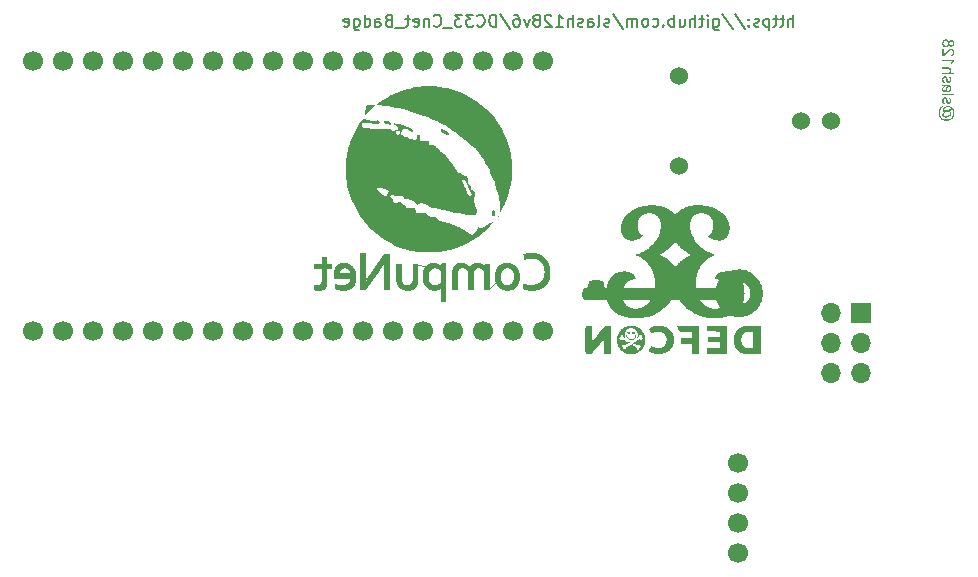
<source format=gbr>
%TF.GenerationSoftware,KiCad,Pcbnew,9.0.0*%
%TF.CreationDate,2025-05-06T12:38:54-07:00*%
%TF.ProjectId,DC33_Cnet_Badge_Main,44433333-5f43-46e6-9574-5f4261646765,rev?*%
%TF.SameCoordinates,Original*%
%TF.FileFunction,Soldermask,Bot*%
%TF.FilePolarity,Negative*%
%FSLAX46Y46*%
G04 Gerber Fmt 4.6, Leading zero omitted, Abs format (unit mm)*
G04 Created by KiCad (PCBNEW 9.0.0) date 2025-05-06 12:38:54*
%MOMM*%
%LPD*%
G01*
G04 APERTURE LIST*
%ADD10C,0.150000*%
%ADD11C,0.000000*%
%ADD12C,0.100000*%
%ADD13C,1.524000*%
%ADD14R,1.700000X1.700000*%
%ADD15O,1.700000X1.700000*%
%ADD16C,1.700000*%
G04 APERTURE END LIST*
D10*
G36*
X200845631Y-60513995D02*
G01*
X200792852Y-60558691D01*
X200743813Y-60618177D01*
X200698536Y-60695040D01*
X200673215Y-60755717D01*
X200654263Y-60825068D01*
X200642254Y-60904334D01*
X200638025Y-60994909D01*
X200644698Y-61105308D01*
X200664117Y-61206556D01*
X200695727Y-61299907D01*
X200729108Y-61365689D01*
X200769774Y-61422076D01*
X200817906Y-61470078D01*
X200874085Y-61510322D01*
X200935563Y-61541388D01*
X201003386Y-61564077D01*
X201078509Y-61578161D01*
X201162048Y-61583046D01*
X201241104Y-61578444D01*
X201316954Y-61564799D01*
X201390166Y-61542160D01*
X201461245Y-61510322D01*
X201527711Y-61469701D01*
X201585088Y-61422235D01*
X201634189Y-61367661D01*
X201675507Y-61305403D01*
X201708053Y-61237953D01*
X201731324Y-61167214D01*
X201745447Y-61092580D01*
X201750245Y-61013349D01*
X201743477Y-60921460D01*
X201723656Y-60836609D01*
X201691017Y-60757566D01*
X201645985Y-60685192D01*
X201593456Y-60627730D01*
X201533053Y-60583360D01*
X201465286Y-60550790D01*
X201394836Y-60531431D01*
X201320622Y-60524924D01*
X201256762Y-60529911D01*
X201194018Y-60544915D01*
X201131700Y-60570354D01*
X201074011Y-60604779D01*
X201025644Y-60645773D01*
X200985643Y-60693635D01*
X200960320Y-60734564D01*
X200947705Y-60765369D01*
X200944122Y-60788585D01*
X200947473Y-60807024D01*
X200957433Y-60822412D01*
X200972121Y-60832941D01*
X200989185Y-60836395D01*
X201094942Y-60815940D01*
X201552958Y-60717571D01*
X201552958Y-60839815D01*
X201446835Y-60863079D01*
X201486695Y-60891629D01*
X201517861Y-60922542D01*
X201541418Y-60955952D01*
X201564818Y-61011619D01*
X201572498Y-61069342D01*
X201566874Y-61119819D01*
X201549270Y-61172957D01*
X201517848Y-61229931D01*
X201476981Y-61280390D01*
X201423154Y-61326471D01*
X201354267Y-61368234D01*
X201280108Y-61399704D01*
X201207887Y-61417949D01*
X201136707Y-61423921D01*
X201078807Y-61419831D01*
X201025066Y-61407835D01*
X200974774Y-61388079D01*
X200928391Y-61360727D01*
X200892454Y-61329677D01*
X200865476Y-61294839D01*
X200845453Y-61255413D01*
X200833828Y-61216216D01*
X200830000Y-61176625D01*
X200833516Y-61151346D01*
X200931116Y-61151346D01*
X200936616Y-61187337D01*
X200953324Y-61220872D01*
X200983018Y-61253135D01*
X201020073Y-61276799D01*
X201067604Y-61291988D01*
X201128525Y-61297526D01*
X201188285Y-61292375D01*
X201257608Y-61275666D01*
X201324069Y-61249527D01*
X201377103Y-61217597D01*
X201421016Y-61179250D01*
X201448483Y-61142798D01*
X201465178Y-61102832D01*
X201470710Y-61060488D01*
X201465020Y-61018570D01*
X201448246Y-60981583D01*
X201419480Y-60948136D01*
X201382711Y-60923458D01*
X201335648Y-60907704D01*
X201275376Y-60901974D01*
X201206244Y-60908045D01*
X201136341Y-60926582D01*
X201071530Y-60955547D01*
X201021913Y-60989780D01*
X200981497Y-61030388D01*
X200953953Y-61070746D01*
X200936500Y-61113219D01*
X200931116Y-61151346D01*
X200833516Y-61151346D01*
X200837556Y-61122304D01*
X200861263Y-61066289D01*
X200897278Y-61014363D01*
X200944122Y-60966882D01*
X200905664Y-60960930D01*
X200885382Y-60953937D01*
X200861978Y-60936632D01*
X200844349Y-60911256D01*
X200833948Y-60879532D01*
X200830000Y-60835052D01*
X200835143Y-60778880D01*
X200850608Y-60724348D01*
X200876950Y-60670620D01*
X200915367Y-60617038D01*
X200967630Y-60563148D01*
X201032058Y-60512076D01*
X201098739Y-60473305D01*
X201168208Y-60445901D01*
X201241187Y-60429395D01*
X201318546Y-60423808D01*
X201409009Y-60431259D01*
X201493971Y-60453293D01*
X201574696Y-60490059D01*
X201639673Y-60533148D01*
X201695188Y-60582740D01*
X201742062Y-60639130D01*
X201780776Y-60702916D01*
X201810599Y-60771291D01*
X201832184Y-60844339D01*
X201845424Y-60922720D01*
X201849958Y-61007182D01*
X201843318Y-61116394D01*
X201824237Y-61213746D01*
X201793576Y-61300874D01*
X201751650Y-61379164D01*
X201698001Y-61450460D01*
X201633626Y-61513430D01*
X201557566Y-61568535D01*
X201468450Y-61615835D01*
X201366087Y-61653816D01*
X201260655Y-61676532D01*
X201151118Y-61684162D01*
X201052712Y-61677645D01*
X200960235Y-61658455D01*
X200872681Y-61626765D01*
X200808104Y-61591715D01*
X200748309Y-61546672D01*
X200692857Y-61490844D01*
X200645861Y-61427690D01*
X200606806Y-61355339D01*
X200575804Y-61272613D01*
X200554539Y-61186384D01*
X200541417Y-61093384D01*
X200536908Y-60992833D01*
X200542242Y-60883523D01*
X200557201Y-60790465D01*
X200580505Y-60711404D01*
X200613625Y-60635879D01*
X200653085Y-60568992D01*
X200698841Y-60509904D01*
X200751405Y-60456199D01*
X200800142Y-60417138D01*
X200845631Y-60390347D01*
X200845631Y-60513995D01*
G37*
G36*
X201049207Y-60296435D02*
G01*
X201068381Y-60174863D01*
X201021712Y-60163385D01*
X200984876Y-60144300D01*
X200955968Y-60117833D01*
X200935188Y-60084484D01*
X200921825Y-60041730D01*
X200916950Y-59986980D01*
X200921435Y-59931370D01*
X200933338Y-59890670D01*
X200951144Y-59861317D01*
X200976107Y-59837917D01*
X201002528Y-59824673D01*
X201031378Y-59820284D01*
X201056965Y-59824315D01*
X201078243Y-59836089D01*
X201096346Y-59856493D01*
X201111709Y-59891467D01*
X201137623Y-59982217D01*
X201172659Y-60106597D01*
X201196730Y-60169734D01*
X201226975Y-60216246D01*
X201265790Y-60248991D01*
X201312047Y-60269183D01*
X201363243Y-60275980D01*
X201410170Y-60270377D01*
X201453124Y-60253754D01*
X201491011Y-60227530D01*
X201521878Y-60193304D01*
X201540566Y-60161300D01*
X201557782Y-60115085D01*
X201568734Y-60064371D01*
X201572498Y-60008839D01*
X201565933Y-59926686D01*
X201547585Y-59858935D01*
X201527967Y-59817849D01*
X201505417Y-59786635D01*
X201480052Y-59763620D01*
X201432647Y-59738523D01*
X201366174Y-59721243D01*
X201349748Y-59841472D01*
X201385575Y-59850745D01*
X201414604Y-59866561D01*
X201438103Y-59888977D01*
X201454966Y-59916884D01*
X201465902Y-59953116D01*
X201469916Y-59999986D01*
X201466073Y-60056222D01*
X201456194Y-60095000D01*
X201442072Y-60120886D01*
X201421545Y-60141698D01*
X201400083Y-60153291D01*
X201376859Y-60157095D01*
X201354296Y-60153355D01*
X201334056Y-60142074D01*
X201316752Y-60123791D01*
X201301449Y-60094935D01*
X201270186Y-59986308D01*
X201235543Y-59866090D01*
X201213217Y-59804286D01*
X201185667Y-59757812D01*
X201148736Y-59723319D01*
X201119233Y-59707397D01*
X201084598Y-59697458D01*
X201043651Y-59693949D01*
X201003745Y-59697881D01*
X200965399Y-59709679D01*
X200927941Y-59729792D01*
X200895083Y-59756656D01*
X200867171Y-59790796D01*
X200844043Y-59833290D01*
X200827853Y-59879268D01*
X200817836Y-59930018D01*
X200814368Y-59986308D01*
X200818734Y-60058138D01*
X200830774Y-60116525D01*
X200849278Y-60163787D01*
X200873597Y-60201852D01*
X200905539Y-60234527D01*
X200944635Y-60261209D01*
X200992013Y-60281987D01*
X201049207Y-60296435D01*
G37*
G36*
X200830000Y-59550457D02*
G01*
X201834326Y-59550457D01*
X201834326Y-59427541D01*
X200830000Y-59427541D01*
X200830000Y-59550457D01*
G37*
G36*
X200872816Y-58630107D02*
G01*
X200917133Y-58641751D01*
X200977996Y-58646956D01*
X201134265Y-58649567D01*
X201298335Y-58649567D01*
X201374091Y-58651483D01*
X201411847Y-58655734D01*
X201459026Y-58671218D01*
X201495561Y-58694019D01*
X201524564Y-58726972D01*
X201550577Y-58779382D01*
X201566417Y-58842150D01*
X201572498Y-58930324D01*
X201565654Y-59020524D01*
X201546547Y-59095005D01*
X201525958Y-59140196D01*
X201501297Y-59175925D01*
X201472663Y-59203632D01*
X201439019Y-59225413D01*
X201397468Y-59243528D01*
X201346573Y-59257548D01*
X201330209Y-59137320D01*
X201380488Y-59120216D01*
X201415639Y-59099656D01*
X201439141Y-59076198D01*
X201455003Y-59046879D01*
X201465804Y-59005452D01*
X201469916Y-58948093D01*
X201464603Y-58887460D01*
X201450296Y-58841958D01*
X201428456Y-58808080D01*
X201405499Y-58789955D01*
X201371701Y-58777843D01*
X201323065Y-58773215D01*
X201291130Y-58773948D01*
X201270266Y-58854431D01*
X201249059Y-58993217D01*
X201230619Y-59102515D01*
X201213515Y-59149593D01*
X201190258Y-59190992D01*
X201159524Y-59226270D01*
X201119549Y-59254495D01*
X201073505Y-59272590D01*
X201022158Y-59278736D01*
X200977903Y-59274564D01*
X200938907Y-59262498D01*
X200904115Y-59242684D01*
X200872803Y-59214562D01*
X200848424Y-59181070D01*
X200830228Y-59140327D01*
X200818560Y-59090847D01*
X200814368Y-59030769D01*
X200816896Y-59001399D01*
X200910111Y-59001399D01*
X200914293Y-59048167D01*
X200925618Y-59083638D01*
X200943023Y-59110392D01*
X200966990Y-59131181D01*
X200994042Y-59143400D01*
X201025272Y-59147578D01*
X201056089Y-59143293D01*
X201083829Y-59130542D01*
X201106814Y-59110121D01*
X201123885Y-59081999D01*
X201135676Y-59044790D01*
X201148614Y-58974776D01*
X201171817Y-58849656D01*
X201195387Y-58773948D01*
X201150141Y-58773948D01*
X201073848Y-58779669D01*
X201026676Y-58793731D01*
X200993303Y-58814154D01*
X200964995Y-58841000D01*
X200941313Y-58875003D01*
X200924204Y-58912982D01*
X200913725Y-58954845D01*
X200910111Y-59001399D01*
X200816896Y-59001399D01*
X200820453Y-58960086D01*
X200838304Y-58895153D01*
X200869278Y-58833101D01*
X200920308Y-58763689D01*
X200870798Y-58754495D01*
X200830000Y-58739082D01*
X200830000Y-58610671D01*
X200872816Y-58630107D01*
G37*
G36*
X201049207Y-58508578D02*
G01*
X201068381Y-58387006D01*
X201021712Y-58375527D01*
X200984876Y-58356443D01*
X200955968Y-58329975D01*
X200935188Y-58296627D01*
X200921825Y-58253873D01*
X200916950Y-58199122D01*
X200921435Y-58143513D01*
X200933338Y-58102813D01*
X200951144Y-58073459D01*
X200976107Y-58050059D01*
X201002528Y-58036816D01*
X201031378Y-58032426D01*
X201056965Y-58036457D01*
X201078243Y-58048231D01*
X201096346Y-58068635D01*
X201111709Y-58103609D01*
X201137623Y-58194359D01*
X201172659Y-58318740D01*
X201196730Y-58381877D01*
X201226975Y-58428388D01*
X201265790Y-58461133D01*
X201312047Y-58481325D01*
X201363243Y-58488122D01*
X201410170Y-58482520D01*
X201453124Y-58465896D01*
X201491011Y-58439672D01*
X201521878Y-58405446D01*
X201540566Y-58373443D01*
X201557782Y-58327227D01*
X201568734Y-58276514D01*
X201572498Y-58220982D01*
X201565933Y-58138828D01*
X201547585Y-58071078D01*
X201527967Y-58029991D01*
X201505417Y-57998778D01*
X201480052Y-57975762D01*
X201432647Y-57950666D01*
X201366174Y-57933386D01*
X201349748Y-58053614D01*
X201385575Y-58062887D01*
X201414604Y-58078703D01*
X201438103Y-58101120D01*
X201454966Y-58129027D01*
X201465902Y-58165258D01*
X201469916Y-58212128D01*
X201466073Y-58268365D01*
X201456194Y-58307142D01*
X201442072Y-58333028D01*
X201421545Y-58353840D01*
X201400083Y-58365433D01*
X201376859Y-58369237D01*
X201354296Y-58365498D01*
X201334056Y-58354216D01*
X201316752Y-58335934D01*
X201301449Y-58307077D01*
X201270186Y-58198450D01*
X201235543Y-58078232D01*
X201213217Y-58016428D01*
X201185667Y-57969954D01*
X201148736Y-57935462D01*
X201119233Y-57919539D01*
X201084598Y-57909600D01*
X201043651Y-57906092D01*
X201003745Y-57910023D01*
X200965399Y-57921822D01*
X200927941Y-57941934D01*
X200895083Y-57968798D01*
X200867171Y-58002938D01*
X200844043Y-58045432D01*
X200827853Y-58091410D01*
X200817836Y-58142160D01*
X200814368Y-58198450D01*
X200818734Y-58270280D01*
X200830774Y-58328667D01*
X200849278Y-58375929D01*
X200873597Y-58413995D01*
X200905539Y-58446669D01*
X200944635Y-58473352D01*
X200992013Y-58494129D01*
X201049207Y-58508578D01*
G37*
G36*
X200830000Y-57759912D02*
G01*
X201834326Y-57759912D01*
X201834326Y-57636936D01*
X201473091Y-57636936D01*
X201517034Y-57590480D01*
X201547663Y-57539537D01*
X201566146Y-57483111D01*
X201572498Y-57419682D01*
X201568732Y-57366728D01*
X201557965Y-57320409D01*
X201540685Y-57279670D01*
X201516314Y-57243216D01*
X201487174Y-57215195D01*
X201452819Y-57194612D01*
X201414408Y-57181476D01*
X201361473Y-57172408D01*
X201290153Y-57168967D01*
X200830000Y-57168967D01*
X200830000Y-57291943D01*
X201290458Y-57291943D01*
X201350866Y-57297206D01*
X201394260Y-57311112D01*
X201424914Y-57331938D01*
X201447644Y-57361091D01*
X201461864Y-57397998D01*
X201466985Y-57444961D01*
X201459927Y-57497846D01*
X201438592Y-57547787D01*
X201417101Y-57577181D01*
X201391584Y-57599848D01*
X201361594Y-57616481D01*
X201308080Y-57631142D01*
X201227505Y-57636936D01*
X200830000Y-57636936D01*
X200830000Y-57759912D01*
G37*
G36*
X200830000Y-56553230D02*
G01*
X200830000Y-56676207D01*
X201615607Y-56676207D01*
X201574892Y-56725142D01*
X201530671Y-56792650D01*
X201492230Y-56863694D01*
X201466985Y-56922098D01*
X201584221Y-56922098D01*
X201619802Y-56855216D01*
X201659378Y-56795293D01*
X201702923Y-56741786D01*
X201751845Y-56692697D01*
X201796756Y-56656994D01*
X201838234Y-56632487D01*
X201838234Y-56553230D01*
X200830000Y-56553230D01*
G37*
G36*
X200946259Y-55592501D02*
G01*
X200830000Y-55592501D01*
X200830000Y-56254399D01*
X200873535Y-56251504D01*
X200915240Y-56240050D01*
X200980739Y-56208075D01*
X201048169Y-56159145D01*
X201114298Y-56095775D01*
X201199539Y-55998250D01*
X201293016Y-55890196D01*
X201362360Y-55819799D01*
X201412641Y-55777637D01*
X201467188Y-55744220D01*
X201516257Y-55725958D01*
X201561324Y-55720240D01*
X201608045Y-55726139D01*
X201648816Y-55743372D01*
X201685155Y-55772508D01*
X201712769Y-55810033D01*
X201729693Y-55854763D01*
X201735652Y-55908735D01*
X201729280Y-55965738D01*
X201711272Y-56012348D01*
X201681980Y-56050884D01*
X201643164Y-56079725D01*
X201594569Y-56097949D01*
X201533419Y-56104801D01*
X201546486Y-56231196D01*
X201616923Y-56219346D01*
X201675314Y-56198745D01*
X201723687Y-56170131D01*
X201763557Y-56133499D01*
X201795187Y-56089352D01*
X201818413Y-56037732D01*
X201833052Y-55977229D01*
X201838234Y-55906048D01*
X201832687Y-55834443D01*
X201817005Y-55773740D01*
X201792053Y-55722033D01*
X201757878Y-55677864D01*
X201715053Y-55640914D01*
X201668246Y-55614968D01*
X201616586Y-55599249D01*
X201558820Y-55593845D01*
X201499280Y-55599925D01*
X201440057Y-55618452D01*
X201382615Y-55649534D01*
X201317142Y-55700090D01*
X201248177Y-55767958D01*
X201140066Y-55889623D01*
X201053192Y-55989900D01*
X201013243Y-56031772D01*
X200979222Y-56060916D01*
X200946259Y-56083613D01*
X200946259Y-55592501D01*
G37*
G36*
X201178907Y-54808107D02*
G01*
X201231817Y-54824264D01*
X201278613Y-54850675D01*
X201318384Y-54886709D01*
X201350766Y-54932890D01*
X201375821Y-54991053D01*
X201398139Y-54943901D01*
X201424685Y-54907494D01*
X201455383Y-54880106D01*
X201491303Y-54859993D01*
X201531378Y-54847756D01*
X201576650Y-54843531D01*
X201629618Y-54848609D01*
X201677487Y-54863458D01*
X201721369Y-54888121D01*
X201762030Y-54923459D01*
X201794679Y-54965486D01*
X201818323Y-55013801D01*
X201833058Y-55069605D01*
X201838234Y-55134485D01*
X201833148Y-55199131D01*
X201818699Y-55254515D01*
X201795577Y-55302248D01*
X201763740Y-55343557D01*
X201723994Y-55378162D01*
X201680720Y-55402401D01*
X201633127Y-55417052D01*
X201580069Y-55422081D01*
X201532974Y-55417775D01*
X201491924Y-55405392D01*
X201455750Y-55385200D01*
X201424935Y-55357491D01*
X201398255Y-55320324D01*
X201375821Y-55271810D01*
X201354486Y-55329560D01*
X201324503Y-55375970D01*
X201285757Y-55412861D01*
X201239447Y-55439820D01*
X201185422Y-55456514D01*
X201121809Y-55462381D01*
X201057733Y-55456504D01*
X201000660Y-55439452D01*
X200949195Y-55411395D01*
X200902356Y-55371584D01*
X200864566Y-55323685D01*
X200837279Y-55268829D01*
X200820316Y-55205684D01*
X200814368Y-55132470D01*
X200814482Y-55131065D01*
X200916950Y-55131065D01*
X200923686Y-55185989D01*
X200943817Y-55237006D01*
X200964369Y-55267261D01*
X200989539Y-55291793D01*
X201019776Y-55311133D01*
X201069949Y-55329892D01*
X201121198Y-55336046D01*
X201176070Y-55329502D01*
X201223125Y-55310578D01*
X201264202Y-55279016D01*
X201295828Y-55237944D01*
X201314830Y-55190644D01*
X201321416Y-55135218D01*
X201321015Y-55131798D01*
X201423998Y-55131798D01*
X201429251Y-55178703D01*
X201444207Y-55217750D01*
X201468695Y-55250683D01*
X201501010Y-55275874D01*
X201538868Y-55291105D01*
X201583916Y-55296418D01*
X201623487Y-55291254D01*
X201658738Y-55276013D01*
X201690894Y-55249951D01*
X201715574Y-55216658D01*
X201730475Y-55178225D01*
X201735652Y-55133142D01*
X201730403Y-55088562D01*
X201715220Y-55050236D01*
X201689918Y-55016699D01*
X201656996Y-54990642D01*
X201619868Y-54975174D01*
X201577138Y-54969865D01*
X201536137Y-54974996D01*
X201500327Y-54989982D01*
X201468389Y-55015294D01*
X201443999Y-55047938D01*
X201429179Y-55086228D01*
X201423998Y-55131798D01*
X201321015Y-55131798D01*
X201314752Y-55078358D01*
X201295517Y-55029695D01*
X201263531Y-54987329D01*
X201221797Y-54954640D01*
X201173664Y-54935021D01*
X201117168Y-54928222D01*
X201061446Y-54934850D01*
X201014189Y-54953929D01*
X200973431Y-54985619D01*
X200942301Y-55026817D01*
X200923494Y-55074646D01*
X200916950Y-55131065D01*
X200814482Y-55131065D01*
X200820295Y-55059234D01*
X200837195Y-54996080D01*
X200864371Y-54941232D01*
X200901990Y-54893356D01*
X200948711Y-54853387D01*
X200999663Y-54825325D01*
X201055776Y-54808335D01*
X201118389Y-54802498D01*
X201178907Y-54808107D01*
G37*
X188203220Y-53719819D02*
X188203220Y-52719819D01*
X187774649Y-53719819D02*
X187774649Y-53196009D01*
X187774649Y-53196009D02*
X187822268Y-53100771D01*
X187822268Y-53100771D02*
X187917506Y-53053152D01*
X187917506Y-53053152D02*
X188060363Y-53053152D01*
X188060363Y-53053152D02*
X188155601Y-53100771D01*
X188155601Y-53100771D02*
X188203220Y-53148390D01*
X187441315Y-53053152D02*
X187060363Y-53053152D01*
X187298458Y-52719819D02*
X187298458Y-53576961D01*
X187298458Y-53576961D02*
X187250839Y-53672200D01*
X187250839Y-53672200D02*
X187155601Y-53719819D01*
X187155601Y-53719819D02*
X187060363Y-53719819D01*
X186869886Y-53053152D02*
X186488934Y-53053152D01*
X186727029Y-52719819D02*
X186727029Y-53576961D01*
X186727029Y-53576961D02*
X186679410Y-53672200D01*
X186679410Y-53672200D02*
X186584172Y-53719819D01*
X186584172Y-53719819D02*
X186488934Y-53719819D01*
X186155600Y-53053152D02*
X186155600Y-54053152D01*
X186155600Y-53100771D02*
X186060362Y-53053152D01*
X186060362Y-53053152D02*
X185869886Y-53053152D01*
X185869886Y-53053152D02*
X185774648Y-53100771D01*
X185774648Y-53100771D02*
X185727029Y-53148390D01*
X185727029Y-53148390D02*
X185679410Y-53243628D01*
X185679410Y-53243628D02*
X185679410Y-53529342D01*
X185679410Y-53529342D02*
X185727029Y-53624580D01*
X185727029Y-53624580D02*
X185774648Y-53672200D01*
X185774648Y-53672200D02*
X185869886Y-53719819D01*
X185869886Y-53719819D02*
X186060362Y-53719819D01*
X186060362Y-53719819D02*
X186155600Y-53672200D01*
X185298457Y-53672200D02*
X185203219Y-53719819D01*
X185203219Y-53719819D02*
X185012743Y-53719819D01*
X185012743Y-53719819D02*
X184917505Y-53672200D01*
X184917505Y-53672200D02*
X184869886Y-53576961D01*
X184869886Y-53576961D02*
X184869886Y-53529342D01*
X184869886Y-53529342D02*
X184917505Y-53434104D01*
X184917505Y-53434104D02*
X185012743Y-53386485D01*
X185012743Y-53386485D02*
X185155600Y-53386485D01*
X185155600Y-53386485D02*
X185250838Y-53338866D01*
X185250838Y-53338866D02*
X185298457Y-53243628D01*
X185298457Y-53243628D02*
X185298457Y-53196009D01*
X185298457Y-53196009D02*
X185250838Y-53100771D01*
X185250838Y-53100771D02*
X185155600Y-53053152D01*
X185155600Y-53053152D02*
X185012743Y-53053152D01*
X185012743Y-53053152D02*
X184917505Y-53100771D01*
X184441314Y-53624580D02*
X184393695Y-53672200D01*
X184393695Y-53672200D02*
X184441314Y-53719819D01*
X184441314Y-53719819D02*
X184488933Y-53672200D01*
X184488933Y-53672200D02*
X184441314Y-53624580D01*
X184441314Y-53624580D02*
X184441314Y-53719819D01*
X184441314Y-53100771D02*
X184393695Y-53148390D01*
X184393695Y-53148390D02*
X184441314Y-53196009D01*
X184441314Y-53196009D02*
X184488933Y-53148390D01*
X184488933Y-53148390D02*
X184441314Y-53100771D01*
X184441314Y-53100771D02*
X184441314Y-53196009D01*
X183250839Y-52672200D02*
X184107981Y-53957914D01*
X182203220Y-52672200D02*
X183060362Y-53957914D01*
X181441315Y-53053152D02*
X181441315Y-53862676D01*
X181441315Y-53862676D02*
X181488934Y-53957914D01*
X181488934Y-53957914D02*
X181536553Y-54005533D01*
X181536553Y-54005533D02*
X181631791Y-54053152D01*
X181631791Y-54053152D02*
X181774648Y-54053152D01*
X181774648Y-54053152D02*
X181869886Y-54005533D01*
X181441315Y-53672200D02*
X181536553Y-53719819D01*
X181536553Y-53719819D02*
X181727029Y-53719819D01*
X181727029Y-53719819D02*
X181822267Y-53672200D01*
X181822267Y-53672200D02*
X181869886Y-53624580D01*
X181869886Y-53624580D02*
X181917505Y-53529342D01*
X181917505Y-53529342D02*
X181917505Y-53243628D01*
X181917505Y-53243628D02*
X181869886Y-53148390D01*
X181869886Y-53148390D02*
X181822267Y-53100771D01*
X181822267Y-53100771D02*
X181727029Y-53053152D01*
X181727029Y-53053152D02*
X181536553Y-53053152D01*
X181536553Y-53053152D02*
X181441315Y-53100771D01*
X180965124Y-53719819D02*
X180965124Y-53053152D01*
X180965124Y-52719819D02*
X181012743Y-52767438D01*
X181012743Y-52767438D02*
X180965124Y-52815057D01*
X180965124Y-52815057D02*
X180917505Y-52767438D01*
X180917505Y-52767438D02*
X180965124Y-52719819D01*
X180965124Y-52719819D02*
X180965124Y-52815057D01*
X180631791Y-53053152D02*
X180250839Y-53053152D01*
X180488934Y-52719819D02*
X180488934Y-53576961D01*
X180488934Y-53576961D02*
X180441315Y-53672200D01*
X180441315Y-53672200D02*
X180346077Y-53719819D01*
X180346077Y-53719819D02*
X180250839Y-53719819D01*
X179917505Y-53719819D02*
X179917505Y-52719819D01*
X179488934Y-53719819D02*
X179488934Y-53196009D01*
X179488934Y-53196009D02*
X179536553Y-53100771D01*
X179536553Y-53100771D02*
X179631791Y-53053152D01*
X179631791Y-53053152D02*
X179774648Y-53053152D01*
X179774648Y-53053152D02*
X179869886Y-53100771D01*
X179869886Y-53100771D02*
X179917505Y-53148390D01*
X178584172Y-53053152D02*
X178584172Y-53719819D01*
X179012743Y-53053152D02*
X179012743Y-53576961D01*
X179012743Y-53576961D02*
X178965124Y-53672200D01*
X178965124Y-53672200D02*
X178869886Y-53719819D01*
X178869886Y-53719819D02*
X178727029Y-53719819D01*
X178727029Y-53719819D02*
X178631791Y-53672200D01*
X178631791Y-53672200D02*
X178584172Y-53624580D01*
X178107981Y-53719819D02*
X178107981Y-52719819D01*
X178107981Y-53100771D02*
X178012743Y-53053152D01*
X178012743Y-53053152D02*
X177822267Y-53053152D01*
X177822267Y-53053152D02*
X177727029Y-53100771D01*
X177727029Y-53100771D02*
X177679410Y-53148390D01*
X177679410Y-53148390D02*
X177631791Y-53243628D01*
X177631791Y-53243628D02*
X177631791Y-53529342D01*
X177631791Y-53529342D02*
X177679410Y-53624580D01*
X177679410Y-53624580D02*
X177727029Y-53672200D01*
X177727029Y-53672200D02*
X177822267Y-53719819D01*
X177822267Y-53719819D02*
X178012743Y-53719819D01*
X178012743Y-53719819D02*
X178107981Y-53672200D01*
X177203219Y-53624580D02*
X177155600Y-53672200D01*
X177155600Y-53672200D02*
X177203219Y-53719819D01*
X177203219Y-53719819D02*
X177250838Y-53672200D01*
X177250838Y-53672200D02*
X177203219Y-53624580D01*
X177203219Y-53624580D02*
X177203219Y-53719819D01*
X176298458Y-53672200D02*
X176393696Y-53719819D01*
X176393696Y-53719819D02*
X176584172Y-53719819D01*
X176584172Y-53719819D02*
X176679410Y-53672200D01*
X176679410Y-53672200D02*
X176727029Y-53624580D01*
X176727029Y-53624580D02*
X176774648Y-53529342D01*
X176774648Y-53529342D02*
X176774648Y-53243628D01*
X176774648Y-53243628D02*
X176727029Y-53148390D01*
X176727029Y-53148390D02*
X176679410Y-53100771D01*
X176679410Y-53100771D02*
X176584172Y-53053152D01*
X176584172Y-53053152D02*
X176393696Y-53053152D01*
X176393696Y-53053152D02*
X176298458Y-53100771D01*
X175727029Y-53719819D02*
X175822267Y-53672200D01*
X175822267Y-53672200D02*
X175869886Y-53624580D01*
X175869886Y-53624580D02*
X175917505Y-53529342D01*
X175917505Y-53529342D02*
X175917505Y-53243628D01*
X175917505Y-53243628D02*
X175869886Y-53148390D01*
X175869886Y-53148390D02*
X175822267Y-53100771D01*
X175822267Y-53100771D02*
X175727029Y-53053152D01*
X175727029Y-53053152D02*
X175584172Y-53053152D01*
X175584172Y-53053152D02*
X175488934Y-53100771D01*
X175488934Y-53100771D02*
X175441315Y-53148390D01*
X175441315Y-53148390D02*
X175393696Y-53243628D01*
X175393696Y-53243628D02*
X175393696Y-53529342D01*
X175393696Y-53529342D02*
X175441315Y-53624580D01*
X175441315Y-53624580D02*
X175488934Y-53672200D01*
X175488934Y-53672200D02*
X175584172Y-53719819D01*
X175584172Y-53719819D02*
X175727029Y-53719819D01*
X174965124Y-53719819D02*
X174965124Y-53053152D01*
X174965124Y-53148390D02*
X174917505Y-53100771D01*
X174917505Y-53100771D02*
X174822267Y-53053152D01*
X174822267Y-53053152D02*
X174679410Y-53053152D01*
X174679410Y-53053152D02*
X174584172Y-53100771D01*
X174584172Y-53100771D02*
X174536553Y-53196009D01*
X174536553Y-53196009D02*
X174536553Y-53719819D01*
X174536553Y-53196009D02*
X174488934Y-53100771D01*
X174488934Y-53100771D02*
X174393696Y-53053152D01*
X174393696Y-53053152D02*
X174250839Y-53053152D01*
X174250839Y-53053152D02*
X174155600Y-53100771D01*
X174155600Y-53100771D02*
X174107981Y-53196009D01*
X174107981Y-53196009D02*
X174107981Y-53719819D01*
X172917506Y-52672200D02*
X173774648Y-53957914D01*
X172631791Y-53672200D02*
X172536553Y-53719819D01*
X172536553Y-53719819D02*
X172346077Y-53719819D01*
X172346077Y-53719819D02*
X172250839Y-53672200D01*
X172250839Y-53672200D02*
X172203220Y-53576961D01*
X172203220Y-53576961D02*
X172203220Y-53529342D01*
X172203220Y-53529342D02*
X172250839Y-53434104D01*
X172250839Y-53434104D02*
X172346077Y-53386485D01*
X172346077Y-53386485D02*
X172488934Y-53386485D01*
X172488934Y-53386485D02*
X172584172Y-53338866D01*
X172584172Y-53338866D02*
X172631791Y-53243628D01*
X172631791Y-53243628D02*
X172631791Y-53196009D01*
X172631791Y-53196009D02*
X172584172Y-53100771D01*
X172584172Y-53100771D02*
X172488934Y-53053152D01*
X172488934Y-53053152D02*
X172346077Y-53053152D01*
X172346077Y-53053152D02*
X172250839Y-53100771D01*
X171631791Y-53719819D02*
X171727029Y-53672200D01*
X171727029Y-53672200D02*
X171774648Y-53576961D01*
X171774648Y-53576961D02*
X171774648Y-52719819D01*
X170822267Y-53719819D02*
X170822267Y-53196009D01*
X170822267Y-53196009D02*
X170869886Y-53100771D01*
X170869886Y-53100771D02*
X170965124Y-53053152D01*
X170965124Y-53053152D02*
X171155600Y-53053152D01*
X171155600Y-53053152D02*
X171250838Y-53100771D01*
X170822267Y-53672200D02*
X170917505Y-53719819D01*
X170917505Y-53719819D02*
X171155600Y-53719819D01*
X171155600Y-53719819D02*
X171250838Y-53672200D01*
X171250838Y-53672200D02*
X171298457Y-53576961D01*
X171298457Y-53576961D02*
X171298457Y-53481723D01*
X171298457Y-53481723D02*
X171250838Y-53386485D01*
X171250838Y-53386485D02*
X171155600Y-53338866D01*
X171155600Y-53338866D02*
X170917505Y-53338866D01*
X170917505Y-53338866D02*
X170822267Y-53291247D01*
X170393695Y-53672200D02*
X170298457Y-53719819D01*
X170298457Y-53719819D02*
X170107981Y-53719819D01*
X170107981Y-53719819D02*
X170012743Y-53672200D01*
X170012743Y-53672200D02*
X169965124Y-53576961D01*
X169965124Y-53576961D02*
X169965124Y-53529342D01*
X169965124Y-53529342D02*
X170012743Y-53434104D01*
X170012743Y-53434104D02*
X170107981Y-53386485D01*
X170107981Y-53386485D02*
X170250838Y-53386485D01*
X170250838Y-53386485D02*
X170346076Y-53338866D01*
X170346076Y-53338866D02*
X170393695Y-53243628D01*
X170393695Y-53243628D02*
X170393695Y-53196009D01*
X170393695Y-53196009D02*
X170346076Y-53100771D01*
X170346076Y-53100771D02*
X170250838Y-53053152D01*
X170250838Y-53053152D02*
X170107981Y-53053152D01*
X170107981Y-53053152D02*
X170012743Y-53100771D01*
X169536552Y-53719819D02*
X169536552Y-52719819D01*
X169107981Y-53719819D02*
X169107981Y-53196009D01*
X169107981Y-53196009D02*
X169155600Y-53100771D01*
X169155600Y-53100771D02*
X169250838Y-53053152D01*
X169250838Y-53053152D02*
X169393695Y-53053152D01*
X169393695Y-53053152D02*
X169488933Y-53100771D01*
X169488933Y-53100771D02*
X169536552Y-53148390D01*
X168107981Y-53719819D02*
X168679409Y-53719819D01*
X168393695Y-53719819D02*
X168393695Y-52719819D01*
X168393695Y-52719819D02*
X168488933Y-52862676D01*
X168488933Y-52862676D02*
X168584171Y-52957914D01*
X168584171Y-52957914D02*
X168679409Y-53005533D01*
X167727028Y-52815057D02*
X167679409Y-52767438D01*
X167679409Y-52767438D02*
X167584171Y-52719819D01*
X167584171Y-52719819D02*
X167346076Y-52719819D01*
X167346076Y-52719819D02*
X167250838Y-52767438D01*
X167250838Y-52767438D02*
X167203219Y-52815057D01*
X167203219Y-52815057D02*
X167155600Y-52910295D01*
X167155600Y-52910295D02*
X167155600Y-53005533D01*
X167155600Y-53005533D02*
X167203219Y-53148390D01*
X167203219Y-53148390D02*
X167774647Y-53719819D01*
X167774647Y-53719819D02*
X167155600Y-53719819D01*
X166584171Y-53148390D02*
X166679409Y-53100771D01*
X166679409Y-53100771D02*
X166727028Y-53053152D01*
X166727028Y-53053152D02*
X166774647Y-52957914D01*
X166774647Y-52957914D02*
X166774647Y-52910295D01*
X166774647Y-52910295D02*
X166727028Y-52815057D01*
X166727028Y-52815057D02*
X166679409Y-52767438D01*
X166679409Y-52767438D02*
X166584171Y-52719819D01*
X166584171Y-52719819D02*
X166393695Y-52719819D01*
X166393695Y-52719819D02*
X166298457Y-52767438D01*
X166298457Y-52767438D02*
X166250838Y-52815057D01*
X166250838Y-52815057D02*
X166203219Y-52910295D01*
X166203219Y-52910295D02*
X166203219Y-52957914D01*
X166203219Y-52957914D02*
X166250838Y-53053152D01*
X166250838Y-53053152D02*
X166298457Y-53100771D01*
X166298457Y-53100771D02*
X166393695Y-53148390D01*
X166393695Y-53148390D02*
X166584171Y-53148390D01*
X166584171Y-53148390D02*
X166679409Y-53196009D01*
X166679409Y-53196009D02*
X166727028Y-53243628D01*
X166727028Y-53243628D02*
X166774647Y-53338866D01*
X166774647Y-53338866D02*
X166774647Y-53529342D01*
X166774647Y-53529342D02*
X166727028Y-53624580D01*
X166727028Y-53624580D02*
X166679409Y-53672200D01*
X166679409Y-53672200D02*
X166584171Y-53719819D01*
X166584171Y-53719819D02*
X166393695Y-53719819D01*
X166393695Y-53719819D02*
X166298457Y-53672200D01*
X166298457Y-53672200D02*
X166250838Y-53624580D01*
X166250838Y-53624580D02*
X166203219Y-53529342D01*
X166203219Y-53529342D02*
X166203219Y-53338866D01*
X166203219Y-53338866D02*
X166250838Y-53243628D01*
X166250838Y-53243628D02*
X166298457Y-53196009D01*
X166298457Y-53196009D02*
X166393695Y-53148390D01*
X165869885Y-53053152D02*
X165631790Y-53719819D01*
X165631790Y-53719819D02*
X165393695Y-53053152D01*
X164584171Y-52719819D02*
X164774647Y-52719819D01*
X164774647Y-52719819D02*
X164869885Y-52767438D01*
X164869885Y-52767438D02*
X164917504Y-52815057D01*
X164917504Y-52815057D02*
X165012742Y-52957914D01*
X165012742Y-52957914D02*
X165060361Y-53148390D01*
X165060361Y-53148390D02*
X165060361Y-53529342D01*
X165060361Y-53529342D02*
X165012742Y-53624580D01*
X165012742Y-53624580D02*
X164965123Y-53672200D01*
X164965123Y-53672200D02*
X164869885Y-53719819D01*
X164869885Y-53719819D02*
X164679409Y-53719819D01*
X164679409Y-53719819D02*
X164584171Y-53672200D01*
X164584171Y-53672200D02*
X164536552Y-53624580D01*
X164536552Y-53624580D02*
X164488933Y-53529342D01*
X164488933Y-53529342D02*
X164488933Y-53291247D01*
X164488933Y-53291247D02*
X164536552Y-53196009D01*
X164536552Y-53196009D02*
X164584171Y-53148390D01*
X164584171Y-53148390D02*
X164679409Y-53100771D01*
X164679409Y-53100771D02*
X164869885Y-53100771D01*
X164869885Y-53100771D02*
X164965123Y-53148390D01*
X164965123Y-53148390D02*
X165012742Y-53196009D01*
X165012742Y-53196009D02*
X165060361Y-53291247D01*
X163346076Y-52672200D02*
X164203218Y-53957914D01*
X163012742Y-53719819D02*
X163012742Y-52719819D01*
X163012742Y-52719819D02*
X162774647Y-52719819D01*
X162774647Y-52719819D02*
X162631790Y-52767438D01*
X162631790Y-52767438D02*
X162536552Y-52862676D01*
X162536552Y-52862676D02*
X162488933Y-52957914D01*
X162488933Y-52957914D02*
X162441314Y-53148390D01*
X162441314Y-53148390D02*
X162441314Y-53291247D01*
X162441314Y-53291247D02*
X162488933Y-53481723D01*
X162488933Y-53481723D02*
X162536552Y-53576961D01*
X162536552Y-53576961D02*
X162631790Y-53672200D01*
X162631790Y-53672200D02*
X162774647Y-53719819D01*
X162774647Y-53719819D02*
X163012742Y-53719819D01*
X161441314Y-53624580D02*
X161488933Y-53672200D01*
X161488933Y-53672200D02*
X161631790Y-53719819D01*
X161631790Y-53719819D02*
X161727028Y-53719819D01*
X161727028Y-53719819D02*
X161869885Y-53672200D01*
X161869885Y-53672200D02*
X161965123Y-53576961D01*
X161965123Y-53576961D02*
X162012742Y-53481723D01*
X162012742Y-53481723D02*
X162060361Y-53291247D01*
X162060361Y-53291247D02*
X162060361Y-53148390D01*
X162060361Y-53148390D02*
X162012742Y-52957914D01*
X162012742Y-52957914D02*
X161965123Y-52862676D01*
X161965123Y-52862676D02*
X161869885Y-52767438D01*
X161869885Y-52767438D02*
X161727028Y-52719819D01*
X161727028Y-52719819D02*
X161631790Y-52719819D01*
X161631790Y-52719819D02*
X161488933Y-52767438D01*
X161488933Y-52767438D02*
X161441314Y-52815057D01*
X161107980Y-52719819D02*
X160488933Y-52719819D01*
X160488933Y-52719819D02*
X160822266Y-53100771D01*
X160822266Y-53100771D02*
X160679409Y-53100771D01*
X160679409Y-53100771D02*
X160584171Y-53148390D01*
X160584171Y-53148390D02*
X160536552Y-53196009D01*
X160536552Y-53196009D02*
X160488933Y-53291247D01*
X160488933Y-53291247D02*
X160488933Y-53529342D01*
X160488933Y-53529342D02*
X160536552Y-53624580D01*
X160536552Y-53624580D02*
X160584171Y-53672200D01*
X160584171Y-53672200D02*
X160679409Y-53719819D01*
X160679409Y-53719819D02*
X160965123Y-53719819D01*
X160965123Y-53719819D02*
X161060361Y-53672200D01*
X161060361Y-53672200D02*
X161107980Y-53624580D01*
X160155599Y-52719819D02*
X159536552Y-52719819D01*
X159536552Y-52719819D02*
X159869885Y-53100771D01*
X159869885Y-53100771D02*
X159727028Y-53100771D01*
X159727028Y-53100771D02*
X159631790Y-53148390D01*
X159631790Y-53148390D02*
X159584171Y-53196009D01*
X159584171Y-53196009D02*
X159536552Y-53291247D01*
X159536552Y-53291247D02*
X159536552Y-53529342D01*
X159536552Y-53529342D02*
X159584171Y-53624580D01*
X159584171Y-53624580D02*
X159631790Y-53672200D01*
X159631790Y-53672200D02*
X159727028Y-53719819D01*
X159727028Y-53719819D02*
X160012742Y-53719819D01*
X160012742Y-53719819D02*
X160107980Y-53672200D01*
X160107980Y-53672200D02*
X160155599Y-53624580D01*
X159346076Y-53815057D02*
X158584171Y-53815057D01*
X157774647Y-53624580D02*
X157822266Y-53672200D01*
X157822266Y-53672200D02*
X157965123Y-53719819D01*
X157965123Y-53719819D02*
X158060361Y-53719819D01*
X158060361Y-53719819D02*
X158203218Y-53672200D01*
X158203218Y-53672200D02*
X158298456Y-53576961D01*
X158298456Y-53576961D02*
X158346075Y-53481723D01*
X158346075Y-53481723D02*
X158393694Y-53291247D01*
X158393694Y-53291247D02*
X158393694Y-53148390D01*
X158393694Y-53148390D02*
X158346075Y-52957914D01*
X158346075Y-52957914D02*
X158298456Y-52862676D01*
X158298456Y-52862676D02*
X158203218Y-52767438D01*
X158203218Y-52767438D02*
X158060361Y-52719819D01*
X158060361Y-52719819D02*
X157965123Y-52719819D01*
X157965123Y-52719819D02*
X157822266Y-52767438D01*
X157822266Y-52767438D02*
X157774647Y-52815057D01*
X157346075Y-53053152D02*
X157346075Y-53719819D01*
X157346075Y-53148390D02*
X157298456Y-53100771D01*
X157298456Y-53100771D02*
X157203218Y-53053152D01*
X157203218Y-53053152D02*
X157060361Y-53053152D01*
X157060361Y-53053152D02*
X156965123Y-53100771D01*
X156965123Y-53100771D02*
X156917504Y-53196009D01*
X156917504Y-53196009D02*
X156917504Y-53719819D01*
X156060361Y-53672200D02*
X156155599Y-53719819D01*
X156155599Y-53719819D02*
X156346075Y-53719819D01*
X156346075Y-53719819D02*
X156441313Y-53672200D01*
X156441313Y-53672200D02*
X156488932Y-53576961D01*
X156488932Y-53576961D02*
X156488932Y-53196009D01*
X156488932Y-53196009D02*
X156441313Y-53100771D01*
X156441313Y-53100771D02*
X156346075Y-53053152D01*
X156346075Y-53053152D02*
X156155599Y-53053152D01*
X156155599Y-53053152D02*
X156060361Y-53100771D01*
X156060361Y-53100771D02*
X156012742Y-53196009D01*
X156012742Y-53196009D02*
X156012742Y-53291247D01*
X156012742Y-53291247D02*
X156488932Y-53386485D01*
X155727027Y-53053152D02*
X155346075Y-53053152D01*
X155584170Y-52719819D02*
X155584170Y-53576961D01*
X155584170Y-53576961D02*
X155536551Y-53672200D01*
X155536551Y-53672200D02*
X155441313Y-53719819D01*
X155441313Y-53719819D02*
X155346075Y-53719819D01*
X155250837Y-53815057D02*
X154488932Y-53815057D01*
X153917503Y-53196009D02*
X153774646Y-53243628D01*
X153774646Y-53243628D02*
X153727027Y-53291247D01*
X153727027Y-53291247D02*
X153679408Y-53386485D01*
X153679408Y-53386485D02*
X153679408Y-53529342D01*
X153679408Y-53529342D02*
X153727027Y-53624580D01*
X153727027Y-53624580D02*
X153774646Y-53672200D01*
X153774646Y-53672200D02*
X153869884Y-53719819D01*
X153869884Y-53719819D02*
X154250836Y-53719819D01*
X154250836Y-53719819D02*
X154250836Y-52719819D01*
X154250836Y-52719819D02*
X153917503Y-52719819D01*
X153917503Y-52719819D02*
X153822265Y-52767438D01*
X153822265Y-52767438D02*
X153774646Y-52815057D01*
X153774646Y-52815057D02*
X153727027Y-52910295D01*
X153727027Y-52910295D02*
X153727027Y-53005533D01*
X153727027Y-53005533D02*
X153774646Y-53100771D01*
X153774646Y-53100771D02*
X153822265Y-53148390D01*
X153822265Y-53148390D02*
X153917503Y-53196009D01*
X153917503Y-53196009D02*
X154250836Y-53196009D01*
X152822265Y-53719819D02*
X152822265Y-53196009D01*
X152822265Y-53196009D02*
X152869884Y-53100771D01*
X152869884Y-53100771D02*
X152965122Y-53053152D01*
X152965122Y-53053152D02*
X153155598Y-53053152D01*
X153155598Y-53053152D02*
X153250836Y-53100771D01*
X152822265Y-53672200D02*
X152917503Y-53719819D01*
X152917503Y-53719819D02*
X153155598Y-53719819D01*
X153155598Y-53719819D02*
X153250836Y-53672200D01*
X153250836Y-53672200D02*
X153298455Y-53576961D01*
X153298455Y-53576961D02*
X153298455Y-53481723D01*
X153298455Y-53481723D02*
X153250836Y-53386485D01*
X153250836Y-53386485D02*
X153155598Y-53338866D01*
X153155598Y-53338866D02*
X152917503Y-53338866D01*
X152917503Y-53338866D02*
X152822265Y-53291247D01*
X151917503Y-53719819D02*
X151917503Y-52719819D01*
X151917503Y-53672200D02*
X152012741Y-53719819D01*
X152012741Y-53719819D02*
X152203217Y-53719819D01*
X152203217Y-53719819D02*
X152298455Y-53672200D01*
X152298455Y-53672200D02*
X152346074Y-53624580D01*
X152346074Y-53624580D02*
X152393693Y-53529342D01*
X152393693Y-53529342D02*
X152393693Y-53243628D01*
X152393693Y-53243628D02*
X152346074Y-53148390D01*
X152346074Y-53148390D02*
X152298455Y-53100771D01*
X152298455Y-53100771D02*
X152203217Y-53053152D01*
X152203217Y-53053152D02*
X152012741Y-53053152D01*
X152012741Y-53053152D02*
X151917503Y-53100771D01*
X151012741Y-53053152D02*
X151012741Y-53862676D01*
X151012741Y-53862676D02*
X151060360Y-53957914D01*
X151060360Y-53957914D02*
X151107979Y-54005533D01*
X151107979Y-54005533D02*
X151203217Y-54053152D01*
X151203217Y-54053152D02*
X151346074Y-54053152D01*
X151346074Y-54053152D02*
X151441312Y-54005533D01*
X151012741Y-53672200D02*
X151107979Y-53719819D01*
X151107979Y-53719819D02*
X151298455Y-53719819D01*
X151298455Y-53719819D02*
X151393693Y-53672200D01*
X151393693Y-53672200D02*
X151441312Y-53624580D01*
X151441312Y-53624580D02*
X151488931Y-53529342D01*
X151488931Y-53529342D02*
X151488931Y-53243628D01*
X151488931Y-53243628D02*
X151441312Y-53148390D01*
X151441312Y-53148390D02*
X151393693Y-53100771D01*
X151393693Y-53100771D02*
X151298455Y-53053152D01*
X151298455Y-53053152D02*
X151107979Y-53053152D01*
X151107979Y-53053152D02*
X151012741Y-53100771D01*
X150155598Y-53672200D02*
X150250836Y-53719819D01*
X150250836Y-53719819D02*
X150441312Y-53719819D01*
X150441312Y-53719819D02*
X150536550Y-53672200D01*
X150536550Y-53672200D02*
X150584169Y-53576961D01*
X150584169Y-53576961D02*
X150584169Y-53196009D01*
X150584169Y-53196009D02*
X150536550Y-53100771D01*
X150536550Y-53100771D02*
X150441312Y-53053152D01*
X150441312Y-53053152D02*
X150250836Y-53053152D01*
X150250836Y-53053152D02*
X150155598Y-53100771D01*
X150155598Y-53100771D02*
X150107979Y-53196009D01*
X150107979Y-53196009D02*
X150107979Y-53291247D01*
X150107979Y-53291247D02*
X150584169Y-53386485D01*
D11*
%TO.C,REF\u002A\u002A*%
G36*
X182597501Y-80219875D02*
G01*
X182598837Y-80673987D01*
X182598410Y-81049840D01*
X182596372Y-81308367D01*
X182594795Y-81381425D01*
X182592874Y-81410496D01*
X182589181Y-81414181D01*
X182580774Y-81417535D01*
X182548158Y-81423302D01*
X182491701Y-81427901D01*
X182408078Y-81431434D01*
X182146031Y-81435710D01*
X181735418Y-81436954D01*
X180888087Y-81436954D01*
X180888087Y-81204484D01*
X180888087Y-80972014D01*
X181422545Y-80966359D01*
X181957003Y-80960704D01*
X181962963Y-80712395D01*
X181968923Y-80464086D01*
X181486713Y-80458396D01*
X181004503Y-80452706D01*
X181004503Y-80219873D01*
X181004503Y-79987040D01*
X181480753Y-79976457D01*
X181957003Y-79965874D01*
X181957003Y-79754208D01*
X181957003Y-79542541D01*
X181438420Y-79531958D01*
X180919837Y-79521375D01*
X180919837Y-79288542D01*
X180919837Y-79055709D01*
X181755920Y-79055709D01*
X182592003Y-79055709D01*
X182597501Y-80219875D01*
G37*
G36*
X180210752Y-80241042D02*
G01*
X180210756Y-81436957D01*
X179904286Y-81436957D01*
X179597815Y-81436957D01*
X179592075Y-81018915D01*
X179586335Y-80600874D01*
X179141835Y-80590291D01*
X178697335Y-80579708D01*
X178697335Y-80336291D01*
X178697335Y-80092875D01*
X179141835Y-80082292D01*
X179586335Y-80071709D01*
X179586335Y-79817709D01*
X179586335Y-79563709D01*
X179099502Y-79553126D01*
X178612669Y-79542543D01*
X178481534Y-79311109D01*
X178455409Y-79264265D01*
X178431459Y-79219883D01*
X178410176Y-79178982D01*
X178392055Y-79142583D01*
X178384335Y-79126390D01*
X178377591Y-79111705D01*
X178371884Y-79098655D01*
X178367276Y-79087368D01*
X178363830Y-79077972D01*
X178361606Y-79070593D01*
X178360667Y-79065360D01*
X178360699Y-79063588D01*
X178361075Y-79062400D01*
X178381986Y-79058929D01*
X178437774Y-79055692D01*
X178638718Y-79050199D01*
X178933384Y-79046488D01*
X179291251Y-79045125D01*
X180210752Y-79045125D01*
X180210752Y-80241042D01*
G37*
G36*
X174684603Y-79543944D02*
G01*
X174694323Y-79545080D01*
X174704161Y-79547114D01*
X174714083Y-79550081D01*
X174724051Y-79554015D01*
X174734031Y-79558954D01*
X174743987Y-79564930D01*
X174748707Y-79568177D01*
X174753180Y-79571569D01*
X174757408Y-79575104D01*
X174761388Y-79578777D01*
X174765120Y-79582585D01*
X174768604Y-79586524D01*
X174771839Y-79590592D01*
X174774825Y-79594785D01*
X174777561Y-79599098D01*
X174780046Y-79603530D01*
X174782280Y-79608076D01*
X174784262Y-79612733D01*
X174785992Y-79617498D01*
X174787469Y-79622366D01*
X174788693Y-79627336D01*
X174789663Y-79632402D01*
X174790378Y-79637562D01*
X174790838Y-79642812D01*
X174791043Y-79648150D01*
X174790991Y-79653570D01*
X174790682Y-79659070D01*
X174790116Y-79664647D01*
X174788210Y-79676016D01*
X174785267Y-79687650D01*
X174781283Y-79699521D01*
X174776254Y-79711600D01*
X174770175Y-79723862D01*
X174770176Y-79723861D01*
X174766964Y-79729276D01*
X174763346Y-79734310D01*
X174759348Y-79738965D01*
X174754994Y-79743242D01*
X174750309Y-79747143D01*
X174745318Y-79750668D01*
X174740048Y-79753819D01*
X174734523Y-79756597D01*
X174728767Y-79759003D01*
X174722808Y-79761039D01*
X174716669Y-79762706D01*
X174710375Y-79764006D01*
X174703953Y-79764938D01*
X174697427Y-79765506D01*
X174690822Y-79765710D01*
X174684164Y-79765551D01*
X174677478Y-79765031D01*
X174670788Y-79764151D01*
X174664121Y-79762912D01*
X174657501Y-79761316D01*
X174650954Y-79759363D01*
X174644504Y-79757056D01*
X174638178Y-79754395D01*
X174631999Y-79751382D01*
X174625994Y-79748017D01*
X174620188Y-79744303D01*
X174614605Y-79740240D01*
X174609271Y-79735830D01*
X174604211Y-79731074D01*
X174599451Y-79725974D01*
X174595015Y-79720530D01*
X174590929Y-79714744D01*
X174584987Y-79704838D01*
X174580096Y-79694919D01*
X174576219Y-79685022D01*
X174573321Y-79675181D01*
X174571365Y-79665431D01*
X174570316Y-79655808D01*
X174570138Y-79646347D01*
X174570795Y-79637083D01*
X174572252Y-79628051D01*
X174574472Y-79619285D01*
X174577419Y-79610822D01*
X174581059Y-79602695D01*
X174585355Y-79594941D01*
X174590270Y-79587593D01*
X174595771Y-79580688D01*
X174601820Y-79574260D01*
X174608382Y-79568345D01*
X174615420Y-79562977D01*
X174622900Y-79558191D01*
X174630786Y-79554023D01*
X174639040Y-79550507D01*
X174647629Y-79547679D01*
X174656515Y-79545573D01*
X174665664Y-79544226D01*
X174675038Y-79543671D01*
X174684603Y-79543944D01*
G37*
G36*
X174285528Y-79540269D02*
G01*
X174295619Y-79542239D01*
X174305827Y-79545268D01*
X174316120Y-79549403D01*
X174322473Y-79552526D01*
X174328539Y-79555964D01*
X174334314Y-79559701D01*
X174339794Y-79563721D01*
X174344975Y-79568006D01*
X174349852Y-79572539D01*
X174354423Y-79577306D01*
X174358683Y-79582287D01*
X174362629Y-79587468D01*
X174366255Y-79592832D01*
X174369559Y-79598361D01*
X174372536Y-79604039D01*
X174375182Y-79609850D01*
X174377494Y-79615776D01*
X174379467Y-79621802D01*
X174381098Y-79627910D01*
X174382383Y-79634085D01*
X174383317Y-79640309D01*
X174383897Y-79646565D01*
X174384118Y-79652838D01*
X174383978Y-79659110D01*
X174383471Y-79665365D01*
X174382594Y-79671586D01*
X174381343Y-79677757D01*
X174379715Y-79683861D01*
X174377704Y-79689881D01*
X174375307Y-79695800D01*
X174372521Y-79701603D01*
X174369341Y-79707272D01*
X174365763Y-79712791D01*
X174361783Y-79718143D01*
X174357398Y-79723311D01*
X174357398Y-79723312D01*
X174353068Y-79727862D01*
X174348568Y-79732141D01*
X174343908Y-79736148D01*
X174339100Y-79739882D01*
X174334156Y-79743343D01*
X174329086Y-79746530D01*
X174323902Y-79749443D01*
X174318615Y-79752082D01*
X174313237Y-79754445D01*
X174307778Y-79756532D01*
X174302251Y-79758343D01*
X174296666Y-79759877D01*
X174291036Y-79761133D01*
X174285370Y-79762112D01*
X174279681Y-79762811D01*
X174273980Y-79763232D01*
X174268278Y-79763372D01*
X174262586Y-79763233D01*
X174256916Y-79762812D01*
X174251279Y-79762110D01*
X174245687Y-79761126D01*
X174240151Y-79759859D01*
X174234682Y-79758310D01*
X174229291Y-79756476D01*
X174223990Y-79754359D01*
X174218790Y-79751956D01*
X174213703Y-79749268D01*
X174208739Y-79746295D01*
X174203910Y-79743035D01*
X174199228Y-79739488D01*
X174194704Y-79735653D01*
X174190348Y-79731530D01*
X174182862Y-79723331D01*
X174176439Y-79714821D01*
X174171045Y-79706049D01*
X174166649Y-79697060D01*
X174163218Y-79687902D01*
X174160719Y-79678623D01*
X174159119Y-79669270D01*
X174158387Y-79659890D01*
X174158489Y-79650529D01*
X174159392Y-79641237D01*
X174161065Y-79632058D01*
X174163474Y-79623042D01*
X174166588Y-79614234D01*
X174170372Y-79605683D01*
X174174795Y-79597435D01*
X174179825Y-79589538D01*
X174185428Y-79582039D01*
X174191572Y-79574984D01*
X174198224Y-79568423D01*
X174205352Y-79562400D01*
X174212923Y-79556965D01*
X174220904Y-79552163D01*
X174229263Y-79548043D01*
X174237968Y-79544651D01*
X174246985Y-79542034D01*
X174256282Y-79540241D01*
X174265827Y-79539317D01*
X174275586Y-79539311D01*
X174285528Y-79540269D01*
G37*
G36*
X180305250Y-75467998D02*
G01*
X180305773Y-75468080D01*
X180306323Y-75468215D01*
X180306897Y-75468402D01*
X180308113Y-75468926D01*
X180309411Y-75469640D01*
X180310779Y-75470534D01*
X180312206Y-75471598D01*
X180313680Y-75472819D01*
X180315189Y-75474188D01*
X180316723Y-75475693D01*
X180318269Y-75477323D01*
X180319817Y-75479069D01*
X180321354Y-75480918D01*
X180322870Y-75482860D01*
X180324352Y-75484885D01*
X180325789Y-75486981D01*
X180327170Y-75489137D01*
X180327811Y-75490222D01*
X180328386Y-75491294D01*
X180328896Y-75492350D01*
X180329340Y-75493389D01*
X180329720Y-75494411D01*
X180330037Y-75495414D01*
X180330290Y-75496396D01*
X180330480Y-75497356D01*
X180330609Y-75498293D01*
X180330676Y-75499206D01*
X180330683Y-75500092D01*
X180330629Y-75500951D01*
X180330515Y-75501781D01*
X180330343Y-75502582D01*
X180330112Y-75503351D01*
X180329824Y-75504087D01*
X180329478Y-75504789D01*
X180329075Y-75505455D01*
X180328617Y-75506085D01*
X180328103Y-75506677D01*
X180327535Y-75507229D01*
X180326912Y-75507740D01*
X180326236Y-75508209D01*
X180325506Y-75508634D01*
X180324724Y-75509015D01*
X180323891Y-75509349D01*
X180323006Y-75509635D01*
X180322071Y-75509872D01*
X180321085Y-75510059D01*
X180320050Y-75510195D01*
X180318967Y-75510277D01*
X180317835Y-75510304D01*
X180316686Y-75510277D01*
X180315552Y-75510195D01*
X180314433Y-75510059D01*
X180313333Y-75509872D01*
X180312250Y-75509635D01*
X180311189Y-75509349D01*
X180310149Y-75509015D01*
X180309132Y-75508634D01*
X180308140Y-75508209D01*
X180307174Y-75507740D01*
X180306235Y-75507229D01*
X180305325Y-75506677D01*
X180304446Y-75506085D01*
X180303598Y-75505455D01*
X180302784Y-75504789D01*
X180302005Y-75504087D01*
X180301261Y-75503351D01*
X180300555Y-75502582D01*
X180299888Y-75501781D01*
X180299262Y-75500951D01*
X180298677Y-75500092D01*
X180298136Y-75499206D01*
X180297639Y-75498293D01*
X180297189Y-75497356D01*
X180296786Y-75496396D01*
X180296432Y-75495414D01*
X180296129Y-75494411D01*
X180295877Y-75493389D01*
X180295679Y-75492350D01*
X180295536Y-75491294D01*
X180295449Y-75490222D01*
X180295420Y-75489137D01*
X180295432Y-75488052D01*
X180295468Y-75486981D01*
X180295528Y-75485925D01*
X180295610Y-75484885D01*
X180295715Y-75483863D01*
X180295842Y-75482860D01*
X180295989Y-75481878D01*
X180296157Y-75480918D01*
X180296344Y-75479981D01*
X180296551Y-75479069D01*
X180296777Y-75478182D01*
X180297020Y-75477323D01*
X180297281Y-75476493D01*
X180297559Y-75475693D01*
X180297853Y-75474924D01*
X180298163Y-75474188D01*
X180298487Y-75473486D01*
X180298826Y-75472819D01*
X180299179Y-75472189D01*
X180299546Y-75471598D01*
X180299925Y-75471045D01*
X180300315Y-75470534D01*
X180300718Y-75470065D01*
X180301131Y-75469640D01*
X180301554Y-75469260D01*
X180301987Y-75468926D01*
X180302430Y-75468639D01*
X180302880Y-75468402D01*
X180303339Y-75468215D01*
X180303804Y-75468080D01*
X180304277Y-75467998D01*
X180304755Y-75467970D01*
X180305250Y-75467998D01*
G37*
G36*
X172760087Y-80240348D02*
G01*
X172760087Y-81436958D01*
X172474336Y-81436958D01*
X172188586Y-81436958D01*
X172188586Y-80812542D01*
X172188549Y-80709805D01*
X172188408Y-80618942D01*
X172188120Y-80539228D01*
X172187644Y-80469943D01*
X172187321Y-80438985D01*
X172186935Y-80410363D01*
X172186481Y-80383986D01*
X172185952Y-80359765D01*
X172185343Y-80337610D01*
X172184650Y-80317429D01*
X172183866Y-80299132D01*
X172182987Y-80282630D01*
X172182007Y-80267832D01*
X172180921Y-80254647D01*
X172179723Y-80242986D01*
X172178408Y-80232757D01*
X172176970Y-80223872D01*
X172176204Y-80219904D01*
X172175405Y-80216238D01*
X172174573Y-80212863D01*
X172173706Y-80209767D01*
X172172806Y-80206939D01*
X172171869Y-80204367D01*
X172170897Y-80202041D01*
X172169889Y-80199949D01*
X172168843Y-80198080D01*
X172167759Y-80196422D01*
X172166636Y-80194965D01*
X172165474Y-80193696D01*
X172164272Y-80192605D01*
X172163029Y-80191681D01*
X172161746Y-80190911D01*
X172160420Y-80190285D01*
X172159051Y-80189792D01*
X172157639Y-80189420D01*
X172156183Y-80189157D01*
X172154682Y-80188994D01*
X172151544Y-80188917D01*
X172149563Y-80189065D01*
X172147442Y-80189422D01*
X172142808Y-80190746D01*
X172137694Y-80192846D01*
X172132152Y-80195680D01*
X172126233Y-80199206D01*
X172119989Y-80203381D01*
X172113471Y-80208162D01*
X172106731Y-80213509D01*
X172099821Y-80219377D01*
X172092791Y-80225726D01*
X172085695Y-80232511D01*
X172078582Y-80239692D01*
X172071505Y-80247226D01*
X172064515Y-80255070D01*
X172057664Y-80263183D01*
X172051003Y-80271521D01*
X171954261Y-80393067D01*
X171821774Y-80555413D01*
X171507133Y-80933903D01*
X171222226Y-81269794D01*
X171126905Y-81378889D01*
X171082198Y-81425883D01*
X171075526Y-81429838D01*
X171067221Y-81433552D01*
X171046171Y-81440255D01*
X171019958Y-81445985D01*
X170989496Y-81450736D01*
X170955696Y-81454502D01*
X170919471Y-81457276D01*
X170881732Y-81459052D01*
X170843392Y-81459824D01*
X170805363Y-81459585D01*
X170768558Y-81458329D01*
X170733888Y-81456049D01*
X170702266Y-81452740D01*
X170674603Y-81448394D01*
X170651813Y-81443006D01*
X170642529Y-81439919D01*
X170634806Y-81436569D01*
X170628757Y-81432955D01*
X170624496Y-81429076D01*
X170618476Y-81406507D01*
X170613442Y-81353005D01*
X170606154Y-81144044D01*
X170602275Y-80783883D01*
X170601449Y-80254207D01*
X170602818Y-79806810D01*
X170605763Y-79435680D01*
X170609850Y-79179450D01*
X170612187Y-79106496D01*
X170614647Y-79076756D01*
X170617055Y-79072135D01*
X170620686Y-79067965D01*
X170625737Y-79064225D01*
X170632405Y-79060894D01*
X170640887Y-79057950D01*
X170651381Y-79055373D01*
X170664082Y-79053142D01*
X170679189Y-79051234D01*
X170717405Y-79048309D01*
X170767607Y-79046428D01*
X170831369Y-79045423D01*
X170910269Y-79045125D01*
X171193755Y-79045125D01*
X171193755Y-79680125D01*
X171193997Y-79863748D01*
X171194340Y-79940928D01*
X171194864Y-80009064D01*
X171195597Y-80068689D01*
X171196564Y-80120335D01*
X171197791Y-80164535D01*
X171199305Y-80201821D01*
X171201132Y-80232726D01*
X171202171Y-80245952D01*
X171203297Y-80257782D01*
X171204515Y-80268284D01*
X171205827Y-80277523D01*
X171207238Y-80285566D01*
X171208749Y-80292480D01*
X171210364Y-80298331D01*
X171212087Y-80303186D01*
X171213920Y-80307112D01*
X171215868Y-80310174D01*
X171217933Y-80312440D01*
X171220118Y-80313976D01*
X171222427Y-80314849D01*
X171224864Y-80315125D01*
X171230705Y-80311859D01*
X171241627Y-80302273D01*
X171277590Y-80265438D01*
X171330513Y-80207202D01*
X171398154Y-80130149D01*
X171568634Y-79929921D01*
X171771105Y-79685417D01*
X172286236Y-79055709D01*
X172523162Y-79049724D01*
X172760087Y-79043738D01*
X172760087Y-80240348D01*
G37*
G36*
X185435107Y-80688856D02*
G01*
X185434507Y-81068524D01*
X185432214Y-81329990D01*
X185430487Y-81404058D01*
X185428404Y-81433770D01*
X185423376Y-81437793D01*
X185411792Y-81441430D01*
X185370580Y-81447572D01*
X185227366Y-81455544D01*
X185024769Y-81458168D01*
X184788798Y-81455926D01*
X184545462Y-81449298D01*
X184320767Y-81438766D01*
X184140723Y-81424812D01*
X184075572Y-81416702D01*
X184031337Y-81407916D01*
X183950160Y-81382736D01*
X183872504Y-81353415D01*
X183798438Y-81320023D01*
X183728032Y-81282633D01*
X183661354Y-81241316D01*
X183598475Y-81196142D01*
X183539463Y-81147183D01*
X183484387Y-81094509D01*
X183433318Y-81038194D01*
X183386325Y-80978306D01*
X183343476Y-80914919D01*
X183304841Y-80848102D01*
X183270491Y-80777928D01*
X183240492Y-80704466D01*
X183214917Y-80627790D01*
X183193833Y-80547969D01*
X183186549Y-80511930D01*
X183180471Y-80472418D01*
X183175585Y-80429959D01*
X183171874Y-80385081D01*
X183169324Y-80338310D01*
X183167921Y-80290172D01*
X183167674Y-80245832D01*
X183808713Y-80245832D01*
X183809587Y-80291370D01*
X183811993Y-80336206D01*
X183815948Y-80379815D01*
X183821467Y-80421675D01*
X183828568Y-80461263D01*
X183837265Y-80498057D01*
X183847574Y-80531532D01*
X183862462Y-80571187D01*
X183878447Y-80608464D01*
X183895604Y-80643433D01*
X183914008Y-80676164D01*
X183933734Y-80706729D01*
X183954857Y-80735199D01*
X183977452Y-80761643D01*
X184001594Y-80786134D01*
X184027358Y-80808740D01*
X184054819Y-80829534D01*
X184084051Y-80848586D01*
X184115130Y-80865967D01*
X184148131Y-80881748D01*
X184183129Y-80895998D01*
X184220198Y-80908790D01*
X184259413Y-80920193D01*
X184259413Y-80920194D01*
X184283601Y-80925584D01*
X184313402Y-80930519D01*
X184347870Y-80934971D01*
X184386058Y-80938912D01*
X184469806Y-80945147D01*
X184557072Y-80948996D01*
X184640280Y-80950235D01*
X184711855Y-80948637D01*
X184740913Y-80946704D01*
X184764223Y-80943977D01*
X184780837Y-80940427D01*
X184786338Y-80938335D01*
X184789809Y-80936027D01*
X184792644Y-80919174D01*
X184795288Y-80876355D01*
X184799775Y-80724316D01*
X184802807Y-80502906D01*
X184803920Y-80235125D01*
X184803920Y-79548333D01*
X184512878Y-79557150D01*
X184429545Y-79560036D01*
X184393613Y-79561624D01*
X184361124Y-79563364D01*
X184331794Y-79565294D01*
X184305336Y-79567457D01*
X184281466Y-79569892D01*
X184259899Y-79572641D01*
X184240350Y-79575743D01*
X184222533Y-79579240D01*
X184206163Y-79583171D01*
X184190956Y-79587578D01*
X184176627Y-79592501D01*
X184162889Y-79597980D01*
X184149459Y-79604057D01*
X184136050Y-79610771D01*
X184115179Y-79622262D01*
X184094685Y-79634726D01*
X184074603Y-79648125D01*
X184054968Y-79662422D01*
X184035817Y-79677582D01*
X184017184Y-79693566D01*
X183999105Y-79710338D01*
X183981616Y-79727861D01*
X183964751Y-79746098D01*
X183948548Y-79765012D01*
X183933040Y-79784566D01*
X183918264Y-79804723D01*
X183904254Y-79825447D01*
X183891047Y-79846700D01*
X183878678Y-79868445D01*
X183867182Y-79890646D01*
X183854982Y-79918977D01*
X183844170Y-79951312D01*
X183834762Y-79987127D01*
X183826776Y-80025901D01*
X183820226Y-80067109D01*
X183815129Y-80110229D01*
X183811500Y-80154739D01*
X183809356Y-80200114D01*
X183808713Y-80245832D01*
X183167674Y-80245832D01*
X183167648Y-80241194D01*
X183168492Y-80191903D01*
X183170437Y-80142824D01*
X183173469Y-80094485D01*
X183177572Y-80047413D01*
X183182732Y-80002132D01*
X183188933Y-79959171D01*
X183196161Y-79919056D01*
X183204401Y-79882313D01*
X183213638Y-79849469D01*
X183234104Y-79790193D01*
X183257437Y-79732397D01*
X183283524Y-79676211D01*
X183312249Y-79621765D01*
X183343501Y-79569189D01*
X183377165Y-79518614D01*
X183413129Y-79470170D01*
X183451278Y-79423987D01*
X183491500Y-79380196D01*
X183533681Y-79338925D01*
X183577708Y-79300307D01*
X183623466Y-79264470D01*
X183670843Y-79231546D01*
X183719726Y-79201664D01*
X183770000Y-79174954D01*
X183821553Y-79151547D01*
X183902694Y-79120937D01*
X183944120Y-79107992D01*
X183987060Y-79096528D01*
X184032222Y-79086479D01*
X184080313Y-79077776D01*
X184132041Y-79070350D01*
X184188114Y-79064134D01*
X184316123Y-79055057D01*
X184470000Y-79050000D01*
X184655407Y-79048418D01*
X184878003Y-79049765D01*
X185428337Y-79055719D01*
X185433834Y-80230470D01*
X185433847Y-80235125D01*
X185435107Y-80688856D01*
G37*
G36*
X174865040Y-79828410D02*
G01*
X174871299Y-79828788D01*
X174876749Y-79829517D01*
X174879180Y-79830038D01*
X174881421Y-79830677D01*
X174883475Y-79831445D01*
X174885346Y-79832350D01*
X174887038Y-79833404D01*
X174888554Y-79834616D01*
X174889899Y-79835997D01*
X174891075Y-79837556D01*
X174892088Y-79839304D01*
X174892941Y-79841251D01*
X174893637Y-79843406D01*
X174894181Y-79845781D01*
X174894576Y-79848385D01*
X174894827Y-79851227D01*
X174894908Y-79857671D01*
X174894455Y-79865193D01*
X174893499Y-79873874D01*
X174892070Y-79883795D01*
X174890198Y-79895035D01*
X174887915Y-79907678D01*
X174882544Y-79932737D01*
X174875849Y-79957168D01*
X174867851Y-79980946D01*
X174858569Y-80004043D01*
X174848024Y-80026432D01*
X174836236Y-80048087D01*
X174823226Y-80068979D01*
X174809013Y-80089083D01*
X174793618Y-80108372D01*
X174777061Y-80126817D01*
X174759363Y-80144394D01*
X174740543Y-80161074D01*
X174720623Y-80176830D01*
X174699621Y-80191636D01*
X174677559Y-80205465D01*
X174654456Y-80218290D01*
X174654457Y-80218291D01*
X174635613Y-80226933D01*
X174614945Y-80234254D01*
X174592702Y-80240263D01*
X174569135Y-80244971D01*
X174544496Y-80248386D01*
X174519035Y-80250520D01*
X174493002Y-80251381D01*
X174466649Y-80250979D01*
X174440227Y-80249324D01*
X174413985Y-80246427D01*
X174388176Y-80242296D01*
X174363049Y-80236941D01*
X174338856Y-80230373D01*
X174315847Y-80222601D01*
X174294273Y-80213635D01*
X174274384Y-80203484D01*
X174255673Y-80191994D01*
X174237235Y-80178932D01*
X174219168Y-80164435D01*
X174201572Y-80148638D01*
X174184542Y-80131680D01*
X174168179Y-80113698D01*
X174152580Y-80094828D01*
X174137842Y-80075208D01*
X174124064Y-80054974D01*
X174111345Y-80034264D01*
X174099781Y-80013215D01*
X174089472Y-79991963D01*
X174080515Y-79970647D01*
X174073008Y-79949402D01*
X174067049Y-79928367D01*
X174062737Y-79907678D01*
X174060698Y-79895215D01*
X174059047Y-79884107D01*
X174057811Y-79874278D01*
X174057359Y-79869819D01*
X174057021Y-79865652D01*
X174056801Y-79861766D01*
X174056703Y-79858153D01*
X174056730Y-79854803D01*
X174056887Y-79851705D01*
X174057176Y-79848852D01*
X174057601Y-79846232D01*
X174058167Y-79843838D01*
X174058875Y-79841658D01*
X174059730Y-79839685D01*
X174060736Y-79837907D01*
X174061896Y-79836316D01*
X174063214Y-79834903D01*
X174064693Y-79833657D01*
X174066337Y-79832569D01*
X174068149Y-79831630D01*
X174070133Y-79830830D01*
X174072293Y-79830160D01*
X174074632Y-79829610D01*
X174077154Y-79829171D01*
X174079862Y-79828833D01*
X174082760Y-79828587D01*
X174085851Y-79828422D01*
X174092628Y-79828302D01*
X174098883Y-79828469D01*
X174104538Y-79828998D01*
X174109621Y-79829934D01*
X174111956Y-79830569D01*
X174114159Y-79831322D01*
X174116232Y-79832198D01*
X174118179Y-79833204D01*
X174120003Y-79834345D01*
X174121708Y-79835627D01*
X174123296Y-79837054D01*
X174124772Y-79838633D01*
X174126139Y-79840368D01*
X174127400Y-79842267D01*
X174128558Y-79844333D01*
X174129617Y-79846573D01*
X174130580Y-79848992D01*
X174131451Y-79851596D01*
X174132929Y-79857379D01*
X174134078Y-79863968D01*
X174134924Y-79871405D01*
X174135496Y-79879737D01*
X174135819Y-79889005D01*
X174135920Y-79899256D01*
X174136379Y-79914016D01*
X174137740Y-79928593D01*
X174139980Y-79942971D01*
X174143077Y-79957128D01*
X174147007Y-79971048D01*
X174151749Y-79984710D01*
X174157279Y-79998096D01*
X174163574Y-80011187D01*
X174170613Y-80023965D01*
X174178371Y-80036411D01*
X174186827Y-80048505D01*
X174195957Y-80060229D01*
X174205739Y-80071564D01*
X174216151Y-80082492D01*
X174227168Y-80092993D01*
X174238769Y-80103049D01*
X174250931Y-80112640D01*
X174263630Y-80121749D01*
X174276845Y-80130356D01*
X174290552Y-80138442D01*
X174304730Y-80145989D01*
X174319354Y-80152978D01*
X174334402Y-80159390D01*
X174349851Y-80165206D01*
X174365680Y-80170407D01*
X174381864Y-80174974D01*
X174398382Y-80178890D01*
X174415210Y-80182134D01*
X174432325Y-80184688D01*
X174449706Y-80186534D01*
X174467328Y-80187652D01*
X174485170Y-80188024D01*
X174501850Y-80187633D01*
X174518332Y-80186488D01*
X174534595Y-80184607D01*
X174550618Y-80182012D01*
X174566378Y-80178720D01*
X174581853Y-80174750D01*
X174597023Y-80170123D01*
X174611865Y-80164858D01*
X174626357Y-80158973D01*
X174640478Y-80152488D01*
X174654206Y-80145423D01*
X174667519Y-80137797D01*
X174680395Y-80129628D01*
X174692813Y-80120936D01*
X174704752Y-80111742D01*
X174716188Y-80102063D01*
X174727101Y-80091919D01*
X174737468Y-80081329D01*
X174747268Y-80070313D01*
X174756480Y-80058891D01*
X174765081Y-80047080D01*
X174773050Y-80034901D01*
X174780364Y-80022373D01*
X174787003Y-80009515D01*
X174792944Y-79996347D01*
X174798166Y-79982887D01*
X174802647Y-79969156D01*
X174806365Y-79955172D01*
X174809299Y-79940954D01*
X174811426Y-79926522D01*
X174812725Y-79911896D01*
X174813174Y-79897094D01*
X174813289Y-79887115D01*
X174813627Y-79878099D01*
X174814219Y-79870001D01*
X174814619Y-79866283D01*
X174815093Y-79862777D01*
X174815644Y-79859480D01*
X174816276Y-79856384D01*
X174816993Y-79853486D01*
X174817798Y-79850778D01*
X174818695Y-79848256D01*
X174819688Y-79845914D01*
X174820779Y-79843747D01*
X174821973Y-79841749D01*
X174823273Y-79839915D01*
X174824683Y-79838238D01*
X174826206Y-79836715D01*
X174827846Y-79835339D01*
X174829606Y-79834104D01*
X174831491Y-79833005D01*
X174833503Y-79832038D01*
X174835646Y-79831195D01*
X174837924Y-79830472D01*
X174840340Y-79829864D01*
X174842898Y-79829364D01*
X174845602Y-79828967D01*
X174848454Y-79828668D01*
X174851460Y-79828461D01*
X174857942Y-79828302D01*
X174865040Y-79828410D01*
G37*
G36*
X176864666Y-79045599D02*
G01*
X176913515Y-79047020D01*
X176960279Y-79049452D01*
X177005188Y-79052947D01*
X177048470Y-79057556D01*
X177090355Y-79063332D01*
X177131072Y-79070327D01*
X177170850Y-79078592D01*
X177209917Y-79088178D01*
X177248504Y-79099139D01*
X177286840Y-79111526D01*
X177325153Y-79125391D01*
X177363673Y-79140786D01*
X177402628Y-79157762D01*
X177442249Y-79176371D01*
X177482764Y-79196666D01*
X177563007Y-79242185D01*
X177638572Y-79293417D01*
X177709265Y-79349982D01*
X177774892Y-79411502D01*
X177835260Y-79477599D01*
X177890175Y-79547893D01*
X177939445Y-79622007D01*
X177982875Y-79699560D01*
X178020272Y-79780176D01*
X178051442Y-79863474D01*
X178076192Y-79949077D01*
X178094329Y-80036605D01*
X178105659Y-80125681D01*
X178109988Y-80215925D01*
X178107123Y-80306958D01*
X178096870Y-80398403D01*
X178088592Y-80448189D01*
X178079280Y-80495944D01*
X178068861Y-80541823D01*
X178057263Y-80585985D01*
X178044412Y-80628584D01*
X178030237Y-80669778D01*
X178014664Y-80709723D01*
X177997621Y-80748576D01*
X177979035Y-80786492D01*
X177958834Y-80823629D01*
X177936945Y-80860143D01*
X177913296Y-80896190D01*
X177887813Y-80931927D01*
X177860425Y-80967511D01*
X177831058Y-81003097D01*
X177799641Y-81038843D01*
X177761547Y-81079254D01*
X177722329Y-81117532D01*
X177681969Y-81153688D01*
X177640449Y-81187730D01*
X177597755Y-81219667D01*
X177553867Y-81249507D01*
X177508771Y-81277260D01*
X177462448Y-81302935D01*
X177414881Y-81326540D01*
X177366055Y-81348084D01*
X177315951Y-81367577D01*
X177264554Y-81385026D01*
X177211845Y-81400441D01*
X177157809Y-81413831D01*
X177102428Y-81425204D01*
X177045685Y-81434570D01*
X177045685Y-81434568D01*
X176980008Y-81442929D01*
X176914966Y-81448797D01*
X176850614Y-81452182D01*
X176787001Y-81453090D01*
X176724180Y-81451533D01*
X176662204Y-81447518D01*
X176601125Y-81441054D01*
X176540993Y-81432150D01*
X176481863Y-81420816D01*
X176423785Y-81407059D01*
X176366811Y-81390889D01*
X176310995Y-81372314D01*
X176256387Y-81351344D01*
X176203040Y-81327987D01*
X176151006Y-81302251D01*
X176100338Y-81274147D01*
X176085764Y-81265445D01*
X176072070Y-81256938D01*
X176059265Y-81248635D01*
X176047356Y-81240544D01*
X176036353Y-81232671D01*
X176026263Y-81225024D01*
X176017094Y-81217611D01*
X176008856Y-81210439D01*
X176001556Y-81203515D01*
X175995202Y-81196848D01*
X175992382Y-81193613D01*
X175989803Y-81190445D01*
X175987464Y-81187344D01*
X175985367Y-81184313D01*
X175983513Y-81181351D01*
X175981902Y-81178459D01*
X175980537Y-81175639D01*
X175979417Y-81172892D01*
X175978545Y-81170218D01*
X175977920Y-81167618D01*
X175977545Y-81165094D01*
X175977420Y-81162646D01*
X175977897Y-81157246D01*
X175979292Y-81150540D01*
X175984620Y-81133588D01*
X175992973Y-81112541D01*
X176003918Y-81088154D01*
X176017025Y-81061178D01*
X176031860Y-81032366D01*
X176064990Y-80972249D01*
X176099855Y-80913824D01*
X176116858Y-80887128D01*
X176132999Y-80863114D01*
X176147846Y-80842534D01*
X176160968Y-80826141D01*
X176171933Y-80814689D01*
X176176471Y-80811050D01*
X176180308Y-80808929D01*
X176183839Y-80808116D01*
X176188628Y-80807869D01*
X176194593Y-80808165D01*
X176201651Y-80808983D01*
X176209719Y-80810300D01*
X176218715Y-80812096D01*
X176239158Y-80817035D01*
X176262321Y-80823624D01*
X176287541Y-80831688D01*
X176314157Y-80841053D01*
X176341509Y-80851543D01*
X176379765Y-80866311D01*
X176417431Y-80879779D01*
X176454513Y-80891950D01*
X176491018Y-80902823D01*
X176526952Y-80912400D01*
X176562322Y-80920682D01*
X176597134Y-80927670D01*
X176631395Y-80933365D01*
X176665111Y-80937768D01*
X176698288Y-80940880D01*
X176730933Y-80942701D01*
X176763053Y-80943234D01*
X176794654Y-80942479D01*
X176825742Y-80940437D01*
X176856324Y-80937108D01*
X176886407Y-80932495D01*
X176953289Y-80918481D01*
X177016343Y-80900697D01*
X177046423Y-80890404D01*
X177075532Y-80879185D01*
X177103665Y-80867045D01*
X177130817Y-80853988D01*
X177156984Y-80840020D01*
X177182161Y-80825147D01*
X177206343Y-80809373D01*
X177229526Y-80792704D01*
X177251704Y-80775145D01*
X177272874Y-80756700D01*
X177293030Y-80737377D01*
X177312168Y-80717178D01*
X177330282Y-80696111D01*
X177347369Y-80674180D01*
X177363424Y-80651390D01*
X177378441Y-80627746D01*
X177392416Y-80603255D01*
X177405345Y-80577920D01*
X177417222Y-80551747D01*
X177428043Y-80524742D01*
X177437803Y-80496910D01*
X177446498Y-80468255D01*
X177454123Y-80438783D01*
X177460672Y-80408500D01*
X177466142Y-80377410D01*
X177470528Y-80345520D01*
X177476027Y-80279355D01*
X177477504Y-80237647D01*
X177477699Y-80198233D01*
X177476547Y-80160916D01*
X177473985Y-80125503D01*
X177469945Y-80091797D01*
X177464366Y-80059604D01*
X177457180Y-80028728D01*
X177448324Y-79998974D01*
X177437732Y-79970148D01*
X177425341Y-79942053D01*
X177411085Y-79914496D01*
X177394899Y-79887280D01*
X177376719Y-79860210D01*
X177356479Y-79833093D01*
X177334116Y-79805731D01*
X177309563Y-79777930D01*
X177280751Y-79747389D01*
X177252613Y-79719708D01*
X177224831Y-79694764D01*
X177197082Y-79672435D01*
X177169046Y-79652597D01*
X177140403Y-79635129D01*
X177110832Y-79619906D01*
X177080011Y-79606807D01*
X177047621Y-79595709D01*
X177013341Y-79586488D01*
X176976850Y-79579023D01*
X176937827Y-79573190D01*
X176895951Y-79568866D01*
X176850903Y-79565929D01*
X176802360Y-79564257D01*
X176750004Y-79563725D01*
X176670363Y-79563984D01*
X176636992Y-79564593D01*
X176606884Y-79565776D01*
X176579258Y-79567721D01*
X176553339Y-79570619D01*
X176528345Y-79574660D01*
X176503501Y-79580032D01*
X176478026Y-79586927D01*
X176451143Y-79595534D01*
X176422073Y-79606042D01*
X176390038Y-79618641D01*
X176313958Y-79650872D01*
X176216677Y-79693746D01*
X176215125Y-79694169D01*
X176213392Y-79694147D01*
X176209397Y-79692789D01*
X176204721Y-79689714D01*
X176199391Y-79684962D01*
X176193435Y-79678574D01*
X176186881Y-79670592D01*
X176179755Y-79661055D01*
X176172086Y-79650006D01*
X176155227Y-79623534D01*
X176136526Y-79591503D01*
X176116203Y-79554242D01*
X176094477Y-79512077D01*
X175997604Y-79319192D01*
X176056304Y-79264621D01*
X176086279Y-79238750D01*
X176118872Y-79214411D01*
X176154017Y-79191624D01*
X176191648Y-79170407D01*
X176231701Y-79150779D01*
X176274110Y-79132759D01*
X176318811Y-79116365D01*
X176365738Y-79101617D01*
X176414827Y-79088533D01*
X176466013Y-79077133D01*
X176519229Y-79067435D01*
X176574412Y-79059458D01*
X176631495Y-79053221D01*
X176690415Y-79048742D01*
X176751106Y-79046041D01*
X176813503Y-79045136D01*
X176864666Y-79045599D01*
G37*
G36*
X175679404Y-80174416D02*
G01*
X175680605Y-80242300D01*
X175677934Y-80309921D01*
X175671468Y-80377120D01*
X175661283Y-80443737D01*
X175647458Y-80509613D01*
X175630068Y-80574588D01*
X175609192Y-80638502D01*
X175584906Y-80701196D01*
X175557287Y-80762511D01*
X175549144Y-80778277D01*
X175526413Y-80822286D01*
X175492359Y-80880362D01*
X175455205Y-80936579D01*
X175415026Y-80990779D01*
X175371900Y-81042801D01*
X175325903Y-81092486D01*
X175277114Y-81139673D01*
X175225608Y-81184205D01*
X175171464Y-81225921D01*
X175114757Y-81264661D01*
X175055566Y-81300266D01*
X174993967Y-81332576D01*
X174930038Y-81361432D01*
X174863855Y-81386674D01*
X174795495Y-81408143D01*
X174725036Y-81425678D01*
X174725037Y-81425678D01*
X174652153Y-81439046D01*
X174578860Y-81447677D01*
X174505390Y-81451637D01*
X174431974Y-81450994D01*
X174358842Y-81445815D01*
X174286225Y-81436169D01*
X174214354Y-81422122D01*
X174143460Y-81403741D01*
X174073775Y-81381094D01*
X174005527Y-81354249D01*
X173938950Y-81323273D01*
X173874273Y-81288232D01*
X173811727Y-81249196D01*
X173751543Y-81206230D01*
X173693952Y-81159402D01*
X173639186Y-81108780D01*
X173597529Y-81066065D01*
X173558490Y-81022572D01*
X173522046Y-80978254D01*
X173488175Y-80933059D01*
X173456855Y-80886940D01*
X173428063Y-80839848D01*
X173401777Y-80791732D01*
X173377976Y-80742544D01*
X173356635Y-80692236D01*
X173337734Y-80640756D01*
X173321250Y-80588058D01*
X173307161Y-80534091D01*
X173295444Y-80478806D01*
X173286077Y-80422154D01*
X173279038Y-80364086D01*
X173274304Y-80304553D01*
X173272153Y-80224368D01*
X173275210Y-80145632D01*
X173276647Y-80131913D01*
X173481757Y-80131913D01*
X173481767Y-80138333D01*
X173482079Y-80144710D01*
X173482699Y-80151022D01*
X173483630Y-80157244D01*
X173484879Y-80163355D01*
X173486450Y-80169332D01*
X173488346Y-80175152D01*
X173490574Y-80180791D01*
X173493137Y-80186228D01*
X173496040Y-80191439D01*
X173499288Y-80196401D01*
X173502886Y-80201092D01*
X173506815Y-80205413D01*
X173511079Y-80209267D01*
X173515742Y-80212662D01*
X173520866Y-80215605D01*
X173526514Y-80218106D01*
X173532750Y-80220170D01*
X173539635Y-80221808D01*
X173547234Y-80223026D01*
X173555610Y-80223833D01*
X173564824Y-80224236D01*
X173574941Y-80224244D01*
X173586023Y-80223865D01*
X173598134Y-80223106D01*
X173611335Y-80221975D01*
X173641264Y-80218632D01*
X173678111Y-80214536D01*
X173694222Y-80213485D01*
X173709413Y-80213310D01*
X173724152Y-80214171D01*
X173738905Y-80216226D01*
X173754139Y-80219636D01*
X173770320Y-80224559D01*
X173787916Y-80231154D01*
X173807393Y-80239580D01*
X173829218Y-80249998D01*
X173853858Y-80262565D01*
X173913449Y-80294785D01*
X173989900Y-80337515D01*
X174027942Y-80358825D01*
X174061928Y-80377670D01*
X174092171Y-80394166D01*
X174118982Y-80408429D01*
X174142675Y-80420574D01*
X174163562Y-80430719D01*
X174173051Y-80435077D01*
X174181956Y-80438977D01*
X174190315Y-80442436D01*
X174198169Y-80445466D01*
X174205555Y-80448083D01*
X174212514Y-80450301D01*
X174219083Y-80452135D01*
X174225303Y-80453598D01*
X174231212Y-80454706D01*
X174236849Y-80455473D01*
X174242254Y-80455913D01*
X174247465Y-80456042D01*
X174252522Y-80455872D01*
X174257463Y-80455419D01*
X174262328Y-80454698D01*
X174267156Y-80453722D01*
X174271986Y-80452507D01*
X174276856Y-80451067D01*
X174286876Y-80447568D01*
X174294035Y-80444971D01*
X174300884Y-80442702D01*
X174307416Y-80440760D01*
X174313624Y-80439146D01*
X174319500Y-80437860D01*
X174325038Y-80436902D01*
X174327678Y-80436546D01*
X174330230Y-80436272D01*
X174332694Y-80436080D01*
X174335069Y-80435971D01*
X174337354Y-80435944D01*
X174339547Y-80435999D01*
X174341649Y-80436136D01*
X174343658Y-80436356D01*
X174345573Y-80436658D01*
X174347394Y-80437042D01*
X174349119Y-80437508D01*
X174350748Y-80438057D01*
X174352280Y-80438689D01*
X174353713Y-80439403D01*
X174355047Y-80440199D01*
X174356281Y-80441078D01*
X174357414Y-80442039D01*
X174358445Y-80443083D01*
X174359374Y-80444209D01*
X174360199Y-80445418D01*
X174365777Y-80453387D01*
X174367784Y-80456651D01*
X174368760Y-80459802D01*
X174368324Y-80463116D01*
X174366094Y-80466868D01*
X174361688Y-80471334D01*
X174354725Y-80476789D01*
X174344823Y-80483510D01*
X174331601Y-80491770D01*
X174293668Y-80514014D01*
X174161162Y-80589110D01*
X174097893Y-80624674D01*
X174071495Y-80639128D01*
X174048051Y-80651533D01*
X174027156Y-80662015D01*
X174008409Y-80670699D01*
X173991405Y-80677713D01*
X173983432Y-80680633D01*
X173975743Y-80683182D01*
X173968288Y-80685377D01*
X173961017Y-80687233D01*
X173953880Y-80688766D01*
X173946827Y-80689992D01*
X173939806Y-80690927D01*
X173932767Y-80691585D01*
X173925661Y-80691985D01*
X173918436Y-80692140D01*
X173903429Y-80691781D01*
X173887344Y-80690635D01*
X173869778Y-80688829D01*
X173850327Y-80686489D01*
X173831611Y-80684210D01*
X173814948Y-80682350D01*
X173800168Y-80680953D01*
X173793431Y-80680443D01*
X173787100Y-80680064D01*
X173781155Y-80679824D01*
X173775574Y-80679727D01*
X173770337Y-80679779D01*
X173765421Y-80679986D01*
X173760805Y-80680353D01*
X173756468Y-80680885D01*
X173752390Y-80681589D01*
X173748548Y-80682470D01*
X173744921Y-80683533D01*
X173741488Y-80684783D01*
X173738227Y-80686227D01*
X173735118Y-80687870D01*
X173732140Y-80689717D01*
X173729270Y-80691775D01*
X173726487Y-80694048D01*
X173723771Y-80696542D01*
X173721100Y-80699262D01*
X173718452Y-80702215D01*
X173715807Y-80705405D01*
X173713143Y-80708839D01*
X173707673Y-80716458D01*
X173701873Y-80725116D01*
X173698345Y-80730776D01*
X173695168Y-80736446D01*
X173692342Y-80742120D01*
X173689864Y-80747795D01*
X173687733Y-80753465D01*
X173685948Y-80759125D01*
X173684506Y-80764770D01*
X173683405Y-80770396D01*
X173682646Y-80775998D01*
X173682225Y-80781570D01*
X173682141Y-80787108D01*
X173682392Y-80792607D01*
X173682978Y-80798063D01*
X173683896Y-80803469D01*
X173685145Y-80808822D01*
X173686722Y-80814117D01*
X173688628Y-80819348D01*
X173690859Y-80824511D01*
X173693414Y-80829601D01*
X173696292Y-80834613D01*
X173699491Y-80839542D01*
X173703009Y-80844383D01*
X173706845Y-80849131D01*
X173710998Y-80853782D01*
X173715464Y-80858331D01*
X173720244Y-80862773D01*
X173725335Y-80867102D01*
X173730736Y-80871314D01*
X173736445Y-80875405D01*
X173742461Y-80879368D01*
X173748781Y-80883201D01*
X173755405Y-80886896D01*
X173760192Y-80889713D01*
X173764724Y-80892896D01*
X173768994Y-80896430D01*
X173772995Y-80900302D01*
X173776719Y-80904497D01*
X173780158Y-80909001D01*
X173783305Y-80913798D01*
X173786153Y-80918875D01*
X173788693Y-80924217D01*
X173790919Y-80929810D01*
X173792824Y-80935638D01*
X173794398Y-80941688D01*
X173795636Y-80947945D01*
X173796530Y-80954395D01*
X173797071Y-80961023D01*
X173797253Y-80967814D01*
X173797385Y-80973908D01*
X173797772Y-80980089D01*
X173798400Y-80986314D01*
X173799258Y-80992542D01*
X173800331Y-80998728D01*
X173801606Y-81004829D01*
X173803072Y-81010803D01*
X173804715Y-81016607D01*
X173806521Y-81022197D01*
X173808477Y-81027531D01*
X173810572Y-81032565D01*
X173812791Y-81037257D01*
X173815122Y-81041563D01*
X173817551Y-81045440D01*
X173820066Y-81048846D01*
X173822653Y-81051737D01*
X173822654Y-81051742D01*
X173825428Y-81054322D01*
X173828440Y-81056765D01*
X173831675Y-81059068D01*
X173835120Y-81061232D01*
X173842580Y-81065134D01*
X173850705Y-81068464D01*
X173859381Y-81071214D01*
X173868491Y-81073375D01*
X173877921Y-81074942D01*
X173887557Y-81075904D01*
X173897282Y-81076256D01*
X173906983Y-81075988D01*
X173916544Y-81075093D01*
X173925850Y-81073563D01*
X173934787Y-81071391D01*
X173943239Y-81068569D01*
X173947247Y-81066911D01*
X173951091Y-81065088D01*
X173954756Y-81063099D01*
X173958229Y-81060942D01*
X173960741Y-81058959D01*
X173963438Y-81056250D01*
X173966295Y-81052862D01*
X173969286Y-81048843D01*
X173972387Y-81044239D01*
X173975573Y-81039098D01*
X173978820Y-81033467D01*
X173982101Y-81027395D01*
X173988672Y-81014112D01*
X173995086Y-80999629D01*
X174001145Y-80984324D01*
X174003979Y-80976481D01*
X174006651Y-80968575D01*
X174009389Y-80960590D01*
X174012419Y-80952515D01*
X174015709Y-80944404D01*
X174019230Y-80936314D01*
X174022948Y-80928299D01*
X174026832Y-80920415D01*
X174030852Y-80912716D01*
X174034976Y-80905258D01*
X174039171Y-80898096D01*
X174043408Y-80891286D01*
X174047654Y-80884882D01*
X174051878Y-80878940D01*
X174056049Y-80873515D01*
X174060134Y-80868663D01*
X174064104Y-80864437D01*
X174067926Y-80860894D01*
X174086344Y-80848311D01*
X174125054Y-80824233D01*
X174253806Y-80747232D01*
X174422425Y-80648574D01*
X174530993Y-80648574D01*
X174704037Y-80748385D01*
X174735434Y-80766775D01*
X174764266Y-80784265D01*
X174790606Y-80800925D01*
X174814531Y-80816828D01*
X174836113Y-80832045D01*
X174855428Y-80846646D01*
X174872550Y-80860703D01*
X174880312Y-80867550D01*
X174887554Y-80874287D01*
X174894285Y-80880925D01*
X174900514Y-80887471D01*
X174906250Y-80893934D01*
X174911504Y-80900324D01*
X174916284Y-80906649D01*
X174920599Y-80912918D01*
X174924459Y-80919140D01*
X174927873Y-80925325D01*
X174930851Y-80931480D01*
X174933401Y-80937615D01*
X174935534Y-80943739D01*
X174937258Y-80949861D01*
X174938583Y-80955989D01*
X174939517Y-80962132D01*
X174940071Y-80968300D01*
X174940254Y-80974502D01*
X174940426Y-80978353D01*
X174940933Y-80982434D01*
X174941756Y-80986711D01*
X174942878Y-80991147D01*
X174944283Y-80995707D01*
X174945954Y-81000356D01*
X174947873Y-81005057D01*
X174950024Y-81009775D01*
X174952389Y-81014475D01*
X174954951Y-81019122D01*
X174957694Y-81023678D01*
X174960600Y-81028110D01*
X174963652Y-81032381D01*
X174966833Y-81036456D01*
X174970127Y-81040299D01*
X174973515Y-81043875D01*
X174973515Y-81043876D01*
X174980447Y-81050216D01*
X174987726Y-81055760D01*
X174995310Y-81060529D01*
X175003156Y-81064544D01*
X175011224Y-81067825D01*
X175019470Y-81070392D01*
X175027853Y-81072266D01*
X175036331Y-81073467D01*
X175044862Y-81074016D01*
X175053403Y-81073933D01*
X175061913Y-81073238D01*
X175070350Y-81071953D01*
X175078671Y-81070097D01*
X175086835Y-81067691D01*
X175094800Y-81064755D01*
X175102523Y-81061310D01*
X175109963Y-81057377D01*
X175117077Y-81052975D01*
X175123824Y-81048125D01*
X175130161Y-81042848D01*
X175136046Y-81037164D01*
X175141439Y-81031094D01*
X175146295Y-81024657D01*
X175150574Y-81017875D01*
X175154233Y-81010768D01*
X175157231Y-81003357D01*
X175159525Y-80995661D01*
X175161073Y-80987701D01*
X175161833Y-80979498D01*
X175161764Y-80971072D01*
X175160823Y-80962444D01*
X175158968Y-80953633D01*
X175158489Y-80951481D01*
X175158164Y-80949282D01*
X175157991Y-80947036D01*
X175157970Y-80944745D01*
X175158100Y-80942412D01*
X175158379Y-80940038D01*
X175158805Y-80937625D01*
X175159379Y-80935174D01*
X175160099Y-80932688D01*
X175160963Y-80930168D01*
X175163121Y-80925033D01*
X175165843Y-80919784D01*
X175169120Y-80914434D01*
X175172944Y-80908997D01*
X175177304Y-80903489D01*
X175182193Y-80897922D01*
X175187599Y-80892310D01*
X175193515Y-80886669D01*
X175199931Y-80881011D01*
X175206837Y-80875351D01*
X175214225Y-80869702D01*
X175220970Y-80864575D01*
X175227331Y-80859452D01*
X175233307Y-80854334D01*
X175238898Y-80849221D01*
X175244104Y-80844113D01*
X175248925Y-80839010D01*
X175253361Y-80833913D01*
X175257412Y-80828822D01*
X175261078Y-80823737D01*
X175264359Y-80818658D01*
X175267255Y-80813585D01*
X175269766Y-80808519D01*
X175271891Y-80803460D01*
X175273632Y-80798408D01*
X175274987Y-80793364D01*
X175275956Y-80788327D01*
X175276541Y-80783298D01*
X175276740Y-80778277D01*
X175276554Y-80773264D01*
X175275982Y-80768259D01*
X175275025Y-80763263D01*
X175273682Y-80758277D01*
X175271954Y-80753299D01*
X175269841Y-80748330D01*
X175267341Y-80743372D01*
X175264456Y-80738422D01*
X175261186Y-80733483D01*
X175257529Y-80728555D01*
X175253487Y-80723636D01*
X175249060Y-80718729D01*
X175244246Y-80713832D01*
X175239047Y-80708946D01*
X175233092Y-80703834D01*
X175227096Y-80699279D01*
X175220973Y-80695272D01*
X175214640Y-80691798D01*
X175208011Y-80688845D01*
X175201000Y-80686400D01*
X175193523Y-80684452D01*
X175185495Y-80682987D01*
X175176831Y-80681994D01*
X175167445Y-80681459D01*
X175157254Y-80681370D01*
X175146171Y-80681715D01*
X175134112Y-80682480D01*
X175120992Y-80683655D01*
X175106725Y-80685225D01*
X175091227Y-80687179D01*
X175073561Y-80689413D01*
X175057491Y-80691149D01*
X175042756Y-80692319D01*
X175029096Y-80692853D01*
X175016252Y-80692682D01*
X175003963Y-80691740D01*
X174991970Y-80689956D01*
X174980012Y-80687262D01*
X174967830Y-80683590D01*
X174955162Y-80678871D01*
X174941750Y-80673037D01*
X174927333Y-80666019D01*
X174911652Y-80657748D01*
X174894445Y-80648156D01*
X174854418Y-80624734D01*
X174828238Y-80609316D01*
X174803249Y-80594936D01*
X174780037Y-80581910D01*
X174759189Y-80570551D01*
X174741294Y-80561174D01*
X174726938Y-80554093D01*
X174721271Y-80551512D01*
X174716709Y-80549623D01*
X174713326Y-80548466D01*
X174711195Y-80548079D01*
X174709302Y-80548350D01*
X174706618Y-80549125D01*
X174699077Y-80552081D01*
X174688970Y-80556741D01*
X174676697Y-80562899D01*
X174662655Y-80570348D01*
X174647245Y-80578882D01*
X174630866Y-80588295D01*
X174613915Y-80598380D01*
X174530993Y-80648574D01*
X174422425Y-80648574D01*
X174435090Y-80641164D01*
X174649811Y-80517303D01*
X175195452Y-80204579D01*
X175307776Y-80218615D01*
X175328556Y-80221039D01*
X175347277Y-80222802D01*
X175364089Y-80223835D01*
X175371826Y-80224054D01*
X175379141Y-80224065D01*
X175386054Y-80223857D01*
X175392582Y-80223422D01*
X175398746Y-80222752D01*
X175404562Y-80221836D01*
X175410051Y-80220667D01*
X175415230Y-80219236D01*
X175420118Y-80217533D01*
X175424735Y-80215550D01*
X175429098Y-80213279D01*
X175433226Y-80210709D01*
X175437138Y-80207833D01*
X175440853Y-80204642D01*
X175444389Y-80201126D01*
X175447764Y-80197277D01*
X175450999Y-80193086D01*
X175454110Y-80188544D01*
X175457118Y-80183643D01*
X175460039Y-80178373D01*
X175462894Y-80172726D01*
X175465701Y-80166693D01*
X175471245Y-80153432D01*
X175476820Y-80138521D01*
X175477668Y-80135944D01*
X175478371Y-80133354D01*
X175478928Y-80130750D01*
X175479338Y-80128128D01*
X175479600Y-80125488D01*
X175479713Y-80122828D01*
X175479677Y-80120145D01*
X175479490Y-80117437D01*
X175479150Y-80114703D01*
X175478658Y-80111941D01*
X175477212Y-80106324D01*
X175475142Y-80100570D01*
X175472442Y-80094664D01*
X175469103Y-80088590D01*
X175465117Y-80082333D01*
X175460477Y-80075877D01*
X175455175Y-80069206D01*
X175449203Y-80062306D01*
X175442553Y-80055160D01*
X175435218Y-80047754D01*
X175427189Y-80040071D01*
X175420282Y-80033371D01*
X175413668Y-80026458D01*
X175407367Y-80019370D01*
X175401399Y-80012144D01*
X175395788Y-80004818D01*
X175390553Y-79997428D01*
X175385716Y-79990011D01*
X175381298Y-79982606D01*
X175377320Y-79975249D01*
X175373804Y-79967978D01*
X175370770Y-79960830D01*
X175368241Y-79953843D01*
X175366237Y-79947053D01*
X175364779Y-79940498D01*
X175363889Y-79934215D01*
X175363587Y-79928242D01*
X175363453Y-79921968D01*
X175363053Y-79915879D01*
X175362391Y-79909977D01*
X175361470Y-79904265D01*
X175360292Y-79898746D01*
X175358862Y-79893421D01*
X175357183Y-79888295D01*
X175355257Y-79883369D01*
X175353089Y-79878645D01*
X175350681Y-79874128D01*
X175348037Y-79869818D01*
X175345159Y-79865719D01*
X175342052Y-79861834D01*
X175338719Y-79858165D01*
X175335162Y-79854715D01*
X175331385Y-79851486D01*
X175327392Y-79848481D01*
X175323185Y-79845703D01*
X175318768Y-79843154D01*
X175314144Y-79840837D01*
X175309317Y-79838754D01*
X175304289Y-79836908D01*
X175299065Y-79835303D01*
X175293646Y-79833939D01*
X175288037Y-79832821D01*
X175282241Y-79831950D01*
X175276261Y-79831329D01*
X175270100Y-79830961D01*
X175263762Y-79830849D01*
X175257250Y-79830995D01*
X175250567Y-79831401D01*
X175243716Y-79832071D01*
X175235022Y-79833275D01*
X175227014Y-79834836D01*
X175219629Y-79836819D01*
X175212806Y-79839292D01*
X175206485Y-79842322D01*
X175203493Y-79844067D01*
X175200603Y-79845976D01*
X175197808Y-79848058D01*
X175195100Y-79850320D01*
X175192471Y-79852772D01*
X175189914Y-79855422D01*
X175184983Y-79861347D01*
X175180247Y-79868164D01*
X175175644Y-79875938D01*
X175171113Y-79884738D01*
X175166592Y-79894629D01*
X175162020Y-79905678D01*
X175157336Y-79917953D01*
X175152478Y-79931520D01*
X175148325Y-79942782D01*
X175143822Y-79953763D01*
X175138974Y-79964456D01*
X175133785Y-79974856D01*
X175128260Y-79984956D01*
X175122404Y-79994749D01*
X175116221Y-80004229D01*
X175109717Y-80013389D01*
X175102897Y-80022224D01*
X175095764Y-80030726D01*
X175088324Y-80038889D01*
X175080582Y-80046707D01*
X175072542Y-80054173D01*
X175064210Y-80061281D01*
X175055589Y-80068023D01*
X175046685Y-80074395D01*
X175028955Y-80086380D01*
X175013314Y-80096620D01*
X174999709Y-80105085D01*
X174988089Y-80111748D01*
X174978402Y-80116582D01*
X174974266Y-80118304D01*
X174970594Y-80119558D01*
X174967380Y-80120340D01*
X174964615Y-80120648D01*
X174962296Y-80120477D01*
X174960413Y-80119825D01*
X174958962Y-80118687D01*
X174957935Y-80117060D01*
X174957327Y-80114941D01*
X174957130Y-80112326D01*
X174957338Y-80109211D01*
X174957945Y-80105594D01*
X174958944Y-80101471D01*
X174960329Y-80096837D01*
X174964229Y-80086027D01*
X174969594Y-80073136D01*
X174976371Y-80058136D01*
X174984508Y-80040998D01*
X174994421Y-80017977D01*
X175002970Y-79992957D01*
X175010158Y-79966211D01*
X175015985Y-79938012D01*
X175020456Y-79908632D01*
X175023572Y-79878345D01*
X175025335Y-79847424D01*
X175025748Y-79816141D01*
X175024812Y-79784771D01*
X175022531Y-79753584D01*
X175018907Y-79722855D01*
X175013941Y-79692857D01*
X175007636Y-79663862D01*
X174999995Y-79636144D01*
X174991019Y-79609974D01*
X174980711Y-79585628D01*
X174968142Y-79560935D01*
X174953852Y-79536568D01*
X174937964Y-79512635D01*
X174920601Y-79489244D01*
X174901886Y-79466502D01*
X174881943Y-79444517D01*
X174860896Y-79423396D01*
X174838866Y-79403247D01*
X174815979Y-79384179D01*
X174792356Y-79366298D01*
X174768121Y-79349711D01*
X174743399Y-79334528D01*
X174718311Y-79320855D01*
X174692981Y-79308801D01*
X174667533Y-79298472D01*
X174642090Y-79289976D01*
X174616823Y-79282677D01*
X174593293Y-79276350D01*
X174571251Y-79270995D01*
X174550450Y-79266612D01*
X174530645Y-79263200D01*
X174511587Y-79260760D01*
X174493030Y-79259291D01*
X174474728Y-79258794D01*
X174456433Y-79259267D01*
X174437898Y-79260711D01*
X174418877Y-79263126D01*
X174399123Y-79266511D01*
X174378388Y-79270867D01*
X174356427Y-79276192D01*
X174332991Y-79282488D01*
X174307835Y-79289754D01*
X174279978Y-79298954D01*
X174252921Y-79309733D01*
X174226695Y-79322023D01*
X174201332Y-79335758D01*
X174176861Y-79350871D01*
X174153314Y-79367294D01*
X174130721Y-79384960D01*
X174109113Y-79403803D01*
X174088522Y-79423756D01*
X174068976Y-79444750D01*
X174050508Y-79466720D01*
X174033148Y-79489598D01*
X174016927Y-79513318D01*
X174001876Y-79537812D01*
X173988025Y-79563013D01*
X173975405Y-79588854D01*
X173964047Y-79615269D01*
X173953982Y-79642189D01*
X173945240Y-79669549D01*
X173937852Y-79697281D01*
X173931849Y-79725317D01*
X173927262Y-79753592D01*
X173924121Y-79782038D01*
X173922457Y-79810588D01*
X173922302Y-79839174D01*
X173923685Y-79867731D01*
X173926637Y-79896190D01*
X173931190Y-79924485D01*
X173937374Y-79952549D01*
X173945219Y-79980315D01*
X173954757Y-80007716D01*
X173966018Y-80034684D01*
X173974163Y-80052950D01*
X173980942Y-80068955D01*
X173986302Y-80082732D01*
X173990189Y-80094316D01*
X173991564Y-80099296D01*
X173992550Y-80103740D01*
X173993142Y-80107652D01*
X173993332Y-80111037D01*
X173993114Y-80113898D01*
X173992481Y-80116240D01*
X173991426Y-80118068D01*
X173989943Y-80119384D01*
X173988024Y-80120194D01*
X173985664Y-80120501D01*
X173982856Y-80120311D01*
X173979592Y-80119626D01*
X173975866Y-80118451D01*
X173971672Y-80116791D01*
X173961852Y-80112030D01*
X173950077Y-80105376D01*
X173936295Y-80096864D01*
X173920450Y-80086525D01*
X173902491Y-80074395D01*
X173893587Y-80068023D01*
X173884967Y-80061281D01*
X173876634Y-80054173D01*
X173868594Y-80046707D01*
X173860852Y-80038889D01*
X173853412Y-80030726D01*
X173846279Y-80022224D01*
X173839459Y-80013389D01*
X173832955Y-80004229D01*
X173826772Y-79994749D01*
X173820916Y-79984956D01*
X173815391Y-79974856D01*
X173810202Y-79964456D01*
X173805354Y-79953763D01*
X173800851Y-79942782D01*
X173796698Y-79931520D01*
X173791840Y-79917953D01*
X173787156Y-79905679D01*
X173782584Y-79894629D01*
X173778063Y-79884738D01*
X173775802Y-79880206D01*
X173773532Y-79875939D01*
X173771243Y-79871927D01*
X173768929Y-79868164D01*
X173766581Y-79864640D01*
X173764193Y-79861347D01*
X173761755Y-79858277D01*
X173759262Y-79855422D01*
X173756705Y-79852772D01*
X173754076Y-79850320D01*
X173751368Y-79848057D01*
X173748573Y-79845976D01*
X173745683Y-79844067D01*
X173742691Y-79842322D01*
X173739589Y-79840733D01*
X173736370Y-79839292D01*
X173733025Y-79837990D01*
X173729547Y-79836819D01*
X173725929Y-79835770D01*
X173722162Y-79834836D01*
X173714153Y-79833275D01*
X173705459Y-79832071D01*
X173698223Y-79831360D01*
X173691203Y-79830924D01*
X173684401Y-79830764D01*
X173677817Y-79830878D01*
X173671452Y-79831266D01*
X173665307Y-79831926D01*
X173659382Y-79832859D01*
X173653680Y-79834064D01*
X173648200Y-79835538D01*
X173642944Y-79837283D01*
X173637912Y-79839296D01*
X173633105Y-79841578D01*
X173628524Y-79844127D01*
X173624170Y-79846943D01*
X173620044Y-79850024D01*
X173616146Y-79853370D01*
X173612478Y-79856981D01*
X173609041Y-79860855D01*
X173605834Y-79864991D01*
X173602860Y-79869389D01*
X173600119Y-79874048D01*
X173597611Y-79878968D01*
X173595339Y-79884147D01*
X173593302Y-79889584D01*
X173591501Y-79895279D01*
X173589937Y-79901232D01*
X173588612Y-79907440D01*
X173587526Y-79913904D01*
X173586679Y-79920622D01*
X173586074Y-79927595D01*
X173585710Y-79934820D01*
X173585588Y-79942298D01*
X173585436Y-79951125D01*
X173584971Y-79959388D01*
X173584617Y-79963314D01*
X173584179Y-79967109D01*
X173583656Y-79970775D01*
X173583047Y-79974316D01*
X173582349Y-79977733D01*
X173581560Y-79981031D01*
X173580680Y-79984213D01*
X173579707Y-79987282D01*
X173578638Y-79990240D01*
X173577472Y-79993091D01*
X173576207Y-79995839D01*
X173574842Y-79998485D01*
X173573375Y-80001034D01*
X173571804Y-80003488D01*
X173570128Y-80005851D01*
X173568344Y-80008126D01*
X173566452Y-80010315D01*
X173564449Y-80012422D01*
X173562334Y-80014450D01*
X173560105Y-80016403D01*
X173557760Y-80018282D01*
X173555297Y-80020092D01*
X173552716Y-80021835D01*
X173550014Y-80023516D01*
X173547189Y-80025135D01*
X173544240Y-80026698D01*
X173541166Y-80028206D01*
X173537964Y-80029664D01*
X173532898Y-80032146D01*
X173528042Y-80035042D01*
X173523400Y-80038330D01*
X173518977Y-80041985D01*
X173514777Y-80045986D01*
X173510804Y-80050310D01*
X173507065Y-80054933D01*
X173503563Y-80059833D01*
X173500303Y-80064987D01*
X173497290Y-80070372D01*
X173494528Y-80075966D01*
X173492023Y-80081745D01*
X173489778Y-80087686D01*
X173487798Y-80093768D01*
X173484654Y-80106259D01*
X173482628Y-80119035D01*
X173481757Y-80131913D01*
X173276647Y-80131913D01*
X173283294Y-80068478D01*
X173296229Y-79993036D01*
X173313836Y-79919438D01*
X173335935Y-79847814D01*
X173362349Y-79778296D01*
X173392898Y-79711014D01*
X173427405Y-79646101D01*
X173465691Y-79583687D01*
X173507578Y-79523904D01*
X173552886Y-79466881D01*
X173601438Y-79412752D01*
X173653054Y-79361646D01*
X173707557Y-79313695D01*
X173764767Y-79269030D01*
X173824507Y-79227782D01*
X173886598Y-79190082D01*
X173950861Y-79156062D01*
X174017118Y-79125852D01*
X174085190Y-79099584D01*
X174154899Y-79077389D01*
X174226066Y-79059398D01*
X174298512Y-79045742D01*
X174372060Y-79036552D01*
X174446530Y-79031960D01*
X174521745Y-79032096D01*
X174597525Y-79037092D01*
X174673693Y-79047078D01*
X174750069Y-79062187D01*
X174826475Y-79082549D01*
X174902733Y-79108294D01*
X174952201Y-79128401D01*
X175001282Y-79151499D01*
X175049813Y-79177440D01*
X175097628Y-79206074D01*
X175144565Y-79237250D01*
X175190460Y-79270821D01*
X175235150Y-79306635D01*
X175278470Y-79344545D01*
X175320257Y-79384399D01*
X175360348Y-79426049D01*
X175398578Y-79469344D01*
X175434784Y-79514136D01*
X175468802Y-79560275D01*
X175500469Y-79607612D01*
X175529621Y-79655996D01*
X175556094Y-79705278D01*
X175586560Y-79770533D01*
X175612614Y-79836642D01*
X175634333Y-79903445D01*
X175651795Y-79970784D01*
X175665076Y-80038498D01*
X175674253Y-80106429D01*
X175675495Y-80122828D01*
X175679404Y-80174416D01*
G37*
G36*
X181500015Y-73086213D02*
G01*
X181469728Y-73096598D01*
X181437560Y-73108802D01*
X181403755Y-73122694D01*
X181368555Y-73138142D01*
X181294948Y-73173176D01*
X181218691Y-73212849D01*
X181141734Y-73256104D01*
X181066027Y-73301887D01*
X180993521Y-73349141D01*
X180959078Y-73372990D01*
X180926166Y-73396811D01*
X180893464Y-73421959D01*
X180858927Y-73450219D01*
X180822903Y-73481232D01*
X180785734Y-73514636D01*
X180747768Y-73550072D01*
X180709348Y-73587180D01*
X180632527Y-73664971D01*
X180558034Y-73745126D01*
X180488629Y-73824764D01*
X180456697Y-73863488D01*
X180427072Y-73901003D01*
X180400099Y-73936949D01*
X180376123Y-73970963D01*
X180337005Y-74030867D01*
X180299250Y-74093301D01*
X180262932Y-74158060D01*
X180228127Y-74224942D01*
X180194909Y-74293741D01*
X180163354Y-74364254D01*
X180133535Y-74436275D01*
X180105528Y-74509601D01*
X180079407Y-74584027D01*
X180055248Y-74659349D01*
X180033126Y-74735363D01*
X180013114Y-74811864D01*
X179995289Y-74888648D01*
X179979724Y-74965511D01*
X179966495Y-75042248D01*
X179955677Y-75118656D01*
X179950832Y-75163360D01*
X179946842Y-75212916D01*
X179941349Y-75322532D01*
X179939041Y-75439408D01*
X179939763Y-75555447D01*
X179943357Y-75662554D01*
X179946182Y-75710227D01*
X179949666Y-75752631D01*
X179953791Y-75788753D01*
X179958535Y-75817583D01*
X179963881Y-75838106D01*
X179966772Y-75844937D01*
X179969807Y-75849313D01*
X179975708Y-75851799D01*
X179988195Y-75854093D01*
X180032624Y-75858093D01*
X180197174Y-75863710D01*
X180458593Y-75866072D01*
X180812017Y-75865088D01*
X181632909Y-75859543D01*
X181680780Y-75711376D01*
X181701403Y-75650589D01*
X181724109Y-75589255D01*
X181748567Y-75528117D01*
X181774445Y-75467919D01*
X181801413Y-75409406D01*
X181829139Y-75353319D01*
X181857293Y-75300404D01*
X181885543Y-75251404D01*
X181890338Y-75243308D01*
X181894899Y-75235340D01*
X181899206Y-75227544D01*
X181903241Y-75219966D01*
X181906982Y-75212653D01*
X181910412Y-75205648D01*
X181913511Y-75198998D01*
X181916259Y-75192748D01*
X181918638Y-75186945D01*
X181920627Y-75181632D01*
X181922208Y-75176856D01*
X181923361Y-75172663D01*
X181924066Y-75169097D01*
X181924245Y-75167564D01*
X181924305Y-75166205D01*
X181924243Y-75165026D01*
X181924058Y-75164032D01*
X181923746Y-75163229D01*
X181923305Y-75162623D01*
X181919333Y-75160047D01*
X181912188Y-75156940D01*
X181889563Y-75149412D01*
X181857799Y-75140598D01*
X181819264Y-75131057D01*
X181776327Y-75121350D01*
X181731358Y-75112036D01*
X181686724Y-75103675D01*
X181644795Y-75096826D01*
X181627611Y-75093831D01*
X181612585Y-75090183D01*
X181605875Y-75088071D01*
X181599698Y-75085745D01*
X181594051Y-75083188D01*
X181588933Y-75080384D01*
X181584342Y-75077315D01*
X181580274Y-75073964D01*
X181576729Y-75070316D01*
X181573704Y-75066352D01*
X181571196Y-75062057D01*
X181569204Y-75057412D01*
X181567726Y-75052402D01*
X181566759Y-75047010D01*
X181566301Y-75041219D01*
X181566350Y-75035011D01*
X181566904Y-75028371D01*
X181567961Y-75021281D01*
X181569518Y-75013724D01*
X181571574Y-75005684D01*
X181577173Y-74988087D01*
X181584740Y-74968354D01*
X181594258Y-74946351D01*
X181605710Y-74921943D01*
X181619078Y-74894996D01*
X181650355Y-74838007D01*
X181684364Y-74785295D01*
X181721306Y-74736762D01*
X181761383Y-74692312D01*
X181804797Y-74651847D01*
X181851749Y-74615270D01*
X181902442Y-74582484D01*
X181957076Y-74553393D01*
X182015853Y-74527898D01*
X182078976Y-74505904D01*
X182146645Y-74487312D01*
X182219063Y-74472026D01*
X182296431Y-74459949D01*
X182378951Y-74450984D01*
X182466825Y-74445033D01*
X182560254Y-74442000D01*
X182634254Y-74440323D01*
X182697204Y-74437797D01*
X182725143Y-74436136D01*
X182751049Y-74434166D01*
X182775166Y-74431856D01*
X182797736Y-74429174D01*
X182819004Y-74426088D01*
X182839212Y-74422565D01*
X182858604Y-74418574D01*
X182877423Y-74414083D01*
X182895913Y-74409059D01*
X182914316Y-74403471D01*
X182932876Y-74397286D01*
X182951837Y-74390473D01*
X183023171Y-74366032D01*
X183096916Y-74344666D01*
X183172765Y-74326380D01*
X183250412Y-74311178D01*
X183329553Y-74299066D01*
X183409881Y-74290047D01*
X183491092Y-74284128D01*
X183572879Y-74281311D01*
X183654936Y-74281602D01*
X183736959Y-74285007D01*
X183818642Y-74291528D01*
X183899678Y-74301172D01*
X183979763Y-74313943D01*
X184058591Y-74329845D01*
X184135857Y-74348884D01*
X184211253Y-74371063D01*
X184333424Y-74414461D01*
X184451749Y-74465253D01*
X184565967Y-74523161D01*
X184675815Y-74587908D01*
X184781032Y-74659214D01*
X184881355Y-74736804D01*
X184976521Y-74820398D01*
X185066269Y-74909720D01*
X185150337Y-75004492D01*
X185228461Y-75104435D01*
X185300381Y-75209273D01*
X185365833Y-75318727D01*
X185424556Y-75432520D01*
X185476287Y-75550374D01*
X185520764Y-75672011D01*
X185557725Y-75797153D01*
X185571652Y-75854989D01*
X185583725Y-75914578D01*
X185593945Y-75975665D01*
X185602312Y-76037994D01*
X185608826Y-76101310D01*
X185613486Y-76165356D01*
X185616292Y-76229878D01*
X185617245Y-76294619D01*
X185616959Y-76315164D01*
X185616344Y-76359324D01*
X185613589Y-76423737D01*
X185608980Y-76487602D01*
X185602517Y-76550664D01*
X185594200Y-76612667D01*
X185584028Y-76673356D01*
X185572002Y-76732474D01*
X185558122Y-76789766D01*
X185518836Y-76921294D01*
X185471382Y-77048762D01*
X185416048Y-77171881D01*
X185353125Y-77290360D01*
X185282903Y-77403906D01*
X185205669Y-77512230D01*
X185190477Y-77530834D01*
X185121714Y-77615041D01*
X185031328Y-77712047D01*
X184934799Y-77802957D01*
X184832418Y-77887480D01*
X184724473Y-77965326D01*
X184611254Y-78036204D01*
X184493050Y-78099822D01*
X184370152Y-78155889D01*
X184242847Y-78204115D01*
X184111427Y-78244208D01*
X184063140Y-78256056D01*
X184011536Y-78266556D01*
X183957088Y-78275696D01*
X183900267Y-78283466D01*
X183841545Y-78289855D01*
X183781395Y-78294851D01*
X183720288Y-78298442D01*
X183658696Y-78300619D01*
X183597092Y-78301369D01*
X183535948Y-78300681D01*
X183475736Y-78298545D01*
X183416927Y-78294948D01*
X183359994Y-78289880D01*
X183305409Y-78283329D01*
X183253644Y-78275285D01*
X183205171Y-78265736D01*
X183165333Y-78256670D01*
X183125390Y-78247078D01*
X183086414Y-78237253D01*
X183049479Y-78227484D01*
X183015658Y-78218063D01*
X182986023Y-78209280D01*
X182961647Y-78201428D01*
X182943603Y-78194796D01*
X182931935Y-78190209D01*
X182920946Y-78186358D01*
X182910334Y-78183287D01*
X182899796Y-78181038D01*
X182889030Y-78179654D01*
X182877734Y-78179178D01*
X182865606Y-78179654D01*
X182852342Y-78181124D01*
X182837642Y-78183632D01*
X182821202Y-78187220D01*
X182802720Y-78191931D01*
X182781894Y-78197808D01*
X182732000Y-78213234D01*
X182669102Y-78233841D01*
X182583416Y-78261042D01*
X182497208Y-78285895D01*
X182410265Y-78308448D01*
X182322371Y-78328745D01*
X182233313Y-78346835D01*
X182142875Y-78362763D01*
X182050843Y-78376577D01*
X181957004Y-78388322D01*
X181957004Y-78388332D01*
X181855538Y-78396319D01*
X181731759Y-78400530D01*
X181592909Y-78401178D01*
X181446228Y-78398472D01*
X181298958Y-78392624D01*
X181158339Y-78383844D01*
X181031614Y-78372344D01*
X180926024Y-78358333D01*
X180792022Y-78333859D01*
X180659824Y-78304716D01*
X180529465Y-78270922D01*
X180400976Y-78232493D01*
X180274394Y-78189446D01*
X180149751Y-78141798D01*
X180027082Y-78089564D01*
X179906420Y-78032763D01*
X179787800Y-77971411D01*
X179671254Y-77905524D01*
X179556818Y-77835119D01*
X179444525Y-77760213D01*
X179334409Y-77680823D01*
X179226503Y-77596966D01*
X179120843Y-77508658D01*
X179017461Y-77415915D01*
X178979006Y-77378385D01*
X178935453Y-77332638D01*
X178887689Y-77279723D01*
X178836606Y-77220687D01*
X178783094Y-77156578D01*
X178728043Y-77088446D01*
X178672343Y-77017337D01*
X178616885Y-76944301D01*
X178591164Y-76909882D01*
X180341744Y-76909882D01*
X180342230Y-76913941D01*
X180344826Y-76922760D01*
X180349483Y-76932553D01*
X180356074Y-76943371D01*
X180364474Y-76955264D01*
X180374555Y-76968282D01*
X180399255Y-76997891D01*
X180463266Y-77072811D01*
X180500211Y-77115118D01*
X180539879Y-77156603D01*
X180582048Y-77197127D01*
X180626499Y-77236552D01*
X180673010Y-77274739D01*
X180721362Y-77311549D01*
X180771335Y-77346843D01*
X180822708Y-77380482D01*
X180875260Y-77412328D01*
X180928772Y-77442242D01*
X180983024Y-77470084D01*
X181037794Y-77495717D01*
X181092863Y-77519001D01*
X181148010Y-77539798D01*
X181203016Y-77557969D01*
X181257659Y-77573374D01*
X181257659Y-77573375D01*
X181289869Y-77580652D01*
X181325587Y-77586923D01*
X181364275Y-77592192D01*
X181405399Y-77596461D01*
X181448421Y-77599732D01*
X181492805Y-77602007D01*
X181538013Y-77603289D01*
X181583511Y-77603580D01*
X181628761Y-77602883D01*
X181673226Y-77601201D01*
X181716371Y-77598534D01*
X181757658Y-77594886D01*
X181796551Y-77590260D01*
X181832514Y-77584657D01*
X181865011Y-77578080D01*
X181893504Y-77570532D01*
X181914890Y-77563920D01*
X181935088Y-77557516D01*
X181953637Y-77551478D01*
X181970078Y-77545963D01*
X181983950Y-77541127D01*
X181994795Y-77537127D01*
X182002153Y-77534121D01*
X182004381Y-77533040D01*
X182005564Y-77532266D01*
X182005672Y-77530834D01*
X182004744Y-77527824D01*
X181999975Y-77517408D01*
X181991647Y-77501693D01*
X181980153Y-77481356D01*
X181965882Y-77457073D01*
X181949224Y-77429521D01*
X181930572Y-77399377D01*
X181910314Y-77367317D01*
X181888417Y-77331879D01*
X181865067Y-77292055D01*
X181840982Y-77249200D01*
X181816884Y-77204668D01*
X181808622Y-77188827D01*
X183912093Y-77188827D01*
X183912209Y-77191430D01*
X183912476Y-77193775D01*
X183912894Y-77195866D01*
X183913463Y-77197703D01*
X183914183Y-77199289D01*
X183915053Y-77200626D01*
X183916072Y-77201715D01*
X183917241Y-77202559D01*
X183918560Y-77203159D01*
X183920027Y-77203518D01*
X183921642Y-77203637D01*
X183924987Y-77203225D01*
X183929606Y-77202017D01*
X183942340Y-77197374D01*
X183959184Y-77190033D01*
X183979482Y-77180321D01*
X184002574Y-77168562D01*
X184027804Y-77155082D01*
X184054513Y-77140207D01*
X184082044Y-77124262D01*
X184132445Y-77092561D01*
X184180176Y-77058638D01*
X184225220Y-77022619D01*
X184267559Y-76984626D01*
X184307178Y-76944785D01*
X184344058Y-76903219D01*
X184378184Y-76860054D01*
X184409537Y-76815412D01*
X184438102Y-76769419D01*
X184463862Y-76722199D01*
X184486798Y-76673876D01*
X184506895Y-76624573D01*
X184524136Y-76574417D01*
X184538503Y-76523530D01*
X184549979Y-76472037D01*
X184558549Y-76420062D01*
X184564194Y-76367730D01*
X184566898Y-76315164D01*
X184566643Y-76262490D01*
X184563414Y-76209831D01*
X184557193Y-76157312D01*
X184547963Y-76105056D01*
X184535707Y-76053188D01*
X184520408Y-76001833D01*
X184502049Y-75951115D01*
X184480614Y-75901157D01*
X184456085Y-75852085D01*
X184428446Y-75804021D01*
X184397679Y-75757092D01*
X184363768Y-75711420D01*
X184326695Y-75667131D01*
X184286445Y-75624348D01*
X184264360Y-75602779D01*
X184241555Y-75581625D01*
X184218230Y-75561020D01*
X184194585Y-75541098D01*
X184170822Y-75521995D01*
X184147141Y-75503846D01*
X184123743Y-75486785D01*
X184100829Y-75470948D01*
X184078600Y-75456468D01*
X184057256Y-75443482D01*
X184036999Y-75432124D01*
X184018028Y-75422528D01*
X184000546Y-75414830D01*
X183984753Y-75409165D01*
X183970849Y-75405666D01*
X183964668Y-75404772D01*
X183959036Y-75404470D01*
X183957896Y-75404566D01*
X183956848Y-75404849D01*
X183955892Y-75405317D01*
X183955027Y-75405968D01*
X183954253Y-75406798D01*
X183953571Y-75407804D01*
X183952476Y-75410333D01*
X183951741Y-75413532D01*
X183951364Y-75417376D01*
X183951342Y-75421842D01*
X183951673Y-75426905D01*
X183952354Y-75432543D01*
X183953385Y-75438731D01*
X183954761Y-75445446D01*
X183956482Y-75452663D01*
X183958544Y-75460359D01*
X183960946Y-75468510D01*
X183963685Y-75477092D01*
X183966759Y-75486082D01*
X183992560Y-75568100D01*
X184014682Y-75656816D01*
X184033138Y-75751281D01*
X184047941Y-75850548D01*
X184059103Y-75953669D01*
X184066638Y-76059696D01*
X184070558Y-76167683D01*
X184070876Y-76276680D01*
X184068785Y-76346387D01*
X184067604Y-76385742D01*
X184060757Y-76493919D01*
X184050346Y-76600264D01*
X184036384Y-76703830D01*
X184018885Y-76803668D01*
X183997861Y-76898832D01*
X183973324Y-76988374D01*
X183945288Y-77071345D01*
X183939153Y-77087947D01*
X183933652Y-77103366D01*
X183928781Y-77117616D01*
X183924540Y-77130714D01*
X183920923Y-77142674D01*
X183917930Y-77153514D01*
X183916666Y-77158517D01*
X183915557Y-77163247D01*
X183914602Y-77167703D01*
X183913801Y-77171889D01*
X183913153Y-77175807D01*
X183912659Y-77179457D01*
X183912318Y-77182843D01*
X183912129Y-77185965D01*
X183912093Y-77188827D01*
X181808622Y-77188827D01*
X181793492Y-77159816D01*
X181771526Y-77115998D01*
X181751707Y-77074569D01*
X181734754Y-77036886D01*
X181660670Y-76865449D01*
X180987884Y-76865204D01*
X180736036Y-76864617D01*
X180636649Y-76864563D01*
X180553603Y-76865203D01*
X180485887Y-76866938D01*
X180457461Y-76868341D01*
X180432488Y-76870168D01*
X180410842Y-76872468D01*
X180392395Y-76875293D01*
X180377021Y-76878691D01*
X180364594Y-76882714D01*
X180354987Y-76887411D01*
X180351201Y-76890028D01*
X180348073Y-76892832D01*
X180345587Y-76895830D01*
X180343727Y-76899027D01*
X180342477Y-76902431D01*
X180341821Y-76906047D01*
X180341744Y-76909882D01*
X178591164Y-76909882D01*
X178557600Y-76864969D01*
X178223435Y-76864969D01*
X177889270Y-76864969D01*
X177875493Y-76882691D01*
X177761747Y-77029011D01*
X177596900Y-77225757D01*
X177419557Y-77408490D01*
X177230572Y-77576906D01*
X177030798Y-77730704D01*
X176821089Y-77869580D01*
X176602298Y-77993233D01*
X176375278Y-78101359D01*
X176140883Y-78193657D01*
X175899966Y-78269824D01*
X175653381Y-78329557D01*
X175401981Y-78372555D01*
X175146619Y-78398513D01*
X174888148Y-78407131D01*
X174627423Y-78398106D01*
X174365297Y-78371134D01*
X174102622Y-78325914D01*
X174035786Y-78311093D01*
X173968046Y-78294200D01*
X173899769Y-78275386D01*
X173831319Y-78254801D01*
X173763065Y-78232598D01*
X173695373Y-78208927D01*
X173628608Y-78183940D01*
X173563139Y-78157787D01*
X173499330Y-78130621D01*
X173437549Y-78102591D01*
X173378163Y-78073849D01*
X173321537Y-78044547D01*
X173268038Y-78014835D01*
X173218033Y-77984865D01*
X173171888Y-77954788D01*
X173129969Y-77924755D01*
X173105290Y-77905557D01*
X173079624Y-77884520D01*
X173053159Y-77861836D01*
X173026083Y-77837698D01*
X172970844Y-77785829D01*
X172915405Y-77730454D01*
X172861264Y-77673113D01*
X172809917Y-77615347D01*
X172785760Y-77586786D01*
X172762863Y-77558696D01*
X172741413Y-77531269D01*
X172721598Y-77504700D01*
X172704182Y-77479623D01*
X172685933Y-77451315D01*
X172667064Y-77420222D01*
X172647790Y-77386791D01*
X172608882Y-77314694D01*
X172570921Y-77238594D01*
X172535619Y-77162058D01*
X172504690Y-77088654D01*
X172491400Y-77054241D01*
X172479845Y-77021948D01*
X172470239Y-76992223D01*
X172462797Y-76965510D01*
X172437779Y-76865834D01*
X173819117Y-76865834D01*
X173854175Y-76955351D01*
X173877821Y-77011073D01*
X173904291Y-77064763D01*
X173933521Y-77116363D01*
X173965450Y-77165819D01*
X174000017Y-77213075D01*
X174037160Y-77258073D01*
X174076816Y-77300760D01*
X174118924Y-77341079D01*
X174163422Y-77378973D01*
X174210249Y-77414388D01*
X174259342Y-77447267D01*
X174310639Y-77477555D01*
X174364079Y-77505195D01*
X174419600Y-77530132D01*
X174477140Y-77552310D01*
X174536637Y-77571673D01*
X174536637Y-77571660D01*
X174565422Y-77579090D01*
X174598063Y-77585537D01*
X174634063Y-77591000D01*
X174672920Y-77595479D01*
X174714137Y-77598974D01*
X174757213Y-77601484D01*
X174801649Y-77603009D01*
X174846945Y-77603548D01*
X174938122Y-77601666D01*
X174983003Y-77599244D01*
X175026747Y-77595835D01*
X175068854Y-77591437D01*
X175108825Y-77586051D01*
X175146160Y-77579676D01*
X175180360Y-77572310D01*
X175210574Y-77564185D01*
X175242852Y-77553992D01*
X175276905Y-77541881D01*
X175312442Y-77528002D01*
X175349175Y-77512504D01*
X175386813Y-77495538D01*
X175425067Y-77477254D01*
X175463647Y-77457800D01*
X175502263Y-77437328D01*
X175540627Y-77415986D01*
X175578449Y-77393924D01*
X175615438Y-77371292D01*
X175651306Y-77348241D01*
X175685762Y-77324919D01*
X175718518Y-77301477D01*
X175749283Y-77278064D01*
X175771860Y-77259401D01*
X175796928Y-77237103D01*
X175823943Y-77211774D01*
X175852360Y-77184021D01*
X175881634Y-77154451D01*
X175911221Y-77123670D01*
X175969151Y-77060902D01*
X176021795Y-77000569D01*
X176044772Y-76972831D01*
X176064793Y-76947521D01*
X176081313Y-76925246D01*
X176093787Y-76906612D01*
X176101671Y-76892225D01*
X176103722Y-76886813D01*
X176104420Y-76882691D01*
X176100242Y-76878507D01*
X176087383Y-76874730D01*
X176033677Y-76868364D01*
X175939414Y-76863531D01*
X175800706Y-76860165D01*
X175374399Y-76857581D01*
X174723644Y-76860102D01*
X173819117Y-76865834D01*
X172437779Y-76865834D01*
X172437562Y-76864968D01*
X171519753Y-76864968D01*
X171176764Y-76864642D01*
X171037445Y-76863919D01*
X170917417Y-76862541D01*
X170864133Y-76861540D01*
X170815064Y-76860297D01*
X170770009Y-76858785D01*
X170728765Y-76856978D01*
X170691131Y-76854849D01*
X170656904Y-76852372D01*
X170625881Y-76849521D01*
X170597861Y-76846269D01*
X170572641Y-76842590D01*
X170550018Y-76838457D01*
X170529791Y-76833845D01*
X170511757Y-76828727D01*
X170495714Y-76823077D01*
X170488376Y-76820044D01*
X170481460Y-76816868D01*
X170474940Y-76813546D01*
X170468792Y-76810074D01*
X170462990Y-76806450D01*
X170457508Y-76802669D01*
X170452322Y-76798729D01*
X170447405Y-76794626D01*
X170438282Y-76785919D01*
X170429936Y-76776522D01*
X170422165Y-76766408D01*
X170414767Y-76755550D01*
X170407538Y-76743924D01*
X170392783Y-76718258D01*
X170379301Y-76692407D01*
X170373668Y-76679684D01*
X170368717Y-76666664D01*
X170364407Y-76653023D01*
X170360694Y-76638437D01*
X170357536Y-76622581D01*
X170354890Y-76605132D01*
X170352715Y-76585766D01*
X170350967Y-76564157D01*
X170348586Y-76512919D01*
X170347406Y-76448825D01*
X170347088Y-76369281D01*
X170347162Y-76354210D01*
X182647446Y-76354210D01*
X182647535Y-76359922D01*
X182647746Y-76365519D01*
X182648078Y-76370958D01*
X182648531Y-76376195D01*
X182649104Y-76381187D01*
X182649797Y-76385891D01*
X182650611Y-76390262D01*
X182651544Y-76394259D01*
X182652523Y-76397568D01*
X182653470Y-76399922D01*
X182654381Y-76401346D01*
X182654821Y-76401717D01*
X182655250Y-76401865D01*
X182655668Y-76401792D01*
X182656074Y-76401502D01*
X182656847Y-76400284D01*
X182657564Y-76398233D01*
X182658221Y-76395374D01*
X182658814Y-76391733D01*
X182659337Y-76387334D01*
X182660155Y-76376358D01*
X182660638Y-76362644D01*
X182660749Y-76346387D01*
X182660658Y-76338010D01*
X182660475Y-76330356D01*
X182660207Y-76323443D01*
X182659857Y-76317290D01*
X182659431Y-76311915D01*
X182658933Y-76307338D01*
X182658369Y-76303578D01*
X182658063Y-76302010D01*
X182657743Y-76300653D01*
X182657409Y-76299510D01*
X182657061Y-76298583D01*
X182656700Y-76297874D01*
X182656327Y-76297385D01*
X182655942Y-76297120D01*
X182655746Y-76297072D01*
X182655547Y-76297080D01*
X182655140Y-76297267D01*
X182654724Y-76297685D01*
X182654299Y-76298335D01*
X182653865Y-76299220D01*
X182653423Y-76300342D01*
X182652974Y-76301704D01*
X182652518Y-76303307D01*
X182652056Y-76305155D01*
X182651117Y-76309592D01*
X182651119Y-76309592D01*
X182650231Y-76314660D01*
X182649466Y-76319960D01*
X182648823Y-76325449D01*
X182648304Y-76331083D01*
X182647906Y-76336820D01*
X182647631Y-76342616D01*
X182647477Y-76348427D01*
X182647446Y-76354210D01*
X170347162Y-76354210D01*
X170347349Y-76316263D01*
X170348184Y-76267947D01*
X170349672Y-76224032D01*
X170351890Y-76184216D01*
X170354916Y-76148196D01*
X170356756Y-76131514D01*
X170358828Y-76115669D01*
X170361140Y-76100621D01*
X170363703Y-76086333D01*
X170366527Y-76072767D01*
X170369620Y-76059886D01*
X170372994Y-76047651D01*
X170376656Y-76036026D01*
X170380619Y-76024971D01*
X170384890Y-76014449D01*
X170389480Y-76004423D01*
X170394399Y-75994854D01*
X170399655Y-75985706D01*
X170405260Y-75976939D01*
X170411223Y-75968516D01*
X170417553Y-75960400D01*
X170424260Y-75952553D01*
X170431354Y-75944936D01*
X170438844Y-75937512D01*
X170446741Y-75930244D01*
X170455055Y-75923093D01*
X170463793Y-75916022D01*
X170470054Y-75911347D01*
X170476764Y-75906804D01*
X170483860Y-75902415D01*
X170491283Y-75898205D01*
X170498971Y-75894196D01*
X170506861Y-75890412D01*
X170514894Y-75886877D01*
X170523008Y-75883614D01*
X170531140Y-75880647D01*
X170539231Y-75877999D01*
X170547218Y-75875694D01*
X170555040Y-75873755D01*
X170562637Y-75872206D01*
X170569945Y-75871071D01*
X170576905Y-75870372D01*
X170583455Y-75870134D01*
X170600173Y-75869538D01*
X170617311Y-75867795D01*
X170634722Y-75864972D01*
X170652260Y-75861137D01*
X170669781Y-75856358D01*
X170687136Y-75850701D01*
X170704182Y-75844236D01*
X170720772Y-75837029D01*
X170736760Y-75829147D01*
X170751999Y-75820659D01*
X170766345Y-75811632D01*
X170779652Y-75802134D01*
X170791772Y-75792231D01*
X170802561Y-75781993D01*
X170807411Y-75776769D01*
X170811873Y-75771486D01*
X170815929Y-75766153D01*
X170819562Y-75760777D01*
X170822801Y-75754909D01*
X170826057Y-75747564D01*
X170829307Y-75738849D01*
X170832530Y-75728873D01*
X170838810Y-75705570D01*
X170844725Y-75678518D01*
X170850105Y-75648581D01*
X170854778Y-75616624D01*
X170858573Y-75583511D01*
X170861318Y-75550105D01*
X170863728Y-75516654D01*
X170866463Y-75486166D01*
X170869612Y-75458436D01*
X170873265Y-75433258D01*
X170875308Y-75421561D01*
X170877510Y-75410425D01*
X170879882Y-75399825D01*
X170882436Y-75389733D01*
X170885183Y-75380125D01*
X170888133Y-75370976D01*
X170891297Y-75362258D01*
X170894688Y-75353947D01*
X170898316Y-75346016D01*
X170902191Y-75338440D01*
X170906326Y-75331194D01*
X170910732Y-75324251D01*
X170915418Y-75317586D01*
X170920398Y-75311173D01*
X170925681Y-75304987D01*
X170931279Y-75299001D01*
X170937203Y-75293189D01*
X170943463Y-75287528D01*
X170950072Y-75281989D01*
X170957041Y-75276548D01*
X170964380Y-75271180D01*
X170972100Y-75265857D01*
X170988729Y-75255248D01*
X171011788Y-75242768D01*
X171024223Y-75237597D01*
X171037992Y-75233080D01*
X171053643Y-75229174D01*
X171071724Y-75225835D01*
X171117364Y-75220683D01*
X171179295Y-75217277D01*
X171261897Y-75215268D01*
X171506641Y-75214047D01*
X171616504Y-75214220D01*
X171713126Y-75215071D01*
X171797386Y-75217039D01*
X171870165Y-75220562D01*
X171902523Y-75223044D01*
X171932341Y-75226079D01*
X171959728Y-75229722D01*
X171984794Y-75234029D01*
X172007649Y-75239052D01*
X172028404Y-75244849D01*
X172047167Y-75251472D01*
X172064050Y-75258978D01*
X172079162Y-75267421D01*
X172092613Y-75276855D01*
X172104513Y-75287336D01*
X172114971Y-75298919D01*
X172124099Y-75311657D01*
X172132005Y-75325607D01*
X172138800Y-75340822D01*
X172144593Y-75357358D01*
X172149496Y-75375269D01*
X172153617Y-75394611D01*
X172157066Y-75415437D01*
X172159954Y-75437804D01*
X172164485Y-75487375D01*
X172168090Y-75543764D01*
X172170555Y-75582169D01*
X172173408Y-75616897D01*
X172176764Y-75648178D01*
X172180738Y-75676245D01*
X172182993Y-75689146D01*
X172185446Y-75701330D01*
X172188110Y-75712827D01*
X172191002Y-75723665D01*
X172194134Y-75733874D01*
X172197522Y-75743483D01*
X172201179Y-75752520D01*
X172205121Y-75761014D01*
X172209361Y-75768996D01*
X172213915Y-75776493D01*
X172218795Y-75783535D01*
X172224018Y-75790150D01*
X172229597Y-75796368D01*
X172235546Y-75802218D01*
X172241881Y-75807729D01*
X172248615Y-75812929D01*
X172255763Y-75817849D01*
X172263340Y-75822516D01*
X172271359Y-75826960D01*
X172279835Y-75831209D01*
X172288783Y-75835294D01*
X172298216Y-75839242D01*
X172318599Y-75846847D01*
X172326969Y-75849678D01*
X172330911Y-75850942D01*
X172334694Y-75852105D01*
X172338322Y-75853167D01*
X172341798Y-75854127D01*
X172345124Y-75854985D01*
X172348304Y-75855742D01*
X172351340Y-75856396D01*
X172354236Y-75856949D01*
X172356994Y-75857399D01*
X172359617Y-75857746D01*
X172362109Y-75857991D01*
X172364472Y-75858133D01*
X172366709Y-75858172D01*
X172368822Y-75858107D01*
X172370816Y-75857940D01*
X172372693Y-75857668D01*
X172374456Y-75857293D01*
X172376108Y-75856815D01*
X172377651Y-75856232D01*
X172379089Y-75855545D01*
X172380425Y-75854754D01*
X172381662Y-75853858D01*
X172382802Y-75852858D01*
X172383849Y-75851752D01*
X172384805Y-75850542D01*
X172385673Y-75849226D01*
X172386457Y-75847806D01*
X172387159Y-75846279D01*
X172387783Y-75844647D01*
X172388330Y-75842909D01*
X172407088Y-75765697D01*
X172441895Y-75616135D01*
X172470740Y-75506169D01*
X172505623Y-75400467D01*
X172546348Y-75299236D01*
X172592720Y-75202681D01*
X172644541Y-75111009D01*
X172701615Y-75024427D01*
X172763748Y-74943139D01*
X172830742Y-74867354D01*
X172902401Y-74797276D01*
X172978530Y-74733113D01*
X173058932Y-74675071D01*
X173100674Y-74648409D01*
X173143411Y-74623355D01*
X173187119Y-74599935D01*
X173231772Y-74578173D01*
X173277346Y-74558097D01*
X173323817Y-74539731D01*
X173371160Y-74523101D01*
X173419351Y-74508234D01*
X173468365Y-74495155D01*
X173518178Y-74483890D01*
X173556440Y-74476821D01*
X173597812Y-74470688D01*
X173641837Y-74465490D01*
X173688059Y-74461228D01*
X173785274Y-74455514D01*
X173885812Y-74453548D01*
X173986026Y-74455335D01*
X174082272Y-74460877D01*
X174127768Y-74465057D01*
X174170905Y-74470177D01*
X174211227Y-74476238D01*
X174248278Y-74483240D01*
X174305273Y-74497077D01*
X174360099Y-74513949D01*
X174412694Y-74533797D01*
X174462993Y-74556565D01*
X174510935Y-74582196D01*
X174556455Y-74610634D01*
X174599490Y-74641820D01*
X174639977Y-74675699D01*
X174677852Y-74712214D01*
X174713052Y-74751307D01*
X174745514Y-74792921D01*
X174775175Y-74837001D01*
X174801970Y-74883488D01*
X174825837Y-74932326D01*
X174846712Y-74983458D01*
X174864532Y-75036827D01*
X174866574Y-75044158D01*
X174867995Y-75050705D01*
X174868677Y-75056537D01*
X174868500Y-75061717D01*
X174868053Y-75064083D01*
X174867348Y-75066312D01*
X174866369Y-75068411D01*
X174865101Y-75070389D01*
X174863530Y-75072253D01*
X174861642Y-75074012D01*
X174859420Y-75075675D01*
X174856852Y-75077249D01*
X174850612Y-75080164D01*
X174842806Y-75082825D01*
X174833313Y-75085296D01*
X174822017Y-75087645D01*
X174808798Y-75089936D01*
X174793539Y-75092236D01*
X174756427Y-75097126D01*
X174703070Y-75104940D01*
X174650621Y-75114916D01*
X174599156Y-75127016D01*
X174548750Y-75141200D01*
X174499480Y-75157428D01*
X174451421Y-75175662D01*
X174404650Y-75195862D01*
X174359241Y-75217989D01*
X174315272Y-75242005D01*
X174272818Y-75267869D01*
X174231955Y-75295542D01*
X174192759Y-75324986D01*
X174155306Y-75356161D01*
X174119672Y-75389028D01*
X174085932Y-75423548D01*
X174054163Y-75459682D01*
X174039055Y-75479021D01*
X174022773Y-75502009D01*
X174005641Y-75528015D01*
X173987982Y-75556406D01*
X173970121Y-75586551D01*
X173952379Y-75617817D01*
X173935082Y-75649573D01*
X173918551Y-75681187D01*
X173903112Y-75712026D01*
X173889086Y-75741459D01*
X173876799Y-75768855D01*
X173866572Y-75793580D01*
X173858730Y-75815003D01*
X173853597Y-75832492D01*
X173851495Y-75845416D01*
X173851682Y-75849968D01*
X173852748Y-75853142D01*
X173881347Y-75856556D01*
X173959235Y-75859741D01*
X174241411Y-75865145D01*
X174656344Y-75868796D01*
X175161106Y-75870137D01*
X176458961Y-75870137D01*
X176472192Y-75803991D01*
X176476431Y-75776418D01*
X176479839Y-75741003D01*
X176484255Y-75650697D01*
X176485628Y-75541180D01*
X176484144Y-75420561D01*
X176479990Y-75296946D01*
X176473353Y-75178443D01*
X176464421Y-75073159D01*
X176453381Y-74989201D01*
X176435452Y-74893878D01*
X176414454Y-74800274D01*
X176390388Y-74708395D01*
X176363257Y-74618246D01*
X176333065Y-74529833D01*
X176299815Y-74443162D01*
X176263509Y-74358239D01*
X176224150Y-74275069D01*
X176181742Y-74193660D01*
X176136286Y-74114015D01*
X176087786Y-74036141D01*
X176036246Y-73960045D01*
X175981666Y-73885731D01*
X175924052Y-73813205D01*
X175863405Y-73742474D01*
X175799728Y-73673543D01*
X175753044Y-73625826D01*
X175706452Y-73580241D01*
X175659801Y-73536682D01*
X175612936Y-73495044D01*
X175565702Y-73455220D01*
X175517948Y-73417104D01*
X175469517Y-73380591D01*
X175420258Y-73345573D01*
X175370016Y-73311946D01*
X175318636Y-73279603D01*
X175265967Y-73248437D01*
X175211853Y-73218343D01*
X175156141Y-73189215D01*
X175098678Y-73160946D01*
X175039309Y-73133431D01*
X174977880Y-73106563D01*
X174866692Y-73059285D01*
X176880653Y-73059285D01*
X176880702Y-73060251D01*
X176881295Y-73060907D01*
X176886413Y-73063398D01*
X176894528Y-73066783D01*
X176905224Y-73070912D01*
X176918084Y-73075634D01*
X176948631Y-73086259D01*
X176982837Y-73097460D01*
X177009622Y-73106611D01*
X177039349Y-73117941D01*
X177106143Y-73146361D01*
X177180249Y-73181169D01*
X177258699Y-73220817D01*
X177338524Y-73263755D01*
X177416754Y-73308435D01*
X177490421Y-73353306D01*
X177556555Y-73396820D01*
X177594404Y-73424152D01*
X177634045Y-73455095D01*
X177675085Y-73489231D01*
X177717132Y-73526145D01*
X177759795Y-73565422D01*
X177802680Y-73606644D01*
X177845397Y-73649396D01*
X177887552Y-73693263D01*
X177928754Y-73737828D01*
X177968611Y-73782674D01*
X178006730Y-73827387D01*
X178042720Y-73871550D01*
X178076187Y-73914748D01*
X178106741Y-73956563D01*
X178133989Y-73996581D01*
X178157539Y-74034385D01*
X178157538Y-74034385D01*
X178162365Y-74042424D01*
X178167220Y-74050238D01*
X178172071Y-74057786D01*
X178176886Y-74065028D01*
X178181632Y-74071922D01*
X178186279Y-74078430D01*
X178190793Y-74084510D01*
X178195143Y-74090121D01*
X178199296Y-74095224D01*
X178203221Y-74099778D01*
X178206885Y-74103742D01*
X178210256Y-74107076D01*
X178213302Y-74109740D01*
X178214693Y-74110808D01*
X178215991Y-74111693D01*
X178217191Y-74112390D01*
X178218290Y-74112894D01*
X178219284Y-74113200D01*
X178220169Y-74113304D01*
X178222221Y-74112630D01*
X178225032Y-74110654D01*
X178228552Y-74107441D01*
X178232731Y-74103059D01*
X178242870Y-74091053D01*
X178255056Y-74075166D01*
X178268894Y-74055933D01*
X178283989Y-74033885D01*
X178299946Y-74009554D01*
X178316372Y-73983474D01*
X178336434Y-73952353D01*
X178359028Y-73919811D01*
X178383918Y-73886099D01*
X178410871Y-73851466D01*
X178439654Y-73816164D01*
X178470033Y-73780441D01*
X178501774Y-73744547D01*
X178534645Y-73708733D01*
X178568410Y-73673248D01*
X178602838Y-73638343D01*
X178637693Y-73604267D01*
X178672743Y-73571270D01*
X178707753Y-73539603D01*
X178742491Y-73509515D01*
X178776723Y-73481255D01*
X178810215Y-73455075D01*
X178840079Y-73433323D01*
X178874128Y-73410103D01*
X178952532Y-73360459D01*
X179040930Y-73308549D01*
X179134825Y-73256780D01*
X179229721Y-73207555D01*
X179321122Y-73163281D01*
X179404530Y-73126362D01*
X179441832Y-73111413D01*
X179475450Y-73099205D01*
X179582676Y-73062758D01*
X179404589Y-72962588D01*
X179325874Y-72916792D01*
X179246930Y-72867898D01*
X179168107Y-72816206D01*
X179089758Y-72762020D01*
X179012235Y-72705640D01*
X178935890Y-72647370D01*
X178861074Y-72587511D01*
X178788141Y-72526366D01*
X178717441Y-72464235D01*
X178649327Y-72401423D01*
X178584150Y-72338229D01*
X178522263Y-72274958D01*
X178464018Y-72211910D01*
X178409766Y-72149388D01*
X178359860Y-72087694D01*
X178314651Y-72027129D01*
X178304467Y-72013049D01*
X178294423Y-71999540D01*
X178284580Y-71986663D01*
X178274994Y-71974482D01*
X178265725Y-71963059D01*
X178256829Y-71952457D01*
X178248366Y-71942737D01*
X178240394Y-71933962D01*
X178232970Y-71926195D01*
X178226152Y-71919499D01*
X178220000Y-71913935D01*
X178217191Y-71911597D01*
X178214570Y-71909566D01*
X178212145Y-71907850D01*
X178209922Y-71906455D01*
X178207909Y-71905391D01*
X178206113Y-71904664D01*
X178204541Y-71904283D01*
X178203201Y-71904256D01*
X178202100Y-71904589D01*
X178201246Y-71905292D01*
X178188344Y-71922016D01*
X178163673Y-71954789D01*
X178093205Y-72049554D01*
X178049307Y-72106710D01*
X178001773Y-72164413D01*
X177950814Y-72222481D01*
X177896638Y-72280735D01*
X177839456Y-72338993D01*
X177779478Y-72397075D01*
X177716913Y-72454800D01*
X177651971Y-72511988D01*
X177584862Y-72568458D01*
X177515797Y-72624029D01*
X177444984Y-72678522D01*
X177372633Y-72731754D01*
X177298956Y-72783546D01*
X177224160Y-72833717D01*
X177148457Y-72882087D01*
X177072056Y-72928474D01*
X177050992Y-72941030D01*
X177030690Y-72953332D01*
X177011249Y-72965312D01*
X176992766Y-72976903D01*
X176975339Y-72988037D01*
X176959065Y-72998645D01*
X176944043Y-73008661D01*
X176930370Y-73018015D01*
X176918144Y-73026641D01*
X176907463Y-73034469D01*
X176898425Y-73041433D01*
X176891127Y-73047465D01*
X176885667Y-73052496D01*
X176883657Y-73054615D01*
X176882143Y-73056458D01*
X176881138Y-73058018D01*
X176880653Y-73059285D01*
X174866692Y-73059285D01*
X174835590Y-73046060D01*
X175009630Y-72987992D01*
X175058534Y-72970798D01*
X175110537Y-72950879D01*
X175221766Y-72903952D01*
X175339163Y-72849376D01*
X175458574Y-72789319D01*
X175575845Y-72725945D01*
X175686823Y-72661422D01*
X175738654Y-72629406D01*
X175787354Y-72597915D01*
X175832404Y-72567219D01*
X175873284Y-72537590D01*
X175994496Y-72442082D01*
X176109657Y-72342274D01*
X176218588Y-72238468D01*
X176321108Y-72130968D01*
X176417038Y-72020077D01*
X176506197Y-71906097D01*
X176588406Y-71789333D01*
X176663486Y-71670087D01*
X176731255Y-71548662D01*
X176791535Y-71425361D01*
X176844145Y-71300488D01*
X176888905Y-71174344D01*
X176925636Y-71047235D01*
X176954157Y-70919461D01*
X176974290Y-70791328D01*
X176985853Y-70663137D01*
X176988253Y-70613002D01*
X176989620Y-70565446D01*
X176989914Y-70520229D01*
X176989091Y-70477109D01*
X176987110Y-70435845D01*
X176983929Y-70396193D01*
X176979506Y-70357914D01*
X176973800Y-70320766D01*
X176966767Y-70284506D01*
X176958367Y-70248894D01*
X176948557Y-70213687D01*
X176937296Y-70178645D01*
X176924542Y-70143525D01*
X176910251Y-70108087D01*
X176894384Y-70072087D01*
X176876898Y-70035286D01*
X176841546Y-69969809D01*
X176801921Y-69908468D01*
X176758191Y-69851348D01*
X176710523Y-69798537D01*
X176659087Y-69750119D01*
X176604052Y-69706181D01*
X176545584Y-69666809D01*
X176483854Y-69632090D01*
X176419029Y-69602109D01*
X176351278Y-69576953D01*
X176280769Y-69556707D01*
X176207671Y-69541459D01*
X176132151Y-69531293D01*
X176054380Y-69526296D01*
X175974524Y-69526554D01*
X175892753Y-69532153D01*
X175819339Y-69541470D01*
X175748825Y-69554376D01*
X175681244Y-69570847D01*
X175648565Y-69580411D01*
X175616632Y-69590858D01*
X175585451Y-69602183D01*
X175555024Y-69614385D01*
X175525358Y-69627459D01*
X175496455Y-69641403D01*
X175468321Y-69656214D01*
X175440959Y-69671889D01*
X175414374Y-69688425D01*
X175388571Y-69705818D01*
X175363554Y-69724065D01*
X175339327Y-69743164D01*
X175315894Y-69763112D01*
X175293260Y-69783905D01*
X175271429Y-69805540D01*
X175250406Y-69828015D01*
X175230195Y-69851326D01*
X175210800Y-69875470D01*
X175192226Y-69900444D01*
X175174476Y-69926246D01*
X175157556Y-69952871D01*
X175141469Y-69980318D01*
X175126221Y-70008582D01*
X175111815Y-70037661D01*
X175098255Y-70067552D01*
X175085547Y-70098252D01*
X175064318Y-70153231D01*
X175055578Y-70177328D01*
X175047982Y-70199825D01*
X175041450Y-70221218D01*
X175035903Y-70242003D01*
X175031261Y-70262676D01*
X175027445Y-70283733D01*
X175024376Y-70305671D01*
X175021973Y-70328984D01*
X175020159Y-70354171D01*
X175018852Y-70381726D01*
X175017445Y-70445926D01*
X175017116Y-70525553D01*
X175017407Y-70574687D01*
X175018327Y-70620452D01*
X175019948Y-70663190D01*
X175022342Y-70703242D01*
X175025580Y-70740949D01*
X175029735Y-70776653D01*
X175034878Y-70810695D01*
X175041080Y-70843417D01*
X175048413Y-70875159D01*
X175056949Y-70906263D01*
X175066760Y-70937071D01*
X175077916Y-70967923D01*
X175090491Y-70999161D01*
X175104555Y-71031127D01*
X175120180Y-71064162D01*
X175137438Y-71098606D01*
X175150169Y-71122086D01*
X175164262Y-71145667D01*
X175179549Y-71169172D01*
X175195864Y-71192427D01*
X175213041Y-71215254D01*
X175230912Y-71237478D01*
X175249312Y-71258923D01*
X175268074Y-71279412D01*
X175287030Y-71298770D01*
X175306015Y-71316821D01*
X175324861Y-71333388D01*
X175343403Y-71348296D01*
X175361473Y-71361368D01*
X175378904Y-71372429D01*
X175395531Y-71381302D01*
X175403491Y-71384863D01*
X175411187Y-71387811D01*
X175417119Y-71389969D01*
X175422885Y-71392242D01*
X175428454Y-71394612D01*
X175433798Y-71397060D01*
X175438885Y-71399565D01*
X175443687Y-71402109D01*
X175448173Y-71404672D01*
X175452314Y-71407235D01*
X175456079Y-71409779D01*
X175457812Y-71411038D01*
X175459440Y-71412284D01*
X175460959Y-71413517D01*
X175462365Y-71414732D01*
X175463655Y-71415928D01*
X175464825Y-71417103D01*
X175465872Y-71418253D01*
X175466791Y-71419377D01*
X175467579Y-71420472D01*
X175468232Y-71421535D01*
X175468746Y-71422565D01*
X175469118Y-71423559D01*
X175469344Y-71424514D01*
X175469420Y-71425429D01*
X175468412Y-71430996D01*
X175465449Y-71437482D01*
X175454022Y-71452976D01*
X175435866Y-71471452D01*
X175411711Y-71492447D01*
X175382286Y-71515502D01*
X175348318Y-71540156D01*
X175310536Y-71565948D01*
X175269669Y-71592419D01*
X175181593Y-71645551D01*
X175135842Y-71671292D01*
X175089919Y-71695869D01*
X175044554Y-71718821D01*
X175000474Y-71739688D01*
X174958409Y-71758009D01*
X174919087Y-71773324D01*
X174864490Y-71791767D01*
X174810314Y-71807426D01*
X174756617Y-71820328D01*
X174703452Y-71830503D01*
X174650876Y-71837978D01*
X174598943Y-71842782D01*
X174547708Y-71844944D01*
X174497227Y-71844491D01*
X174447555Y-71841452D01*
X174398747Y-71835856D01*
X174350859Y-71827731D01*
X174303945Y-71817105D01*
X174258061Y-71804007D01*
X174213261Y-71788465D01*
X174169602Y-71770507D01*
X174127138Y-71750163D01*
X174085925Y-71727460D01*
X174046018Y-71702426D01*
X174007471Y-71675091D01*
X173970341Y-71645483D01*
X173934682Y-71613629D01*
X173900550Y-71579558D01*
X173868000Y-71543300D01*
X173837086Y-71504881D01*
X173807865Y-71464331D01*
X173780391Y-71421678D01*
X173754720Y-71376951D01*
X173730907Y-71330177D01*
X173709007Y-71281385D01*
X173689075Y-71230604D01*
X173671166Y-71177861D01*
X173655336Y-71123187D01*
X173646507Y-71085554D01*
X173638992Y-71044435D01*
X173632784Y-71000286D01*
X173627876Y-70953566D01*
X173624261Y-70904734D01*
X173621930Y-70854248D01*
X173620877Y-70802567D01*
X173621094Y-70750149D01*
X173622574Y-70697452D01*
X173625309Y-70644936D01*
X173629292Y-70593058D01*
X173634515Y-70542277D01*
X173640972Y-70493051D01*
X173648654Y-70445839D01*
X173657555Y-70401100D01*
X173667666Y-70359291D01*
X173685052Y-70299985D01*
X173705649Y-70240234D01*
X173729319Y-70180251D01*
X173755920Y-70120247D01*
X173785311Y-70060435D01*
X173817354Y-70001026D01*
X173851906Y-69942232D01*
X173888828Y-69884266D01*
X173927980Y-69827340D01*
X173969221Y-69771665D01*
X174012410Y-69717453D01*
X174057408Y-69664918D01*
X174104073Y-69614270D01*
X174152266Y-69565721D01*
X174201846Y-69519484D01*
X174252673Y-69475771D01*
X174372871Y-69384038D01*
X174502580Y-69298871D01*
X174640987Y-69220451D01*
X174787280Y-69148957D01*
X174940646Y-69084569D01*
X175100272Y-69027469D01*
X175265346Y-68977837D01*
X175435056Y-68935852D01*
X175608587Y-68901695D01*
X175785129Y-68875546D01*
X175963868Y-68857586D01*
X176143991Y-68847994D01*
X176324687Y-68846952D01*
X176505142Y-68854638D01*
X176684544Y-68871235D01*
X176862079Y-68896921D01*
X176950357Y-68913555D01*
X177037082Y-68932844D01*
X177122172Y-68954750D01*
X177205545Y-68979233D01*
X177287120Y-69006253D01*
X177366814Y-69035773D01*
X177444545Y-69067752D01*
X177520230Y-69102152D01*
X177593789Y-69138933D01*
X177665139Y-69178056D01*
X177734197Y-69219483D01*
X177800882Y-69263173D01*
X177865112Y-69309089D01*
X177926804Y-69357190D01*
X177985877Y-69407437D01*
X178042248Y-69459792D01*
X178212659Y-69625252D01*
X178327997Y-69508299D01*
X178416377Y-69424771D01*
X178511514Y-69346422D01*
X178613089Y-69273354D01*
X178720780Y-69205669D01*
X178834268Y-69143472D01*
X178953231Y-69086864D01*
X179077351Y-69035949D01*
X179206305Y-68990830D01*
X179339775Y-68951610D01*
X179477439Y-68918391D01*
X179618978Y-68891277D01*
X179764070Y-68870371D01*
X179912396Y-68855775D01*
X180063634Y-68847593D01*
X180217466Y-68845927D01*
X180373570Y-68850881D01*
X180526594Y-68861263D01*
X180670765Y-68876047D01*
X180740320Y-68885256D01*
X180808609Y-68895765D01*
X180875947Y-68907642D01*
X180942652Y-68920953D01*
X181009037Y-68935764D01*
X181075420Y-68952143D01*
X181142115Y-68970156D01*
X181209439Y-68989870D01*
X181347236Y-69034668D01*
X181491337Y-69087070D01*
X181649426Y-69153093D01*
X181798844Y-69227284D01*
X181939282Y-69309218D01*
X182070429Y-69398473D01*
X182191975Y-69494622D01*
X182303611Y-69597243D01*
X182405024Y-69705910D01*
X182495907Y-69820200D01*
X182537302Y-69879321D01*
X182575948Y-69939689D01*
X182611806Y-70001250D01*
X182644837Y-70063951D01*
X182675003Y-70127741D01*
X182702264Y-70192564D01*
X182726583Y-70258369D01*
X182747920Y-70325103D01*
X182766236Y-70392712D01*
X182781493Y-70461143D01*
X182793652Y-70530344D01*
X182802674Y-70600261D01*
X182808521Y-70670842D01*
X182811153Y-70742033D01*
X182810532Y-70813781D01*
X182806619Y-70886033D01*
X182802164Y-70934521D01*
X182796342Y-70981933D01*
X182789167Y-71028252D01*
X182780650Y-71073463D01*
X182770804Y-71117552D01*
X182759640Y-71160503D01*
X182747172Y-71202300D01*
X182733412Y-71242929D01*
X182718371Y-71282374D01*
X182702062Y-71320621D01*
X182684498Y-71357653D01*
X182665691Y-71393456D01*
X182645652Y-71428014D01*
X182624394Y-71461312D01*
X182601930Y-71493335D01*
X182578272Y-71524067D01*
X182553432Y-71553494D01*
X182527422Y-71581601D01*
X182500255Y-71608371D01*
X182471943Y-71633789D01*
X182442498Y-71657842D01*
X182411932Y-71680512D01*
X182380258Y-71701786D01*
X182347489Y-71721647D01*
X182313635Y-71740081D01*
X182278710Y-71757072D01*
X182242726Y-71772605D01*
X182205695Y-71786665D01*
X182167630Y-71799236D01*
X182128542Y-71810304D01*
X182088445Y-71819853D01*
X182047349Y-71827868D01*
X181989215Y-71835679D01*
X181929186Y-71839291D01*
X181867549Y-71838798D01*
X181804591Y-71834294D01*
X181740600Y-71825874D01*
X181675863Y-71813631D01*
X181610668Y-71797659D01*
X181545301Y-71778052D01*
X181480050Y-71754904D01*
X181415202Y-71728310D01*
X181351045Y-71698363D01*
X181287865Y-71665158D01*
X181225950Y-71628788D01*
X181165588Y-71589348D01*
X181107066Y-71546931D01*
X181050670Y-71501631D01*
X180969837Y-71433277D01*
X181072753Y-71369301D01*
X181106226Y-71346524D01*
X181138350Y-71320690D01*
X181169078Y-71291891D01*
X181198364Y-71260216D01*
X181226161Y-71225757D01*
X181252422Y-71188606D01*
X181277102Y-71148853D01*
X181300152Y-71106590D01*
X181321528Y-71061907D01*
X181341182Y-71014896D01*
X181359068Y-70965648D01*
X181375139Y-70914254D01*
X181389349Y-70860805D01*
X181401650Y-70805392D01*
X181411998Y-70748107D01*
X181420344Y-70689039D01*
X181427130Y-70620066D01*
X181430481Y-70552576D01*
X181430462Y-70486635D01*
X181427140Y-70422307D01*
X181420579Y-70359657D01*
X181410844Y-70298751D01*
X181398003Y-70239651D01*
X181382118Y-70182425D01*
X181363257Y-70127135D01*
X181341485Y-70073847D01*
X181316867Y-70022626D01*
X181289468Y-69973536D01*
X181259354Y-69926643D01*
X181226590Y-69882010D01*
X181191242Y-69839703D01*
X181153375Y-69799787D01*
X181113055Y-69762325D01*
X181070347Y-69727384D01*
X181025316Y-69695027D01*
X180978029Y-69665320D01*
X180928549Y-69638326D01*
X180876944Y-69614112D01*
X180823277Y-69592742D01*
X180767616Y-69574280D01*
X180710024Y-69558791D01*
X180650568Y-69546340D01*
X180589312Y-69536992D01*
X180526323Y-69530811D01*
X180461666Y-69527862D01*
X180395406Y-69528211D01*
X180327609Y-69531921D01*
X180258340Y-69539058D01*
X180204036Y-69547391D01*
X180151011Y-69558427D01*
X180099370Y-69572097D01*
X180049219Y-69588335D01*
X180000662Y-69607072D01*
X179953806Y-69628243D01*
X179908754Y-69651778D01*
X179865612Y-69677612D01*
X179824486Y-69705677D01*
X179785479Y-69735905D01*
X179748699Y-69768230D01*
X179731176Y-69785158D01*
X179714249Y-69802584D01*
X179697931Y-69820501D01*
X179682234Y-69838900D01*
X179667174Y-69857773D01*
X179652761Y-69877111D01*
X179639010Y-69896906D01*
X179625934Y-69917149D01*
X179613545Y-69937832D01*
X179601858Y-69958947D01*
X179584252Y-69993314D01*
X179568031Y-70027597D01*
X179553163Y-70061954D01*
X179539614Y-70096542D01*
X179527350Y-70131517D01*
X179516337Y-70167037D01*
X179506543Y-70203259D01*
X179497934Y-70240341D01*
X179490475Y-70278438D01*
X179484135Y-70317710D01*
X179478878Y-70358311D01*
X179474672Y-70400400D01*
X179471483Y-70444135D01*
X179469277Y-70489671D01*
X179468022Y-70537166D01*
X179467683Y-70586778D01*
X179468579Y-70644145D01*
X179471050Y-70700648D01*
X179475131Y-70756428D01*
X179480856Y-70811623D01*
X179488260Y-70866373D01*
X179497379Y-70920818D01*
X179508246Y-70975096D01*
X179520897Y-71029348D01*
X179535367Y-71083713D01*
X179551690Y-71138329D01*
X179569902Y-71193338D01*
X179590036Y-71248878D01*
X179612129Y-71305088D01*
X179636214Y-71362109D01*
X179662326Y-71420079D01*
X179690501Y-71479139D01*
X179755930Y-71604608D01*
X179827341Y-71726141D01*
X179904645Y-71843661D01*
X179987751Y-71957088D01*
X180076570Y-72066344D01*
X180171010Y-72171351D01*
X180270982Y-72272031D01*
X180376395Y-72368304D01*
X180487159Y-72460092D01*
X180603185Y-72547317D01*
X180724381Y-72629900D01*
X180850657Y-72707763D01*
X180981924Y-72780828D01*
X181118091Y-72849015D01*
X181259068Y-72912246D01*
X181404764Y-72970443D01*
X181614526Y-73049308D01*
X181572790Y-73062758D01*
X181500015Y-73086213D01*
G37*
D12*
X147662708Y-75914286D02*
X147796699Y-75947261D01*
X147662709Y-75950274D02*
X147796701Y-75983317D01*
X147687141Y-75635585D02*
X147662708Y-75914286D01*
X147687143Y-75670989D02*
X147662709Y-75950274D01*
X147692664Y-73835396D02*
X147692664Y-74125873D01*
X147692664Y-74125873D02*
X148315326Y-74125873D01*
X147692666Y-73867016D02*
X147692666Y-74158108D01*
X147692666Y-74158108D02*
X148315328Y-74158108D01*
X147796699Y-75947261D02*
X148011871Y-75964534D01*
X147796701Y-75983317D02*
X148011873Y-76000628D01*
X147802215Y-75659137D02*
X147687141Y-75635585D01*
X147802217Y-75694587D02*
X147687143Y-75670989D01*
X147945667Y-75670127D02*
X147802215Y-75659137D01*
X147945668Y-75705603D02*
X147802217Y-75694587D01*
X148011871Y-75964534D02*
X148011873Y-76000628D01*
X148315326Y-73274068D02*
X148315326Y-73835396D01*
X148315326Y-73835396D02*
X147692664Y-73835396D01*
X148315326Y-74125873D02*
X148315326Y-75335681D01*
X148315328Y-73304508D02*
X148315316Y-73304512D01*
X148315328Y-73304508D02*
X148315328Y-73867016D01*
X148315328Y-73867016D02*
X147692666Y-73867016D01*
X148315328Y-74158108D02*
X148315328Y-75370456D01*
X148655807Y-73305469D02*
X148315326Y-73274068D01*
X148657386Y-74126663D02*
X149058570Y-74126663D01*
X148657386Y-75389067D02*
X148657386Y-74126663D01*
X148657388Y-74158897D02*
X149058572Y-74158897D01*
X148657388Y-75423953D02*
X148657388Y-74158897D01*
X149058570Y-73836181D02*
X148657386Y-73836181D01*
X149058570Y-74126663D02*
X149058570Y-73836181D01*
X149058572Y-73867809D02*
X148657388Y-73867809D01*
X149058572Y-74158897D02*
X149058572Y-73867809D01*
X149337589Y-74814391D02*
X149337589Y-74859141D01*
X149337589Y-74859141D02*
X149339954Y-74943145D01*
X149337590Y-74848067D02*
X149337590Y-74892913D01*
X149337590Y-74892913D02*
X149339956Y-74977092D01*
X149339954Y-74943145D02*
X150778377Y-74943145D01*
X149339956Y-74977092D02*
X150778379Y-74977092D01*
X149451083Y-75575919D02*
X149421134Y-75847556D01*
X149451085Y-75611193D02*
X149421136Y-75883403D01*
X150580543Y-74242065D02*
X150828031Y-74093601D01*
X150580545Y-74274544D02*
X150580543Y-74242065D01*
X150760249Y-74652668D02*
X149694633Y-74652668D01*
X150760249Y-74652668D02*
X150760249Y-74652664D01*
X150760251Y-74686004D02*
X149694635Y-74686004D01*
X150828031Y-74093601D02*
X150828029Y-74061500D01*
X151587833Y-72989078D02*
X151587833Y-75911143D01*
X151587833Y-75911143D02*
X151944876Y-75911143D01*
X151587835Y-73018925D02*
X151587835Y-75947123D01*
X151587835Y-75947123D02*
X151944878Y-75947123D01*
X151931479Y-75413401D02*
X151918078Y-75413401D01*
X151931481Y-75448340D02*
X151918080Y-75448340D01*
X151944876Y-75911143D02*
X153095618Y-74282104D01*
X151944878Y-75947123D02*
X153095619Y-74314667D01*
X151946451Y-72989078D02*
X151587833Y-72989078D01*
X151946451Y-74544319D02*
X151946451Y-72989078D01*
X151946453Y-73018925D02*
X151587835Y-73018925D01*
X151946453Y-74577434D02*
X151946453Y-73018925D01*
X152464289Y-74618118D02*
X151931479Y-75413401D01*
X152464291Y-74651386D02*
X151931481Y-75448340D01*
X152464291Y-74651386D02*
X152464289Y-74618118D01*
X153613451Y-74419494D02*
X153613451Y-75911143D01*
X153613451Y-75911143D02*
X153970495Y-75911143D01*
X153613453Y-74452343D02*
X153613453Y-75947123D01*
X153613453Y-75947123D02*
X153970497Y-75947123D01*
X153615029Y-73018925D02*
X152464291Y-74651386D01*
X153628424Y-73486820D02*
X153641825Y-73486820D01*
X153628426Y-73517711D02*
X153641827Y-73517711D01*
X153970495Y-72989078D02*
X153615027Y-72989078D01*
X153970495Y-75911143D02*
X153970495Y-72989078D01*
X153970497Y-73018925D02*
X153615029Y-73018925D01*
X153970497Y-75947123D02*
X153970497Y-73018925D01*
X154650689Y-73836181D02*
X154650689Y-75111934D01*
X154650689Y-75111934D02*
X154662511Y-75307418D01*
X154650691Y-73867805D02*
X154650691Y-75146235D01*
X154650691Y-75146235D02*
X154662513Y-75342131D01*
X154662511Y-75307418D02*
X154701131Y-75474639D01*
X154662513Y-75342131D02*
X154701133Y-75509703D01*
X154991185Y-73836181D02*
X154650689Y-73836181D01*
X154991185Y-75107222D02*
X154991185Y-73836181D01*
X154991187Y-73867805D02*
X154650691Y-73867805D01*
X154991187Y-75141516D02*
X154991187Y-73867805D01*
X156022119Y-73836963D02*
X156022119Y-75108004D01*
X156022121Y-73868591D02*
X156022121Y-75142302D01*
X156348424Y-75315265D02*
X156361821Y-75110362D01*
X156348426Y-75349997D02*
X156361823Y-75144660D01*
X156361821Y-73836963D02*
X156022119Y-73836963D01*
X156361821Y-73868591D02*
X156022121Y-73868591D01*
X156361821Y-75110362D02*
X156361821Y-73868591D01*
X156361823Y-75144660D02*
X156361823Y-73868591D01*
X157152368Y-74027740D02*
X156361823Y-73868591D01*
X157152370Y-74059768D02*
X157152368Y-74027740D01*
X157385667Y-74283676D02*
X157152370Y-74059768D01*
X157385669Y-74316242D02*
X157385667Y-74283676D01*
X157779756Y-73781227D02*
X157779758Y-73781227D01*
X157779758Y-73812736D02*
X157779760Y-73812736D01*
X158186456Y-74172981D02*
X158307836Y-74267189D01*
X158186458Y-74205311D02*
X158307838Y-74299721D01*
X158307836Y-74267189D02*
X158389806Y-74356689D01*
X158307838Y-74299721D02*
X158389808Y-74389408D01*
X158313354Y-73986919D02*
X158192762Y-73898208D01*
X158313356Y-74018863D02*
X158192764Y-73929962D01*
X158381925Y-75718802D02*
X158388229Y-75718802D01*
X158381927Y-75754382D02*
X158388231Y-75754382D01*
X158386653Y-74071708D02*
X158313354Y-73986919D01*
X158386655Y-74103828D02*
X158313356Y-74018863D01*
X158388229Y-75718802D02*
X158388229Y-76926257D01*
X158388229Y-76926257D02*
X158721627Y-76926257D01*
X158388231Y-75754382D02*
X158388231Y-76964370D01*
X158388231Y-76964370D02*
X158721629Y-76964370D01*
X158389806Y-74356689D02*
X158389806Y-75442454D01*
X158389808Y-74389408D02*
X158389808Y-75477450D01*
X158392957Y-74071708D02*
X158386653Y-74071708D01*
X158392959Y-74103828D02*
X158386655Y-74103828D01*
X158465471Y-73836185D02*
X158392957Y-74071708D01*
X158465472Y-73867809D02*
X158392959Y-74103828D01*
X158721627Y-73836185D02*
X158465471Y-73836185D01*
X158721627Y-76926257D02*
X158721627Y-73836185D01*
X158721629Y-73867809D02*
X158465472Y-73867809D01*
X158721629Y-76964370D02*
X158721629Y-73867809D01*
X159378965Y-74521557D02*
X159378965Y-75910361D01*
X159378965Y-75910361D02*
X159718669Y-75910361D01*
X159378967Y-74554622D02*
X159378967Y-75946341D01*
X159378967Y-75946341D02*
X159718671Y-75946341D01*
X159718669Y-75910361D02*
X159718669Y-74575729D01*
X159718671Y-75946341D02*
X159718671Y-74608906D01*
X160076503Y-73781227D02*
X160076504Y-73781235D01*
X160076504Y-73812736D02*
X160076506Y-73812744D01*
X160743300Y-74436771D02*
X160743300Y-75911147D01*
X160743300Y-75911147D02*
X161083004Y-75911147D01*
X160743302Y-74469658D02*
X160743302Y-75947131D01*
X160743302Y-75947131D02*
X161083006Y-75947131D01*
X160818967Y-74198108D02*
X160810298Y-74198108D01*
X160818969Y-74230495D02*
X160810300Y-74230495D01*
X161083004Y-75911147D02*
X161083004Y-74576515D01*
X161083006Y-75947131D02*
X161083006Y-74609695D01*
X162105273Y-74437557D02*
X162105273Y-75911933D01*
X162105273Y-75911933D02*
X162444977Y-75911933D01*
X162105274Y-74470444D02*
X162105274Y-75947917D01*
X162105274Y-75947917D02*
X162444977Y-75947917D01*
X162110003Y-74125095D02*
X161986260Y-73990848D01*
X162110005Y-74157326D02*
X161986262Y-74022796D01*
X162116308Y-74125095D02*
X162110003Y-74125095D01*
X162116310Y-74157326D02*
X162110005Y-74157326D01*
X162181725Y-73836971D02*
X162116308Y-74125095D01*
X162181727Y-73868599D02*
X162116310Y-74157326D01*
X162444977Y-73836971D02*
X162181725Y-73836971D01*
X162444977Y-75947917D02*
X162444977Y-73836971D01*
X162444979Y-73868599D02*
X162181727Y-73868599D01*
X162444979Y-75947917D02*
X162444979Y-73868599D01*
X163050295Y-75320765D02*
X163050297Y-75355510D01*
X163050297Y-75355510D02*
X162444977Y-75911933D01*
X163382904Y-75215567D02*
X163382906Y-75250087D01*
X163382906Y-75250087D02*
X163050295Y-75320765D01*
X163966946Y-75677192D02*
X163966944Y-75677192D01*
X163966946Y-75712680D02*
X163966948Y-75712680D01*
X163969311Y-73781227D02*
X163969309Y-73781227D01*
X163969313Y-73812736D02*
X163969311Y-73812736D01*
X165413250Y-75557856D02*
X165386451Y-75859328D01*
X165413252Y-75593097D02*
X165386453Y-75895201D01*
X165414827Y-73039326D02*
X165446354Y-73351787D01*
X165414829Y-73069279D02*
X165446356Y-73382397D01*
X165535419Y-72997715D02*
X165414827Y-73039326D01*
X165535419Y-72997715D02*
X165535421Y-73027580D01*
X165535421Y-73027580D02*
X165414829Y-73069279D01*
X165687536Y-72963959D02*
X165535419Y-72997715D01*
X165687538Y-72993751D02*
X165535421Y-73027580D01*
X165689901Y-75618312D02*
X165527536Y-75585337D01*
X165689903Y-75653678D02*
X165527538Y-75620635D01*
X165855419Y-75640292D02*
X165689901Y-75618312D01*
X165855421Y-75675704D02*
X165689903Y-75653678D01*
X165859357Y-72941974D02*
X165687536Y-72963959D01*
X165859359Y-72971725D02*
X165687538Y-72993751D01*
X166010688Y-75648143D02*
X165855419Y-75640292D01*
X166010690Y-75683574D02*
X165855421Y-75675704D01*
X166041427Y-72934120D02*
X166041427Y-72934124D01*
X166041427Y-72934124D02*
X165859357Y-72941974D01*
X166041429Y-72963856D02*
X165859359Y-72971725D01*
X166041429Y-72963856D02*
X166041429Y-72963852D01*
D11*
G36*
X151976404Y-74544323D02*
G01*
X151974927Y-74744014D01*
X151970494Y-74942455D01*
X151963105Y-75139277D01*
X151952761Y-75334113D01*
X152074151Y-75148147D01*
X152196799Y-74963948D01*
X152320187Y-74782104D01*
X152443796Y-74603203D01*
X153603201Y-72962387D01*
X153999655Y-72962387D01*
X153999655Y-75938624D01*
X153587439Y-75938624D01*
X153587439Y-74419494D01*
X153588904Y-74187147D01*
X153593251Y-73967387D01*
X153600407Y-73760727D01*
X153610296Y-73567684D01*
X153497439Y-73741151D01*
X153377784Y-73920872D01*
X153251626Y-74106335D01*
X153119261Y-74297024D01*
X151959852Y-75937838D01*
X151959852Y-75938624D01*
X151562610Y-75938624D01*
X151562610Y-72962387D01*
X151976404Y-72962387D01*
X151976404Y-74544323D01*
G37*
G36*
X151976406Y-74577434D02*
G01*
X151974929Y-74777545D01*
X151970495Y-74976403D01*
X151963107Y-75173638D01*
X151952763Y-75368880D01*
X152074153Y-75182526D01*
X152196801Y-74997940D01*
X152320189Y-74815715D01*
X152443798Y-74636440D01*
X153603203Y-72992180D01*
X153999657Y-72992180D01*
X153999657Y-75974662D01*
X153587441Y-75974662D01*
X153587441Y-74452347D01*
X153588906Y-74219511D01*
X153593253Y-73999288D01*
X153600409Y-73792195D01*
X153610298Y-73598747D01*
X153497441Y-73772577D01*
X153377785Y-73952676D01*
X153251627Y-74138528D01*
X153119263Y-74329616D01*
X151959854Y-75973876D01*
X151959854Y-75974662D01*
X151562612Y-75974662D01*
X151562612Y-72992180D01*
X151976406Y-72992180D01*
X151976406Y-74577434D01*
G37*
G36*
X163337488Y-69631302D02*
G01*
X163337883Y-69631682D01*
X163338441Y-69633123D01*
X163338694Y-69635442D01*
X163338649Y-69638601D01*
X163338311Y-69642560D01*
X163337686Y-69647281D01*
X163335597Y-69658857D01*
X163332430Y-69673022D01*
X163328229Y-69689468D01*
X163323042Y-69707889D01*
X163319646Y-69718056D01*
X163315170Y-69729176D01*
X163309689Y-69741139D01*
X163303274Y-69753836D01*
X163296000Y-69767154D01*
X163287940Y-69780985D01*
X163279167Y-69795218D01*
X163269753Y-69809742D01*
X163259774Y-69824447D01*
X163249300Y-69839222D01*
X163238407Y-69853958D01*
X163227167Y-69868544D01*
X163215652Y-69882869D01*
X163203938Y-69896824D01*
X163192096Y-69910297D01*
X163180200Y-69923178D01*
X163156793Y-69947622D01*
X163134510Y-69970426D01*
X163113871Y-69991091D01*
X163095396Y-70009118D01*
X163079604Y-70024007D01*
X163072877Y-70030120D01*
X163067015Y-70035261D01*
X163062084Y-70039368D01*
X163058149Y-70042379D01*
X163055273Y-70044231D01*
X163054254Y-70044703D01*
X163053524Y-70044863D01*
X163053346Y-70043832D01*
X163054576Y-70040820D01*
X163060925Y-70029343D01*
X163086859Y-69987975D01*
X163126015Y-69928545D01*
X163173085Y-69858840D01*
X163269731Y-69719753D01*
X163308689Y-69665943D01*
X163334325Y-69633006D01*
X163335831Y-69631585D01*
X163336462Y-69631249D01*
X163337015Y-69631156D01*
X163337488Y-69631302D01*
G37*
G36*
X163337489Y-69608553D02*
G01*
X163337884Y-69608932D01*
X163338441Y-69610370D01*
X163338695Y-69612685D01*
X163338650Y-69615836D01*
X163338312Y-69619787D01*
X163337686Y-69624498D01*
X163335598Y-69636050D01*
X163332430Y-69650186D01*
X163328230Y-69666598D01*
X163323043Y-69684980D01*
X163319647Y-69695125D01*
X163315171Y-69706222D01*
X163309690Y-69718160D01*
X163303275Y-69730830D01*
X163296001Y-69744121D01*
X163287941Y-69757922D01*
X163279168Y-69772125D01*
X163269754Y-69786619D01*
X163259775Y-69801293D01*
X163249301Y-69816038D01*
X163238408Y-69830743D01*
X163227167Y-69845298D01*
X163215653Y-69859593D01*
X163203939Y-69873518D01*
X163192097Y-69886963D01*
X163180201Y-69899817D01*
X163156794Y-69924210D01*
X163134511Y-69946966D01*
X163113872Y-69967588D01*
X163095397Y-69985578D01*
X163079605Y-70000436D01*
X163072878Y-70006536D01*
X163067016Y-70011666D01*
X163062085Y-70015765D01*
X163058149Y-70018769D01*
X163055274Y-70020618D01*
X163054255Y-70021089D01*
X163053525Y-70021248D01*
X163053347Y-70020219D01*
X163054577Y-70017214D01*
X163060926Y-70005760D01*
X163086859Y-69964479D01*
X163126015Y-69905174D01*
X163173085Y-69835615D01*
X163269731Y-69696819D01*
X163308689Y-69643123D01*
X163334326Y-69610254D01*
X163335831Y-69608835D01*
X163336463Y-69608500D01*
X163337015Y-69608408D01*
X163337489Y-69608553D01*
G37*
G36*
X152591822Y-60572122D02*
G01*
X152538982Y-60622137D01*
X152481165Y-60678261D01*
X152420247Y-60738589D01*
X152358102Y-60801215D01*
X152296604Y-60864234D01*
X152237630Y-60925742D01*
X152183052Y-60983833D01*
X152134747Y-61036603D01*
X152057056Y-61122561D01*
X152025068Y-61157593D01*
X151997346Y-61187592D01*
X151973660Y-61212754D01*
X151953779Y-61233278D01*
X151937475Y-61249360D01*
X151930593Y-61255799D01*
X151924518Y-61261201D01*
X151919222Y-61265591D01*
X151914678Y-61268996D01*
X151910855Y-61271438D01*
X151907725Y-61272944D01*
X151906411Y-61273353D01*
X151905259Y-61273537D01*
X151904267Y-61273499D01*
X151903429Y-61273242D01*
X151902744Y-61272770D01*
X151902207Y-61272085D01*
X151901814Y-61271190D01*
X151901562Y-61270089D01*
X151901467Y-61267280D01*
X151901893Y-61263682D01*
X151902811Y-61259320D01*
X151904193Y-61254219D01*
X151908232Y-61241898D01*
X151913779Y-61226917D01*
X151918947Y-61209039D01*
X151925327Y-61179793D01*
X151932668Y-61140717D01*
X151940719Y-61093350D01*
X151957950Y-60979898D01*
X151975009Y-60851747D01*
X151996505Y-60683225D01*
X152006649Y-60615276D01*
X152017390Y-60557173D01*
X152023219Y-60531573D01*
X152029478Y-60508146D01*
X152036263Y-60486796D01*
X152043665Y-60467426D01*
X152051779Y-60449939D01*
X152060700Y-60434240D01*
X152070520Y-60420232D01*
X152081333Y-60407819D01*
X152093234Y-60396904D01*
X152106315Y-60387392D01*
X152120671Y-60379185D01*
X152136396Y-60372188D01*
X152153583Y-60366305D01*
X152172327Y-60361438D01*
X152192720Y-60357492D01*
X152214856Y-60354370D01*
X152264736Y-60350214D01*
X152322716Y-60348199D01*
X152465976Y-60347512D01*
X152832925Y-60347512D01*
X152591822Y-60572122D01*
G37*
G36*
X152591824Y-60568352D02*
G01*
X152538984Y-60618262D01*
X152481167Y-60674268D01*
X152420249Y-60734469D01*
X152358104Y-60796964D01*
X152296606Y-60859852D01*
X152237631Y-60921231D01*
X152183053Y-60979200D01*
X152134748Y-61031859D01*
X152057057Y-61117637D01*
X152025069Y-61152596D01*
X151997347Y-61182532D01*
X151973661Y-61207641D01*
X151953780Y-61228122D01*
X151937476Y-61244171D01*
X151930593Y-61250596D01*
X151924519Y-61255986D01*
X151919223Y-61260368D01*
X151914679Y-61263765D01*
X151910856Y-61266203D01*
X151907726Y-61267705D01*
X151906412Y-61268113D01*
X151905260Y-61268297D01*
X151904268Y-61268259D01*
X151903430Y-61268003D01*
X151902745Y-61267531D01*
X151902208Y-61266848D01*
X151901815Y-61265955D01*
X151901563Y-61264856D01*
X151901468Y-61262053D01*
X151901894Y-61258463D01*
X151902812Y-61254110D01*
X151904194Y-61249020D01*
X151908233Y-61236725D01*
X151913780Y-61221775D01*
X151918946Y-61203934D01*
X151925325Y-61174749D01*
X151932666Y-61135755D01*
X151940718Y-61088487D01*
X151957950Y-60975273D01*
X151975010Y-60847390D01*
X151996506Y-60679222D01*
X152006650Y-60611415D01*
X152017391Y-60553434D01*
X152023220Y-60527888D01*
X152029480Y-60504510D01*
X152036264Y-60483204D01*
X152043666Y-60463874D01*
X152051781Y-60446424D01*
X152060701Y-60430758D01*
X152070521Y-60416779D01*
X152081335Y-60404392D01*
X152093235Y-60393500D01*
X152106317Y-60384008D01*
X152120673Y-60375819D01*
X152136398Y-60368836D01*
X152153585Y-60362965D01*
X152172328Y-60358109D01*
X152192721Y-60354171D01*
X152214858Y-60351055D01*
X152264738Y-60346908D01*
X152322717Y-60344898D01*
X152465978Y-60344212D01*
X152832927Y-60344212D01*
X152591824Y-60568352D01*
G37*
G36*
X154026453Y-75911925D02*
G01*
X154026453Y-75966098D01*
X153972067Y-75966098D01*
X153615023Y-75966098D01*
X153560637Y-75966098D01*
X153560637Y-75911925D01*
X153560637Y-74420276D01*
X153561684Y-74218217D01*
X153564874Y-74025579D01*
X153570281Y-73842656D01*
X153577978Y-73669742D01*
X153476513Y-73824095D01*
X153369801Y-73983086D01*
X153258212Y-74146346D01*
X153142115Y-74313507D01*
X151990591Y-75942546D01*
X151974039Y-75965316D01*
X151945666Y-75965316D01*
X151588622Y-75965316D01*
X151534240Y-75965316D01*
X151534240Y-75911143D01*
X151534240Y-72989078D01*
X151587833Y-72989078D01*
X151587833Y-75911143D01*
X151944876Y-75911143D01*
X153095618Y-74282104D01*
X153240715Y-74072611D01*
X153377981Y-73870330D01*
X153507266Y-73675116D01*
X153628424Y-73486820D01*
X153641825Y-73486820D01*
X153629413Y-73694816D01*
X153620546Y-73919595D01*
X153615225Y-74161154D01*
X153613451Y-74419494D01*
X153613451Y-75911143D01*
X153970495Y-75911143D01*
X153970495Y-72989078D01*
X153615027Y-72989078D01*
X152464289Y-74618118D01*
X152329941Y-74812707D01*
X152196406Y-75010166D01*
X152063610Y-75210422D01*
X151931479Y-75413401D01*
X151918078Y-75413401D01*
X151930492Y-75199224D01*
X151939358Y-74982984D01*
X151944678Y-74764682D01*
X151946451Y-74544319D01*
X151946451Y-72989078D01*
X151587833Y-72989078D01*
X151534240Y-72989078D01*
X151534240Y-72934910D01*
X151587833Y-72934910D01*
X151947241Y-72934910D01*
X152001627Y-72934910D01*
X152001627Y-72989078D01*
X152001627Y-74544319D01*
X152000469Y-74718263D01*
X151997095Y-74891324D01*
X151991651Y-75063208D01*
X151984286Y-75233619D01*
X152092734Y-75069083D01*
X152201627Y-74906535D01*
X152310814Y-74746195D01*
X152420149Y-74588283D01*
X153571673Y-72958458D01*
X153588225Y-72935692D01*
X153616598Y-72935692D01*
X153972067Y-72935692D01*
X154026453Y-72935692D01*
X154026453Y-72989860D01*
X154026453Y-75911143D01*
X154026453Y-75911925D01*
G37*
G36*
X154026455Y-75947909D02*
G01*
X154026455Y-76002192D01*
X153972069Y-76002192D01*
X153615025Y-76002192D01*
X153560639Y-76002192D01*
X153560639Y-75947909D01*
X153560639Y-74453129D01*
X153561686Y-74250644D01*
X153564876Y-74057601D01*
X153570283Y-73874293D01*
X153577980Y-73701015D01*
X153476515Y-73855694D01*
X153369803Y-74015019D01*
X153258214Y-74178622D01*
X153142117Y-74346134D01*
X151990593Y-75978595D01*
X151974041Y-76001410D01*
X151945667Y-76001410D01*
X151588624Y-76001410D01*
X151534242Y-76001410D01*
X151534242Y-75947123D01*
X151534242Y-73018925D01*
X151587835Y-73018925D01*
X151587835Y-75947123D01*
X151944878Y-75947123D01*
X153095619Y-74314667D01*
X153240717Y-74104732D01*
X153377983Y-73902027D01*
X153507268Y-73706403D01*
X153628426Y-73517711D01*
X153641827Y-73517711D01*
X153629414Y-73726145D01*
X153620548Y-73951394D01*
X153615227Y-74193460D01*
X153613453Y-74452343D01*
X153613453Y-75947123D01*
X153970497Y-75947123D01*
X153970497Y-73018925D01*
X153615029Y-73018925D01*
X152464291Y-74651386D01*
X152329943Y-74846383D01*
X152196408Y-75044257D01*
X152063612Y-75244934D01*
X151931481Y-75448340D01*
X151918080Y-75448340D01*
X151930494Y-75233711D01*
X151939360Y-75017017D01*
X151944680Y-74798257D01*
X151946453Y-74577434D01*
X151946453Y-73018925D01*
X151587835Y-73018925D01*
X151534242Y-73018925D01*
X151534242Y-72964641D01*
X151587835Y-72964641D01*
X151947243Y-72964641D01*
X152001629Y-72964641D01*
X152001629Y-73018925D01*
X152001629Y-74577434D01*
X152000471Y-74751742D01*
X151997097Y-74925166D01*
X151991653Y-75097410D01*
X151984287Y-75268180D01*
X152092736Y-75103298D01*
X152201628Y-74940409D01*
X152310816Y-74779733D01*
X152420151Y-74621490D01*
X153571675Y-72988243D01*
X153588227Y-72965427D01*
X153616600Y-72965427D01*
X153972069Y-72965427D01*
X154026455Y-72965427D01*
X154026455Y-73019710D01*
X154026455Y-75947123D01*
X154026455Y-75947909D01*
G37*
G36*
X162833770Y-69274106D02*
G01*
X162841768Y-69275887D01*
X162849587Y-69278815D01*
X162857189Y-69282936D01*
X162864538Y-69288294D01*
X162872522Y-69295748D01*
X162880157Y-69304499D01*
X162887437Y-69314462D01*
X162894353Y-69325552D01*
X162907061Y-69350773D01*
X162918218Y-69379485D01*
X162927761Y-69411008D01*
X162935624Y-69444662D01*
X162941744Y-69479769D01*
X162946058Y-69515649D01*
X162948501Y-69551625D01*
X162949010Y-69587016D01*
X162947521Y-69621143D01*
X162943970Y-69653328D01*
X162938293Y-69682891D01*
X162934637Y-69696478D01*
X162930426Y-69709154D01*
X162925651Y-69720835D01*
X162920306Y-69731437D01*
X162914380Y-69740874D01*
X162907868Y-69749061D01*
X162900825Y-69756496D01*
X162893735Y-69763276D01*
X162886612Y-69769407D01*
X162879468Y-69774893D01*
X162872317Y-69779738D01*
X162865171Y-69783948D01*
X162858044Y-69787526D01*
X162850949Y-69790477D01*
X162843898Y-69792806D01*
X162836905Y-69794518D01*
X162829982Y-69795616D01*
X162823143Y-69796105D01*
X162816401Y-69795990D01*
X162809768Y-69795275D01*
X162803258Y-69793966D01*
X162796884Y-69792066D01*
X162790659Y-69789579D01*
X162784595Y-69786511D01*
X162778706Y-69782867D01*
X162773004Y-69778649D01*
X162767504Y-69773864D01*
X162762217Y-69768515D01*
X162757157Y-69762608D01*
X162752336Y-69756146D01*
X162747769Y-69749134D01*
X162743468Y-69741577D01*
X162739445Y-69733480D01*
X162735714Y-69724846D01*
X162732288Y-69715680D01*
X162729180Y-69705987D01*
X162726403Y-69695772D01*
X162723970Y-69685038D01*
X162687153Y-69505800D01*
X162685159Y-69493876D01*
X162684021Y-69481829D01*
X162683702Y-69469705D01*
X162684165Y-69457549D01*
X162685374Y-69445406D01*
X162687290Y-69433322D01*
X162689878Y-69421343D01*
X162693100Y-69409512D01*
X162696919Y-69397876D01*
X162701298Y-69386481D01*
X162706200Y-69375370D01*
X162711589Y-69364591D01*
X162717427Y-69354188D01*
X162723678Y-69344206D01*
X162730304Y-69334691D01*
X162737268Y-69325688D01*
X162744534Y-69317243D01*
X162752064Y-69309400D01*
X162759821Y-69302206D01*
X162767769Y-69295705D01*
X162775870Y-69289943D01*
X162784088Y-69284965D01*
X162792385Y-69280817D01*
X162800725Y-69277543D01*
X162809071Y-69275190D01*
X162817385Y-69273803D01*
X162825630Y-69273426D01*
X162833770Y-69274106D01*
G37*
G36*
X162833771Y-69252104D02*
G01*
X162841769Y-69253882D01*
X162849588Y-69256804D01*
X162857190Y-69260916D01*
X162864539Y-69266263D01*
X162872522Y-69273701D01*
X162880158Y-69282434D01*
X162887438Y-69292376D01*
X162894354Y-69303443D01*
X162907062Y-69328612D01*
X162918219Y-69357263D01*
X162927761Y-69388719D01*
X162935625Y-69422303D01*
X162941745Y-69457337D01*
X162946059Y-69493142D01*
X162948502Y-69529042D01*
X162949011Y-69564359D01*
X162947522Y-69598415D01*
X162943971Y-69630532D01*
X162938294Y-69660034D01*
X162934638Y-69673592D01*
X162930427Y-69686241D01*
X162925652Y-69697898D01*
X162920307Y-69708478D01*
X162914381Y-69717895D01*
X162907869Y-69726065D01*
X162907869Y-69726064D01*
X162900826Y-69733483D01*
X162893736Y-69740249D01*
X162886613Y-69746368D01*
X162879469Y-69751842D01*
X162872318Y-69756677D01*
X162865173Y-69760878D01*
X162858046Y-69764449D01*
X162850950Y-69767394D01*
X162843899Y-69769718D01*
X162836906Y-69771426D01*
X162829984Y-69772521D01*
X162823145Y-69773009D01*
X162816402Y-69772895D01*
X162809770Y-69772182D01*
X162803260Y-69770875D01*
X162796885Y-69768979D01*
X162790660Y-69766497D01*
X162784596Y-69763436D01*
X162778707Y-69759799D01*
X162773006Y-69755590D01*
X162767505Y-69750815D01*
X162762218Y-69745478D01*
X162757158Y-69739582D01*
X162752338Y-69733134D01*
X162747771Y-69726137D01*
X162743469Y-69718596D01*
X162739446Y-69710515D01*
X162735715Y-69701900D01*
X162732289Y-69692753D01*
X162729181Y-69683081D01*
X162726404Y-69672887D01*
X162723971Y-69662176D01*
X162687154Y-69483312D01*
X162685160Y-69471413D01*
X162684022Y-69459392D01*
X162683703Y-69447293D01*
X162684166Y-69435163D01*
X162685374Y-69423046D01*
X162687291Y-69410987D01*
X162689879Y-69399032D01*
X162693100Y-69387227D01*
X162696920Y-69375616D01*
X162701299Y-69364244D01*
X162706201Y-69353157D01*
X162711590Y-69342400D01*
X162717428Y-69332019D01*
X162723679Y-69322058D01*
X162730305Y-69312563D01*
X162737269Y-69303579D01*
X162744535Y-69295151D01*
X162752065Y-69287325D01*
X162759822Y-69280145D01*
X162767770Y-69273658D01*
X162775871Y-69267908D01*
X162784089Y-69262941D01*
X162792386Y-69258801D01*
X162800726Y-69255535D01*
X162809072Y-69253187D01*
X162817386Y-69251802D01*
X162825631Y-69251426D01*
X162833771Y-69252104D01*
G37*
G36*
X158425592Y-62408733D02*
G01*
X158452467Y-62414292D01*
X158484512Y-62423086D01*
X158520853Y-62434734D01*
X158560619Y-62448852D01*
X158602938Y-62465056D01*
X158691748Y-62502190D01*
X158780309Y-62543067D01*
X158822315Y-62563951D01*
X158861644Y-62584621D01*
X158897423Y-62604692D01*
X158928780Y-62623782D01*
X158954843Y-62641508D01*
X158974740Y-62657485D01*
X158981782Y-62664167D01*
X158988432Y-62671081D01*
X158994688Y-62678203D01*
X159000548Y-62685510D01*
X159006009Y-62692977D01*
X159011069Y-62700582D01*
X159015726Y-62708301D01*
X159019979Y-62716110D01*
X159023823Y-62723987D01*
X159027258Y-62731907D01*
X159030281Y-62739846D01*
X159032890Y-62747782D01*
X159035083Y-62755691D01*
X159036857Y-62763549D01*
X159038211Y-62771333D01*
X159039142Y-62779020D01*
X159039647Y-62786585D01*
X159039725Y-62794005D01*
X159039374Y-62801257D01*
X159038591Y-62808317D01*
X159037373Y-62815162D01*
X159035720Y-62821768D01*
X159033628Y-62828112D01*
X159031095Y-62834169D01*
X159028120Y-62839918D01*
X159024699Y-62845333D01*
X159020832Y-62850392D01*
X159016514Y-62855071D01*
X159011745Y-62859346D01*
X159006522Y-62863195D01*
X159000843Y-62866592D01*
X158994705Y-62869516D01*
X158994706Y-62869516D01*
X158975334Y-62876170D01*
X158954710Y-62880233D01*
X158932619Y-62881613D01*
X158908850Y-62880213D01*
X158883190Y-62875940D01*
X158855425Y-62868698D01*
X158825342Y-62858394D01*
X158792729Y-62844933D01*
X158757373Y-62828220D01*
X158719060Y-62808161D01*
X158677578Y-62784661D01*
X158632713Y-62757625D01*
X158584253Y-62726960D01*
X158531985Y-62692570D01*
X158415172Y-62612239D01*
X158405511Y-62605079D01*
X158396435Y-62597625D01*
X158387945Y-62589911D01*
X158380044Y-62581971D01*
X158372733Y-62573839D01*
X158366014Y-62565550D01*
X158359889Y-62557137D01*
X158354359Y-62548635D01*
X158349426Y-62540078D01*
X158345092Y-62531500D01*
X158341359Y-62522936D01*
X158338228Y-62514419D01*
X158335700Y-62505984D01*
X158333779Y-62497666D01*
X158332465Y-62489498D01*
X158331760Y-62481514D01*
X158331667Y-62473749D01*
X158332186Y-62466237D01*
X158333319Y-62459013D01*
X158335069Y-62452109D01*
X158337436Y-62445562D01*
X158340423Y-62439404D01*
X158344032Y-62433670D01*
X158348264Y-62428395D01*
X158353120Y-62423612D01*
X158358603Y-62419356D01*
X158364715Y-62415660D01*
X158371456Y-62412560D01*
X158378829Y-62410090D01*
X158386836Y-62408282D01*
X158395478Y-62407173D01*
X158404757Y-62406796D01*
X158425592Y-62408733D01*
G37*
G36*
X158425593Y-62401115D02*
G01*
X158452469Y-62406661D01*
X158484513Y-62415438D01*
X158520854Y-62427061D01*
X158560620Y-62441150D01*
X158602939Y-62457320D01*
X158691750Y-62494376D01*
X158780310Y-62535167D01*
X158822316Y-62556007D01*
X158861645Y-62576634D01*
X158897424Y-62596663D01*
X158928780Y-62615713D01*
X158954844Y-62633402D01*
X158974741Y-62649345D01*
X158981783Y-62656014D01*
X158988433Y-62662913D01*
X158994689Y-62670020D01*
X159000549Y-62677311D01*
X159006010Y-62684763D01*
X159011071Y-62692352D01*
X159015728Y-62700055D01*
X159019980Y-62707848D01*
X159023825Y-62715708D01*
X159027260Y-62723611D01*
X159030283Y-62731534D01*
X159032892Y-62739454D01*
X159035085Y-62747346D01*
X159036859Y-62755188D01*
X159038212Y-62762956D01*
X159039143Y-62770626D01*
X159039648Y-62778175D01*
X159039727Y-62785580D01*
X159039375Y-62792816D01*
X159038592Y-62799862D01*
X159037374Y-62806692D01*
X159035721Y-62813284D01*
X159033629Y-62819615D01*
X159031096Y-62825660D01*
X159028121Y-62831396D01*
X159024700Y-62836800D01*
X159020833Y-62841848D01*
X159016515Y-62846518D01*
X159011746Y-62850784D01*
X159006523Y-62854624D01*
X159000844Y-62858015D01*
X158994706Y-62860933D01*
X158994708Y-62860933D01*
X158975336Y-62867572D01*
X158954711Y-62871627D01*
X158932620Y-62873004D01*
X158908851Y-62871607D01*
X158883191Y-62867342D01*
X158855426Y-62860116D01*
X158825343Y-62849834D01*
X158792730Y-62836401D01*
X158757374Y-62819723D01*
X158719061Y-62799706D01*
X158677579Y-62776255D01*
X158632714Y-62749276D01*
X158584254Y-62718675D01*
X158531986Y-62684357D01*
X158415173Y-62604194D01*
X158405512Y-62597050D01*
X158396436Y-62589611D01*
X158387946Y-62581913D01*
X158380045Y-62573990D01*
X158372734Y-62565875D01*
X158366015Y-62557603D01*
X158359890Y-62549208D01*
X158354360Y-62540723D01*
X158349427Y-62532184D01*
X158345093Y-62523624D01*
X158341360Y-62515078D01*
X158338228Y-62506579D01*
X158335701Y-62498162D01*
X158333780Y-62489861D01*
X158332466Y-62481710D01*
X158331761Y-62473743D01*
X158331668Y-62465995D01*
X158332187Y-62458498D01*
X158333320Y-62451289D01*
X158335070Y-62444400D01*
X158337437Y-62437866D01*
X158340424Y-62431721D01*
X158344033Y-62426000D01*
X158348265Y-62420735D01*
X158353121Y-62415962D01*
X158358604Y-62411715D01*
X158364715Y-62408028D01*
X158371457Y-62404934D01*
X158378830Y-62402468D01*
X158386837Y-62400665D01*
X158395479Y-62399558D01*
X158404758Y-62399181D01*
X158425593Y-62401115D01*
G37*
G36*
X153603485Y-61696892D02*
G01*
X153626442Y-61698237D01*
X153652756Y-61700322D01*
X153716357Y-61706483D01*
X153744913Y-61709806D01*
X153772728Y-61713781D01*
X153799770Y-61718383D01*
X153826007Y-61723587D01*
X153851408Y-61729369D01*
X153875942Y-61735704D01*
X153899578Y-61742567D01*
X153922283Y-61749934D01*
X153944026Y-61757779D01*
X153964776Y-61766078D01*
X153984502Y-61774806D01*
X154003171Y-61783938D01*
X154020753Y-61793450D01*
X154037216Y-61803317D01*
X154052528Y-61813513D01*
X154066658Y-61824015D01*
X154079575Y-61834798D01*
X154091247Y-61845836D01*
X154101642Y-61857105D01*
X154110729Y-61868580D01*
X154118477Y-61880236D01*
X154124854Y-61892050D01*
X154129829Y-61903995D01*
X154133370Y-61916047D01*
X154135446Y-61928182D01*
X154136025Y-61940374D01*
X154135076Y-61952599D01*
X154132567Y-61964832D01*
X154128468Y-61977048D01*
X154122745Y-61989223D01*
X154115368Y-62001332D01*
X154106306Y-62013350D01*
X154106305Y-62013349D01*
X154101721Y-62018414D01*
X154096800Y-62022976D01*
X154091564Y-62027039D01*
X154086034Y-62030609D01*
X154080232Y-62033693D01*
X154074180Y-62036297D01*
X154067897Y-62038427D01*
X154061407Y-62040088D01*
X154054730Y-62041287D01*
X154047888Y-62042029D01*
X154040903Y-62042322D01*
X154033795Y-62042170D01*
X154026586Y-62041580D01*
X154019297Y-62040557D01*
X154011951Y-62039109D01*
X154004567Y-62037240D01*
X153997169Y-62034957D01*
X153989777Y-62032266D01*
X153982412Y-62029173D01*
X153975097Y-62025683D01*
X153967852Y-62021804D01*
X153960698Y-62017540D01*
X153953658Y-62012899D01*
X153946753Y-62007885D01*
X153940004Y-62002505D01*
X153933432Y-61996765D01*
X153927060Y-61990672D01*
X153920908Y-61984230D01*
X153914997Y-61977446D01*
X153909350Y-61970326D01*
X153903987Y-61962877D01*
X153898931Y-61955103D01*
X153897485Y-61953012D01*
X153895795Y-61951018D01*
X153891704Y-61947326D01*
X153886711Y-61944032D01*
X153880868Y-61941143D01*
X153874227Y-61938663D01*
X153866841Y-61936600D01*
X153858761Y-61934958D01*
X153850040Y-61933744D01*
X153840731Y-61932963D01*
X153830885Y-61932621D01*
X153820555Y-61932723D01*
X153809794Y-61933276D01*
X153798653Y-61934286D01*
X153787184Y-61935758D01*
X153775441Y-61937698D01*
X153763476Y-61940111D01*
X153751383Y-61942431D01*
X153739328Y-61944075D01*
X153727333Y-61945061D01*
X153715421Y-61945404D01*
X153703616Y-61945120D01*
X153691939Y-61944226D01*
X153680413Y-61942737D01*
X153669061Y-61940670D01*
X153657905Y-61938040D01*
X153646969Y-61934863D01*
X153636275Y-61931157D01*
X153625846Y-61926936D01*
X153615705Y-61922217D01*
X153605873Y-61917015D01*
X153596374Y-61911348D01*
X153587231Y-61905230D01*
X153578466Y-61898679D01*
X153570102Y-61891709D01*
X153562162Y-61884338D01*
X153554668Y-61876581D01*
X153547643Y-61868454D01*
X153541110Y-61859974D01*
X153535092Y-61851155D01*
X153529610Y-61842016D01*
X153524689Y-61832570D01*
X153520350Y-61822836D01*
X153516616Y-61812828D01*
X153513510Y-61802562D01*
X153511055Y-61792055D01*
X153509273Y-61781324D01*
X153508187Y-61770382D01*
X153507820Y-61759248D01*
X153508071Y-61747263D01*
X153508975Y-61736701D01*
X153510757Y-61727508D01*
X153513642Y-61719625D01*
X153515568Y-61716157D01*
X153517855Y-61712995D01*
X153520531Y-61710132D01*
X153523623Y-61707562D01*
X153527160Y-61705276D01*
X153531170Y-61703268D01*
X153535681Y-61701530D01*
X153540722Y-61700056D01*
X153552504Y-61697870D01*
X153566742Y-61696652D01*
X153583660Y-61696345D01*
X153603485Y-61696892D01*
G37*
G36*
X153603487Y-61690765D02*
G01*
X153626444Y-61692107D01*
X153652758Y-61694187D01*
X153716358Y-61700336D01*
X153744914Y-61703652D01*
X153772729Y-61707618D01*
X153799771Y-61712211D01*
X153826008Y-61717404D01*
X153851410Y-61723174D01*
X153875944Y-61729496D01*
X153899579Y-61736344D01*
X153922284Y-61743696D01*
X153944028Y-61751524D01*
X153964778Y-61759806D01*
X153984503Y-61768515D01*
X154003173Y-61777629D01*
X154020755Y-61787121D01*
X154037217Y-61796967D01*
X154052530Y-61807142D01*
X154066660Y-61817622D01*
X154079576Y-61828381D01*
X154091248Y-61839396D01*
X154101643Y-61850642D01*
X154110731Y-61862093D01*
X154118479Y-61873725D01*
X154124856Y-61885514D01*
X154129831Y-61897434D01*
X154133372Y-61909461D01*
X154135448Y-61921570D01*
X154136027Y-61933737D01*
X154135078Y-61945936D01*
X154132569Y-61958143D01*
X154128469Y-61970334D01*
X154122747Y-61982484D01*
X154115370Y-61994567D01*
X154106308Y-62006559D01*
X154106308Y-62006558D01*
X154101724Y-62011614D01*
X154096803Y-62016165D01*
X154091567Y-62020220D01*
X154086037Y-62023783D01*
X154080235Y-62026861D01*
X154074182Y-62029459D01*
X154067900Y-62031584D01*
X154061410Y-62033242D01*
X154054733Y-62034438D01*
X154047891Y-62035179D01*
X154040905Y-62035471D01*
X154033797Y-62035319D01*
X154026588Y-62034730D01*
X154019300Y-62033710D01*
X154011953Y-62032265D01*
X154004570Y-62030400D01*
X153997171Y-62028122D01*
X153989779Y-62025436D01*
X153982415Y-62022349D01*
X153975099Y-62018867D01*
X153967854Y-62014996D01*
X153960701Y-62010741D01*
X153953661Y-62006109D01*
X153946755Y-62001106D01*
X153940006Y-61995738D01*
X153933434Y-61990010D01*
X153927062Y-61983929D01*
X153920910Y-61977501D01*
X153914999Y-61970731D01*
X153909352Y-61963626D01*
X153903989Y-61956192D01*
X153898933Y-61948435D01*
X153897487Y-61946348D01*
X153895797Y-61944359D01*
X153891706Y-61940674D01*
X153886713Y-61937387D01*
X153880870Y-61934504D01*
X153874229Y-61932030D01*
X153866842Y-61929971D01*
X153858762Y-61928332D01*
X153850042Y-61927121D01*
X153840732Y-61926341D01*
X153830887Y-61926000D01*
X153820557Y-61926102D01*
X153809796Y-61926654D01*
X153798655Y-61927662D01*
X153787186Y-61929131D01*
X153775443Y-61931066D01*
X153763478Y-61933475D01*
X153751385Y-61935789D01*
X153739329Y-61937431D01*
X153727335Y-61938414D01*
X153715423Y-61938756D01*
X153703617Y-61938473D01*
X153691940Y-61937581D01*
X153680414Y-61936095D01*
X153669062Y-61934032D01*
X153657907Y-61931407D01*
X153646971Y-61928238D01*
X153636277Y-61924539D01*
X153625848Y-61920327D01*
X153615706Y-61915617D01*
X153605874Y-61910427D01*
X153596376Y-61904771D01*
X153587232Y-61898667D01*
X153578467Y-61892129D01*
X153570103Y-61885174D01*
X153562163Y-61877818D01*
X153554669Y-61870077D01*
X153547644Y-61861968D01*
X153541111Y-61853505D01*
X153535093Y-61844705D01*
X153529611Y-61835584D01*
X153524690Y-61826159D01*
X153520351Y-61816445D01*
X153516617Y-61806458D01*
X153513511Y-61796214D01*
X153511056Y-61785729D01*
X153509274Y-61775020D01*
X153508188Y-61764101D01*
X153507821Y-61752991D01*
X153508072Y-61741030D01*
X153508976Y-61730491D01*
X153510758Y-61721316D01*
X153513643Y-61713450D01*
X153515569Y-61709989D01*
X153517856Y-61706834D01*
X153520532Y-61703977D01*
X153523624Y-61701412D01*
X153527161Y-61699131D01*
X153531171Y-61697127D01*
X153535682Y-61695393D01*
X153540723Y-61693922D01*
X153552505Y-61691740D01*
X153566743Y-61690525D01*
X153583662Y-61690219D01*
X153603487Y-61690765D01*
G37*
G36*
X148680240Y-73281910D02*
G01*
X148681819Y-73810272D01*
X149083003Y-73810272D01*
X149083003Y-74154922D01*
X148681819Y-74154922D01*
X148681819Y-75389853D01*
X148681662Y-75406698D01*
X148681189Y-75423373D01*
X148680401Y-75439877D01*
X148679294Y-75456204D01*
X148677869Y-75472351D01*
X148676124Y-75488316D01*
X148674059Y-75504095D01*
X148671671Y-75519684D01*
X148668959Y-75535080D01*
X148665924Y-75550279D01*
X148662563Y-75565278D01*
X148658875Y-75580074D01*
X148654859Y-75594663D01*
X148650515Y-75609041D01*
X148645840Y-75623205D01*
X148640834Y-75637152D01*
X148635487Y-75651025D01*
X148629791Y-75664673D01*
X148623749Y-75678090D01*
X148617363Y-75691273D01*
X148610634Y-75704217D01*
X148603567Y-75716917D01*
X148596162Y-75729369D01*
X148588423Y-75741567D01*
X148580350Y-75753509D01*
X148571948Y-75765187D01*
X148563218Y-75776600D01*
X148554162Y-75787740D01*
X148544782Y-75798605D01*
X148535082Y-75809189D01*
X148525063Y-75819488D01*
X148514728Y-75829497D01*
X148504061Y-75839221D01*
X148493046Y-75848668D01*
X148481687Y-75857837D01*
X148469988Y-75866726D01*
X148457951Y-75875335D01*
X148445581Y-75883662D01*
X148432880Y-75891706D01*
X148419852Y-75899466D01*
X148406502Y-75906941D01*
X148392831Y-75914130D01*
X148378844Y-75921031D01*
X148364544Y-75927643D01*
X148349935Y-75933966D01*
X148335020Y-75939997D01*
X148319803Y-75945736D01*
X148304286Y-75951182D01*
X148272256Y-75960859D01*
X148238841Y-75969276D01*
X148204060Y-75976423D01*
X148167929Y-75982292D01*
X148130469Y-75986872D01*
X148091698Y-75990155D01*
X148051634Y-75992132D01*
X148010295Y-75992793D01*
X148010291Y-75992789D01*
X147979152Y-75991985D01*
X147949010Y-75990766D01*
X147919903Y-75989161D01*
X147891867Y-75987196D01*
X147864939Y-75984901D01*
X147839157Y-75982301D01*
X147814556Y-75979426D01*
X147791175Y-75976302D01*
X147768822Y-75972178D01*
X147747873Y-75968035D01*
X147728329Y-75963855D01*
X147710189Y-75959620D01*
X147693453Y-75955312D01*
X147678121Y-75950911D01*
X147664193Y-75946400D01*
X147651668Y-75941760D01*
X147632751Y-75934695D01*
X147661914Y-75603392D01*
X147693443Y-75612025D01*
X147707720Y-75615870D01*
X147720780Y-75619227D01*
X147733174Y-75622198D01*
X147745458Y-75624883D01*
X147758186Y-75627385D01*
X147771912Y-75629803D01*
X147787189Y-75632239D01*
X147804572Y-75634795D01*
X147822786Y-75637262D01*
X147840779Y-75639370D01*
X147858551Y-75641128D01*
X147876100Y-75642546D01*
X147893429Y-75643633D01*
X147910535Y-75644398D01*
X147927420Y-75644851D01*
X147944083Y-75644999D01*
X147967285Y-75644631D01*
X147978550Y-75644172D01*
X147989590Y-75643528D01*
X148000404Y-75642700D01*
X148010990Y-75641688D01*
X148021347Y-75640493D01*
X148031475Y-75639113D01*
X148041371Y-75637549D01*
X148051036Y-75635801D01*
X148060467Y-75633869D01*
X148069664Y-75631753D01*
X148078625Y-75629453D01*
X148087349Y-75626968D01*
X148095836Y-75624300D01*
X148104083Y-75621447D01*
X148111981Y-75618569D01*
X148119709Y-75615527D01*
X148127267Y-75612328D01*
X148134651Y-75608973D01*
X148141860Y-75605466D01*
X148148891Y-75601811D01*
X148155742Y-75598011D01*
X148162410Y-75594069D01*
X148168894Y-75589990D01*
X148175190Y-75585775D01*
X148181298Y-75581430D01*
X148187214Y-75576957D01*
X148192935Y-75572360D01*
X148198461Y-75567641D01*
X148203788Y-75562806D01*
X148208915Y-75557856D01*
X148213857Y-75552787D01*
X148218632Y-75547591D01*
X148223241Y-75542268D01*
X148227683Y-75536819D01*
X148231960Y-75531247D01*
X148236070Y-75525551D01*
X148240014Y-75519733D01*
X148243791Y-75513795D01*
X148247403Y-75507737D01*
X148250848Y-75501560D01*
X148254127Y-75495266D01*
X148257239Y-75488856D01*
X148260186Y-75482331D01*
X148262966Y-75475692D01*
X148265580Y-75468940D01*
X148268028Y-75462077D01*
X148270457Y-75455095D01*
X148272721Y-75447988D01*
X148274821Y-75440762D01*
X148276758Y-75433421D01*
X148278534Y-75425970D01*
X148280149Y-75418413D01*
X148282903Y-75403000D01*
X148285029Y-75387219D01*
X148286536Y-75371106D01*
X148287433Y-75354699D01*
X148287730Y-75338034D01*
X148287730Y-74154922D01*
X147665069Y-74154922D01*
X147665069Y-73810272D01*
X148287730Y-73810272D01*
X148287730Y-73245800D01*
X148680240Y-73281910D01*
G37*
G36*
X148680242Y-73312374D02*
G01*
X148681821Y-73841842D01*
X149083005Y-73841842D01*
X149083005Y-74187218D01*
X148681821Y-74187218D01*
X148681821Y-75424739D01*
X148681664Y-75441619D01*
X148681191Y-75458330D01*
X148680403Y-75474868D01*
X148679296Y-75491229D01*
X148677871Y-75507411D01*
X148676126Y-75523410D01*
X148674060Y-75539221D01*
X148671673Y-75554843D01*
X148668961Y-75570271D01*
X148665926Y-75585502D01*
X148662565Y-75600533D01*
X148658877Y-75615360D01*
X148654861Y-75629979D01*
X148650517Y-75644387D01*
X148645842Y-75658581D01*
X148640836Y-75672557D01*
X148635489Y-75686459D01*
X148629793Y-75700136D01*
X148623751Y-75713582D01*
X148617364Y-75726793D01*
X148610636Y-75739764D01*
X148603569Y-75752490D01*
X148596164Y-75764968D01*
X148588424Y-75777192D01*
X148580352Y-75789158D01*
X148571950Y-75800862D01*
X148563220Y-75812298D01*
X148554164Y-75823462D01*
X148544784Y-75834349D01*
X148535084Y-75844955D01*
X148525065Y-75855276D01*
X148514730Y-75865306D01*
X148504063Y-75875051D01*
X148493048Y-75884518D01*
X148481689Y-75893706D01*
X148469990Y-75902614D01*
X148457953Y-75911241D01*
X148445583Y-75919586D01*
X148432882Y-75927647D01*
X148419854Y-75935423D01*
X148406504Y-75942914D01*
X148392833Y-75950118D01*
X148378846Y-75957033D01*
X148364546Y-75963660D01*
X148349937Y-75969996D01*
X148335022Y-75976040D01*
X148319805Y-75981792D01*
X148304288Y-75987250D01*
X148272258Y-75996947D01*
X148238843Y-76005381D01*
X148204061Y-76012543D01*
X148167931Y-76018423D01*
X148130471Y-76023012D01*
X148091700Y-76026302D01*
X148051636Y-76028283D01*
X148010297Y-76028945D01*
X148010293Y-76028941D01*
X147979154Y-76028135D01*
X147949012Y-76026914D01*
X147919905Y-76025305D01*
X147891869Y-76023337D01*
X147864941Y-76021037D01*
X147839159Y-76018433D01*
X147814558Y-76015553D01*
X147791177Y-76012423D01*
X147768824Y-76008289D01*
X147747875Y-76004137D01*
X147728331Y-75999948D01*
X147710191Y-75995704D01*
X147693455Y-75991386D01*
X147678123Y-75986976D01*
X147664195Y-75982455D01*
X147651670Y-75977805D01*
X147632753Y-75970725D01*
X147661916Y-75638728D01*
X147693444Y-75647380D01*
X147707722Y-75651232D01*
X147720781Y-75654595D01*
X147733176Y-75657572D01*
X147745460Y-75660262D01*
X147758188Y-75662769D01*
X147771914Y-75665192D01*
X147787191Y-75667634D01*
X147804574Y-75670195D01*
X147822788Y-75672668D01*
X147840781Y-75674780D01*
X147858552Y-75676543D01*
X147876102Y-75677964D01*
X147893430Y-75679053D01*
X147910537Y-75679820D01*
X147927422Y-75680274D01*
X147944085Y-75680423D01*
X147967287Y-75680054D01*
X147978552Y-75679593D01*
X147989592Y-75678948D01*
X148000406Y-75678118D01*
X148010992Y-75677104D01*
X148021349Y-75675906D01*
X148031477Y-75674523D01*
X148041373Y-75672955D01*
X148051038Y-75671204D01*
X148060469Y-75669268D01*
X148069666Y-75667147D01*
X148078627Y-75664842D01*
X148087351Y-75662353D01*
X148095838Y-75659679D01*
X148104085Y-75656821D01*
X148111982Y-75653936D01*
X148119711Y-75650889D01*
X148127269Y-75647682D01*
X148134653Y-75644320D01*
X148141862Y-75640806D01*
X148148893Y-75637143D01*
X148155744Y-75633335D01*
X148162412Y-75629385D01*
X148168896Y-75625296D01*
X148175192Y-75621073D01*
X148181300Y-75616719D01*
X148187215Y-75612236D01*
X148192937Y-75607629D01*
X148198463Y-75602901D01*
X148203790Y-75598056D01*
X148208917Y-75593097D01*
X148213858Y-75588017D01*
X148218634Y-75582809D01*
X148223243Y-75577475D01*
X148227685Y-75572015D01*
X148231962Y-75566430D01*
X148236072Y-75560722D01*
X148240016Y-75554892D01*
X148243793Y-75548941D01*
X148247405Y-75542870D01*
X148250850Y-75536680D01*
X148254129Y-75530373D01*
X148257241Y-75523950D01*
X148260188Y-75517411D01*
X148262968Y-75510758D01*
X148265582Y-75503992D01*
X148268029Y-75497115D01*
X148270459Y-75490118D01*
X148272723Y-75482997D01*
X148274823Y-75475756D01*
X148276760Y-75468400D01*
X148278536Y-75460933D01*
X148280151Y-75453360D01*
X148282905Y-75437915D01*
X148285031Y-75422101D01*
X148286538Y-75405955D01*
X148287435Y-75389513D01*
X148287732Y-75372813D01*
X148287732Y-74187218D01*
X147665071Y-74187218D01*
X147665071Y-73841842D01*
X148287732Y-73841842D01*
X148287732Y-73276184D01*
X148680242Y-73312374D01*
G37*
G36*
X155019563Y-75108012D02*
G01*
X155020117Y-75145251D01*
X155021780Y-75181000D01*
X155024550Y-75215240D01*
X155026352Y-75231788D01*
X155028430Y-75247952D01*
X155030785Y-75263730D01*
X155033417Y-75279119D01*
X155036327Y-75294117D01*
X155039514Y-75308722D01*
X155042978Y-75322931D01*
X155046719Y-75336742D01*
X155050737Y-75350153D01*
X155055032Y-75363162D01*
X155061192Y-75379308D01*
X155067850Y-75395064D01*
X155075004Y-75410427D01*
X155082654Y-75425393D01*
X155090798Y-75439959D01*
X155099435Y-75454121D01*
X155108564Y-75467876D01*
X155118184Y-75481220D01*
X155128293Y-75494150D01*
X155138891Y-75506663D01*
X155149975Y-75518755D01*
X155161546Y-75530422D01*
X155173602Y-75541662D01*
X155186141Y-75552470D01*
X155199163Y-75562844D01*
X155212667Y-75572779D01*
X155226714Y-75582191D01*
X155241367Y-75590996D01*
X155256620Y-75599193D01*
X155272469Y-75606783D01*
X155288909Y-75613766D01*
X155305936Y-75620141D01*
X155323545Y-75625909D01*
X155341730Y-75631070D01*
X155360489Y-75635624D01*
X155379815Y-75639571D01*
X155399705Y-75642910D01*
X155420154Y-75645643D01*
X155441157Y-75647768D01*
X155462709Y-75649286D01*
X155484806Y-75650197D01*
X155507444Y-75650500D01*
X155528797Y-75650224D01*
X155549702Y-75649396D01*
X155570152Y-75648016D01*
X155590141Y-75646084D01*
X155609663Y-75643600D01*
X155628714Y-75640564D01*
X155647286Y-75636976D01*
X155665374Y-75632836D01*
X155682974Y-75628144D01*
X155700077Y-75622900D01*
X155716680Y-75617104D01*
X155732775Y-75610756D01*
X155748359Y-75603856D01*
X155763423Y-75596404D01*
X155777964Y-75588400D01*
X155791974Y-75579844D01*
X155805348Y-75570801D01*
X155818276Y-75561337D01*
X155830756Y-75551454D01*
X155842786Y-75541155D01*
X155854363Y-75530442D01*
X155865485Y-75519317D01*
X155876151Y-75507782D01*
X155886357Y-75495841D01*
X155896101Y-75483494D01*
X155905381Y-75470746D01*
X155914194Y-75457596D01*
X155922539Y-75444049D01*
X155930413Y-75430107D01*
X155937813Y-75415771D01*
X155944738Y-75401044D01*
X155951184Y-75385928D01*
X155956486Y-75371991D01*
X155961454Y-75357564D01*
X155966087Y-75342654D01*
X155970385Y-75327268D01*
X155974345Y-75311412D01*
X155977967Y-75295095D01*
X155981249Y-75278322D01*
X155984191Y-75261101D01*
X155989048Y-75225340D01*
X155992529Y-75187868D01*
X155994624Y-75148741D01*
X155995324Y-75108012D01*
X155995324Y-73809490D01*
X156389413Y-73809490D01*
X156389413Y-75109580D01*
X156389193Y-75137583D01*
X156388538Y-75165063D01*
X156387458Y-75192009D01*
X156385963Y-75218412D01*
X156384061Y-75244263D01*
X156381762Y-75269553D01*
X156379076Y-75294272D01*
X156376012Y-75318412D01*
X156372206Y-75342362D01*
X156367872Y-75365908D01*
X156363003Y-75389012D01*
X156357589Y-75411639D01*
X156351620Y-75433750D01*
X156345088Y-75455309D01*
X156337984Y-75476279D01*
X156330297Y-75496623D01*
X156325144Y-75510110D01*
X156319736Y-75523483D01*
X156314076Y-75536738D01*
X156308168Y-75549873D01*
X156302015Y-75562884D01*
X156295621Y-75575767D01*
X156288989Y-75588519D01*
X156282122Y-75601136D01*
X156275024Y-75613616D01*
X156267699Y-75625954D01*
X156260150Y-75638147D01*
X156252381Y-75650192D01*
X156244394Y-75662085D01*
X156236194Y-75673822D01*
X156227784Y-75685401D01*
X156219167Y-75696818D01*
X156210171Y-75708199D01*
X156200919Y-75719377D01*
X156191416Y-75730353D01*
X156181665Y-75741127D01*
X156171669Y-75751698D01*
X156161432Y-75762067D01*
X156150958Y-75772233D01*
X156140249Y-75782197D01*
X156129309Y-75791958D01*
X156118141Y-75801517D01*
X156106750Y-75810874D01*
X156095138Y-75820028D01*
X156083310Y-75828980D01*
X156071267Y-75837729D01*
X156059015Y-75846276D01*
X156046556Y-75854621D01*
X156020622Y-75870663D01*
X155993672Y-75885803D01*
X155965725Y-75900023D01*
X155936800Y-75913305D01*
X155906914Y-75925629D01*
X155876086Y-75936979D01*
X155844334Y-75947335D01*
X155811677Y-75956679D01*
X155778023Y-75965219D01*
X155743278Y-75972589D01*
X155707461Y-75978801D01*
X155670592Y-75983863D01*
X155632688Y-75987783D01*
X155593769Y-75990573D01*
X155553852Y-75992239D01*
X155512958Y-75992793D01*
X155470920Y-75992206D01*
X155429942Y-75990450D01*
X155390054Y-75987536D01*
X155351284Y-75983472D01*
X155313660Y-75978266D01*
X155277209Y-75971930D01*
X155241958Y-75964470D01*
X155207937Y-75955897D01*
X155174394Y-75945999D01*
X155141766Y-75935153D01*
X155125803Y-75929378D01*
X155110080Y-75923369D01*
X155094599Y-75917128D01*
X155079364Y-75910656D01*
X155064378Y-75903954D01*
X155049645Y-75897023D01*
X155035168Y-75889864D01*
X155020952Y-75882479D01*
X155006998Y-75874868D01*
X154993312Y-75867034D01*
X154979895Y-75858975D01*
X154966752Y-75850695D01*
X154953868Y-75842056D01*
X154941225Y-75833215D01*
X154928824Y-75824171D01*
X154916667Y-75814925D01*
X154904754Y-75805476D01*
X154893088Y-75795825D01*
X154881668Y-75785972D01*
X154870497Y-75775916D01*
X154859575Y-75765658D01*
X154848904Y-75755197D01*
X154838484Y-75744534D01*
X154828317Y-75733668D01*
X154818404Y-75722601D01*
X154808746Y-75711330D01*
X154799345Y-75699857D01*
X154790200Y-75688182D01*
X154772911Y-75664630D01*
X154756518Y-75640490D01*
X154741031Y-75615761D01*
X154726457Y-75590442D01*
X154712808Y-75564535D01*
X154700091Y-75538039D01*
X154688315Y-75510954D01*
X154677491Y-75483279D01*
X154670917Y-75463333D01*
X154664795Y-75442946D01*
X154659135Y-75422117D01*
X154653946Y-75400846D01*
X154649238Y-75379134D01*
X154645018Y-75356980D01*
X154641298Y-75334385D01*
X154638086Y-75311347D01*
X154635053Y-75287869D01*
X154632455Y-75263959D01*
X154630283Y-75239626D01*
X154628527Y-75214879D01*
X154627177Y-75189727D01*
X154626225Y-75164179D01*
X154625660Y-75138245D01*
X154625474Y-75111934D01*
X154625474Y-73809490D01*
X155019563Y-73809490D01*
X155019563Y-75108012D01*
G37*
G36*
X155019565Y-75142306D02*
G01*
X155020119Y-75179624D01*
X155021781Y-75215448D01*
X155024552Y-75249760D01*
X155026353Y-75266343D01*
X155028432Y-75282541D01*
X155030787Y-75298352D01*
X155033419Y-75313773D01*
X155036329Y-75328803D01*
X155039516Y-75343439D01*
X155042979Y-75357678D01*
X155046720Y-75371518D01*
X155050739Y-75384958D01*
X155055034Y-75397994D01*
X155061194Y-75414173D01*
X155067852Y-75429962D01*
X155075006Y-75445357D01*
X155082656Y-75460354D01*
X155090800Y-75474950D01*
X155099437Y-75489141D01*
X155108566Y-75502925D01*
X155118186Y-75516297D01*
X155128295Y-75529255D01*
X155138893Y-75541794D01*
X155149977Y-75553911D01*
X155161548Y-75565603D01*
X155173604Y-75576866D01*
X155186143Y-75587698D01*
X155199165Y-75598093D01*
X155212669Y-75608050D01*
X155226716Y-75617482D01*
X155241369Y-75626305D01*
X155256622Y-75634520D01*
X155272471Y-75642126D01*
X155288911Y-75649123D01*
X155305938Y-75655512D01*
X155323546Y-75661293D01*
X155341732Y-75666465D01*
X155360491Y-75671028D01*
X155379817Y-75674983D01*
X155399707Y-75678329D01*
X155420156Y-75681067D01*
X155441159Y-75683197D01*
X155462711Y-75684718D01*
X155484808Y-75685631D01*
X155507446Y-75685935D01*
X155528799Y-75685658D01*
X155549704Y-75684829D01*
X155570154Y-75683446D01*
X155590143Y-75681510D01*
X155609665Y-75679020D01*
X155628716Y-75675978D01*
X155647288Y-75672382D01*
X155665376Y-75668234D01*
X155682975Y-75663532D01*
X155700079Y-75658277D01*
X155716682Y-75652469D01*
X155732777Y-75646107D01*
X155748360Y-75639193D01*
X155763425Y-75631725D01*
X155777966Y-75623704D01*
X155791976Y-75615130D01*
X155805350Y-75606068D01*
X155818278Y-75596584D01*
X155830758Y-75586680D01*
X155842788Y-75576359D01*
X155854365Y-75565624D01*
X155865487Y-75554475D01*
X155876153Y-75542917D01*
X155886358Y-75530950D01*
X155896103Y-75518578D01*
X155905382Y-75505803D01*
X155914196Y-75492626D01*
X155922541Y-75479051D01*
X155930415Y-75465079D01*
X155937815Y-75450714D01*
X155944740Y-75435956D01*
X155951186Y-75420810D01*
X155956488Y-75406843D01*
X155961456Y-75392385D01*
X155966089Y-75377443D01*
X155970387Y-75362024D01*
X155974347Y-75346135D01*
X155977968Y-75329783D01*
X155981251Y-75312975D01*
X155984193Y-75295717D01*
X155989050Y-75259881D01*
X155992531Y-75222330D01*
X155994626Y-75183120D01*
X155995326Y-75142306D01*
X155995326Y-73841060D01*
X156389415Y-73841060D01*
X156389415Y-75143878D01*
X156389195Y-75171941D01*
X156388540Y-75199478D01*
X156387460Y-75226481D01*
X156385965Y-75252939D01*
X156384063Y-75278844D01*
X156381764Y-75304187D01*
X156379078Y-75328958D01*
X156376014Y-75353148D01*
X156372207Y-75377149D01*
X156367874Y-75400745D01*
X156363005Y-75423898D01*
X156357591Y-75446572D01*
X156351622Y-75468730D01*
X156345090Y-75490334D01*
X156337985Y-75511347D01*
X156330299Y-75531733D01*
X156325146Y-75545249D01*
X156319738Y-75558650D01*
X156314078Y-75571933D01*
X156308170Y-75585096D01*
X156302017Y-75598134D01*
X156295623Y-75611044D01*
X156288990Y-75623823D01*
X156282124Y-75636467D01*
X156275026Y-75648972D01*
X156267701Y-75661336D01*
X156260152Y-75673555D01*
X156252383Y-75685625D01*
X156244396Y-75697542D01*
X156236196Y-75709304D01*
X156227786Y-75720908D01*
X156219169Y-75732348D01*
X156210172Y-75743753D01*
X156200921Y-75754955D01*
X156191418Y-75765954D01*
X156181667Y-75776751D01*
X156171671Y-75787344D01*
X156161434Y-75797735D01*
X156150959Y-75807922D01*
X156140250Y-75817907D01*
X156129311Y-75827689D01*
X156118143Y-75837268D01*
X156106752Y-75846644D01*
X156095140Y-75855818D01*
X156083312Y-75864788D01*
X156071269Y-75873556D01*
X156059017Y-75882121D01*
X156046558Y-75890483D01*
X156020624Y-75906558D01*
X155993674Y-75921730D01*
X155965727Y-75935981D01*
X155936802Y-75949291D01*
X155906916Y-75961641D01*
X155876088Y-75973015D01*
X155844336Y-75983392D01*
X155811679Y-75992755D01*
X155778024Y-76001313D01*
X155743280Y-76008699D01*
X155707463Y-76014924D01*
X155670594Y-76019996D01*
X155632690Y-76023925D01*
X155593771Y-76026720D01*
X155553854Y-76028390D01*
X155512958Y-76028945D01*
X155512962Y-76028949D01*
X155470922Y-76028360D01*
X155429944Y-76026601D01*
X155390056Y-76023679D01*
X155351286Y-76019606D01*
X155313662Y-76014389D01*
X155277210Y-76008039D01*
X155241960Y-76000563D01*
X155207938Y-75991973D01*
X155174396Y-75982054D01*
X155141768Y-75971185D01*
X155125805Y-75965398D01*
X155110082Y-75959377D01*
X155094601Y-75953123D01*
X155079365Y-75946637D01*
X155064380Y-75939921D01*
X155049647Y-75932975D01*
X155035170Y-75925802D01*
X155020954Y-75918401D01*
X155007000Y-75910774D01*
X154993313Y-75902923D01*
X154979897Y-75894847D01*
X154966754Y-75886550D01*
X154953870Y-75877892D01*
X154941226Y-75869032D01*
X154928826Y-75859970D01*
X154916669Y-75850704D01*
X154904756Y-75841236D01*
X154893090Y-75831564D01*
X154881670Y-75821690D01*
X154870499Y-75811613D01*
X154859577Y-75801334D01*
X154848906Y-75790851D01*
X154838486Y-75780166D01*
X154828319Y-75769278D01*
X154818406Y-75758187D01*
X154808748Y-75746893D01*
X154799347Y-75735396D01*
X154790202Y-75723697D01*
X154772913Y-75700095D01*
X154756520Y-75675904D01*
X154741033Y-75651122D01*
X154726459Y-75625750D01*
X154712809Y-75599788D01*
X154700092Y-75573236D01*
X154688317Y-75546095D01*
X154677493Y-75518363D01*
X154670919Y-75498375D01*
X154664797Y-75477944D01*
X154659137Y-75457071D01*
X154653948Y-75435756D01*
X154649239Y-75413998D01*
X154645020Y-75391797D01*
X154641300Y-75369154D01*
X154638087Y-75346068D01*
X154635055Y-75322541D01*
X154632457Y-75298581D01*
X154630285Y-75274197D01*
X154628529Y-75249398D01*
X154627179Y-75224194D01*
X154626227Y-75198593D01*
X154625662Y-75172605D01*
X154625476Y-75146239D01*
X154625476Y-73841060D01*
X155019565Y-73841060D01*
X155019565Y-75142306D01*
G37*
G36*
X150756776Y-74656132D02*
G01*
X150760251Y-74686004D01*
X149694635Y-74686004D01*
X149695150Y-74655581D01*
X149696339Y-74632507D01*
X149749021Y-74632507D01*
X150697988Y-74632507D01*
X150697986Y-74632310D01*
X150697984Y-74632112D01*
X150697984Y-74631717D01*
X150694176Y-74612063D01*
X150689843Y-74592639D01*
X150684973Y-74573456D01*
X150679559Y-74554521D01*
X150673591Y-74535844D01*
X150667060Y-74517434D01*
X150659955Y-74499301D01*
X150652269Y-74481453D01*
X150646838Y-74469449D01*
X150641188Y-74457632D01*
X150635321Y-74446000D01*
X150629240Y-74434557D01*
X150622946Y-74423303D01*
X150616442Y-74412239D01*
X150609730Y-74401366D01*
X150602812Y-74390685D01*
X150595691Y-74380199D01*
X150588370Y-74369906D01*
X150580849Y-74359810D01*
X150573133Y-74349911D01*
X150565222Y-74340211D01*
X150557120Y-74330709D01*
X150548828Y-74321408D01*
X150540349Y-74312309D01*
X150531815Y-74303569D01*
X150523064Y-74295051D01*
X150514100Y-74286757D01*
X150504929Y-74278688D01*
X150495554Y-74270844D01*
X150485982Y-74263228D01*
X150476215Y-74255840D01*
X150466259Y-74248682D01*
X150456118Y-74241754D01*
X150445797Y-74235057D01*
X150435301Y-74228594D01*
X150424634Y-74222364D01*
X150413801Y-74216369D01*
X150402806Y-74210610D01*
X150391654Y-74205089D01*
X150380349Y-74199806D01*
X150369044Y-74194809D01*
X150357595Y-74190143D01*
X150346005Y-74185806D01*
X150334277Y-74181798D01*
X150322416Y-74178117D01*
X150310424Y-74174762D01*
X150298305Y-74171732D01*
X150286062Y-74169026D01*
X150273700Y-74166643D01*
X150261221Y-74164581D01*
X150248628Y-74162839D01*
X150235926Y-74161417D01*
X150223118Y-74160313D01*
X150210207Y-74159526D01*
X150197197Y-74159054D01*
X150184091Y-74158897D01*
X150170884Y-74159054D01*
X150157864Y-74159523D01*
X150145037Y-74160303D01*
X150132404Y-74161393D01*
X150119970Y-74162791D01*
X150107738Y-74164498D01*
X150095712Y-74166511D01*
X150083894Y-74168830D01*
X150072289Y-74171453D01*
X150060900Y-74174378D01*
X150049730Y-74177606D01*
X150038783Y-74181135D01*
X150028062Y-74184963D01*
X150017571Y-74189090D01*
X150007314Y-74193514D01*
X149997293Y-74198234D01*
X149987475Y-74203230D01*
X149977827Y-74208481D01*
X149968352Y-74213983D01*
X149959054Y-74219733D01*
X149949936Y-74225727D01*
X149941002Y-74231963D01*
X149932254Y-74238435D01*
X149923697Y-74245142D01*
X149915334Y-74252080D01*
X149907169Y-74259244D01*
X149899204Y-74266632D01*
X149891444Y-74274240D01*
X149883891Y-74282065D01*
X149876550Y-74290103D01*
X149869424Y-74298351D01*
X149862516Y-74306804D01*
X149855671Y-74315756D01*
X149849030Y-74324910D01*
X149842593Y-74334264D01*
X149836358Y-74343817D01*
X149830327Y-74353568D01*
X149824499Y-74363517D01*
X149818874Y-74373661D01*
X149813452Y-74384000D01*
X149808234Y-74394533D01*
X149803218Y-74405258D01*
X149798406Y-74416175D01*
X149793797Y-74427281D01*
X149789392Y-74438577D01*
X149785190Y-74450061D01*
X149781190Y-74461731D01*
X149777395Y-74473587D01*
X149772037Y-74492355D01*
X149767197Y-74511473D01*
X149762874Y-74530923D01*
X149759069Y-74550687D01*
X149755781Y-74570745D01*
X149753011Y-74591080D01*
X149750757Y-74611674D01*
X149749021Y-74632507D01*
X149696339Y-74632507D01*
X149696691Y-74625673D01*
X149699249Y-74596282D01*
X149702812Y-74567407D01*
X149707374Y-74539048D01*
X149712923Y-74511205D01*
X149719451Y-74483879D01*
X149726949Y-74457069D01*
X149731059Y-74443904D01*
X149735410Y-74430958D01*
X149740001Y-74418232D01*
X149744832Y-74405723D01*
X149749903Y-74393431D01*
X149755214Y-74381354D01*
X149760765Y-74369492D01*
X149766557Y-74357843D01*
X149772589Y-74346406D01*
X149778860Y-74335179D01*
X149785372Y-74324163D01*
X149792124Y-74313355D01*
X149799117Y-74302754D01*
X149806349Y-74292360D01*
X149813822Y-74282171D01*
X149821534Y-74272186D01*
X149829468Y-74262441D01*
X149837608Y-74252971D01*
X149845956Y-74243775D01*
X149854514Y-74234853D01*
X149863284Y-74226203D01*
X149872269Y-74217823D01*
X149881471Y-74209713D01*
X149890893Y-74201872D01*
X149900536Y-74194298D01*
X149910403Y-74186991D01*
X149920497Y-74179948D01*
X149930819Y-74173169D01*
X149941372Y-74166653D01*
X149952158Y-74160399D01*
X149963180Y-74154405D01*
X149974439Y-74148670D01*
X149985929Y-74143240D01*
X149997642Y-74138160D01*
X150009579Y-74133430D01*
X150021741Y-74129051D01*
X150034130Y-74125022D01*
X150046745Y-74121343D01*
X150059590Y-74118014D01*
X150072664Y-74115036D01*
X150085970Y-74112409D01*
X150099507Y-74110131D01*
X150113278Y-74108204D01*
X150127283Y-74106627D01*
X150141524Y-74105401D01*
X150156001Y-74104525D01*
X150170716Y-74104000D01*
X150185670Y-74103824D01*
X150200375Y-74104000D01*
X150214933Y-74104527D01*
X150229346Y-74105406D01*
X150243614Y-74106640D01*
X150257740Y-74108228D01*
X150271723Y-74110173D01*
X150285565Y-74112474D01*
X150299268Y-74115135D01*
X150312831Y-74118154D01*
X150326258Y-74121535D01*
X150339548Y-74125277D01*
X150352703Y-74129382D01*
X150365723Y-74133851D01*
X150378611Y-74138686D01*
X150391367Y-74143887D01*
X150403993Y-74149456D01*
X150416462Y-74155338D01*
X150428746Y-74161478D01*
X150440842Y-74167876D01*
X150452750Y-74174533D01*
X150464469Y-74181447D01*
X150475997Y-74188620D01*
X150487334Y-74196051D01*
X150498477Y-74203740D01*
X150509427Y-74211687D01*
X150520181Y-74219892D01*
X150530739Y-74228356D01*
X150541100Y-74237077D01*
X150551262Y-74246057D01*
X150561224Y-74255294D01*
X150570985Y-74264790D01*
X150580545Y-74274544D01*
X150589892Y-74284529D01*
X150599017Y-74294718D01*
X150607917Y-74305112D01*
X150616593Y-74315712D01*
X150625042Y-74326520D01*
X150633263Y-74337537D01*
X150641256Y-74348763D01*
X150649019Y-74360200D01*
X150656551Y-74371849D01*
X150663851Y-74383712D01*
X150670917Y-74395788D01*
X150677750Y-74408081D01*
X150684346Y-74420589D01*
X150690706Y-74433316D01*
X150696828Y-74446261D01*
X150702710Y-74459427D01*
X150708336Y-74472758D01*
X150713686Y-74486200D01*
X150718761Y-74499752D01*
X150723562Y-74513415D01*
X150732348Y-74541073D01*
X150740052Y-74569174D01*
X150746686Y-74597717D01*
X150752257Y-74626703D01*
X150753148Y-74632507D01*
X150756776Y-74656132D01*
G37*
G36*
X150756774Y-74622856D02*
G01*
X150760249Y-74652664D01*
X150760249Y-74652668D01*
X149694633Y-74652668D01*
X149695149Y-74622307D01*
X149696338Y-74599281D01*
X149749019Y-74599281D01*
X150697986Y-74599281D01*
X150697984Y-74599084D01*
X150697983Y-74598887D01*
X150697982Y-74598495D01*
X150694174Y-74578881D01*
X150689841Y-74559497D01*
X150684972Y-74540352D01*
X150679558Y-74521457D01*
X150673589Y-74502819D01*
X150667058Y-74484448D01*
X150659953Y-74466353D01*
X150652267Y-74448543D01*
X150646836Y-74436565D01*
X150641186Y-74424772D01*
X150635319Y-74413165D01*
X150629238Y-74401745D01*
X150622944Y-74390514D01*
X150616440Y-74379473D01*
X150609728Y-74368623D01*
X150602810Y-74357964D01*
X150595689Y-74347499D01*
X150588368Y-74337229D01*
X150580847Y-74327153D01*
X150573131Y-74317275D01*
X150565220Y-74307594D01*
X150557118Y-74298113D01*
X150548826Y-74288831D01*
X150540347Y-74279751D01*
X150531813Y-74271029D01*
X150523062Y-74262530D01*
X150514098Y-74254254D01*
X150504927Y-74246202D01*
X150495553Y-74238375D01*
X150485980Y-74230775D01*
X150476213Y-74223402D01*
X150466257Y-74216259D01*
X150456116Y-74209345D01*
X150445795Y-74202663D01*
X150435299Y-74196212D01*
X150424632Y-74189995D01*
X150413799Y-74184013D01*
X150402804Y-74178266D01*
X150391652Y-74172756D01*
X150380347Y-74167484D01*
X150369042Y-74162498D01*
X150357593Y-74157841D01*
X150346003Y-74153514D01*
X150334275Y-74149514D01*
X150322414Y-74145841D01*
X150310422Y-74142493D01*
X150298303Y-74139470D01*
X150286061Y-74136770D01*
X150273698Y-74134391D01*
X150261219Y-74132334D01*
X150248626Y-74130596D01*
X150235924Y-74129177D01*
X150223116Y-74128076D01*
X150210205Y-74127290D01*
X150197195Y-74126820D01*
X150184089Y-74126663D01*
X150170882Y-74126819D01*
X150157862Y-74127287D01*
X150145035Y-74128066D01*
X150132402Y-74129153D01*
X150119968Y-74130549D01*
X150107736Y-74132252D01*
X150095710Y-74134261D01*
X150083892Y-74136575D01*
X150072287Y-74139192D01*
X150060898Y-74142112D01*
X150049728Y-74145333D01*
X150038781Y-74148854D01*
X150028060Y-74152674D01*
X150017569Y-74156792D01*
X150007312Y-74161206D01*
X149997291Y-74165916D01*
X149987473Y-74170902D01*
X149977825Y-74176142D01*
X149968351Y-74181632D01*
X149959052Y-74187370D01*
X149949934Y-74193352D01*
X149941000Y-74199574D01*
X149932252Y-74206033D01*
X149923695Y-74212725D01*
X149915332Y-74219648D01*
X149907167Y-74226797D01*
X149899202Y-74234170D01*
X149891442Y-74241762D01*
X149883889Y-74249570D01*
X149876548Y-74257591D01*
X149869422Y-74265821D01*
X149862514Y-74274257D01*
X149855670Y-74283190D01*
X149849029Y-74292325D01*
X149842591Y-74301659D01*
X149836356Y-74311192D01*
X149830325Y-74320924D01*
X149824497Y-74330851D01*
X149818872Y-74340975D01*
X149813450Y-74351292D01*
X149808232Y-74361803D01*
X149803216Y-74372506D01*
X149798404Y-74383400D01*
X149793796Y-74394484D01*
X149789390Y-74405756D01*
X149785188Y-74417216D01*
X149781189Y-74428862D01*
X149777393Y-74440693D01*
X149772035Y-74459422D01*
X149767195Y-74478500D01*
X149762873Y-74497910D0
... [901048 chars truncated]
</source>
